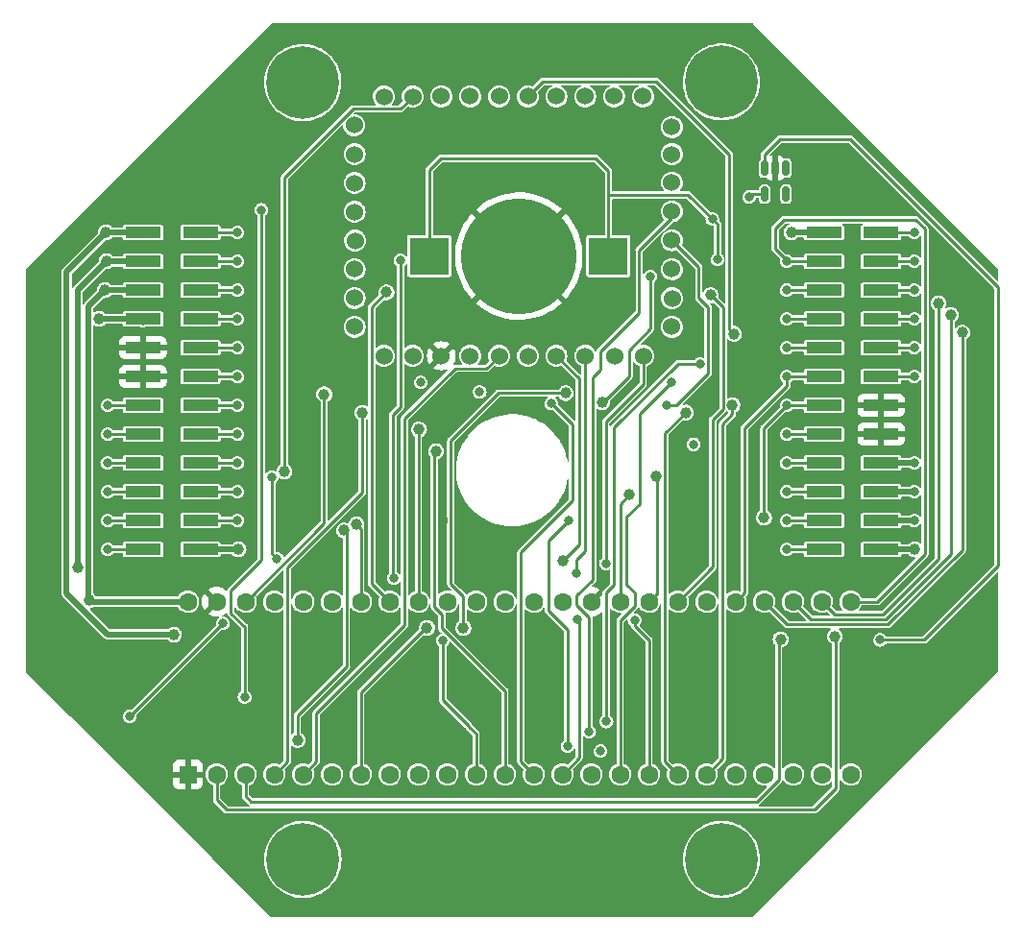
<source format=gbr>
%TF.GenerationSoftware,KiCad,Pcbnew,6.0.1*%
%TF.CreationDate,2022-02-10T21:42:05-06:00*%
%TF.ProjectId,FCB,4643422e-6b69-4636-9164-5f7063625858,rev?*%
%TF.SameCoordinates,Original*%
%TF.FileFunction,Copper,L2,Bot*%
%TF.FilePolarity,Positive*%
%FSLAX46Y46*%
G04 Gerber Fmt 4.6, Leading zero omitted, Abs format (unit mm)*
G04 Created by KiCad (PCBNEW 6.0.1) date 2022-02-10 21:42:05*
%MOMM*%
%LPD*%
G01*
G04 APERTURE LIST*
G04 Aperture macros list*
%AMRoundRect*
0 Rectangle with rounded corners*
0 $1 Rounding radius*
0 $2 $3 $4 $5 $6 $7 $8 $9 X,Y pos of 4 corners*
0 Add a 4 corners polygon primitive as box body*
4,1,4,$2,$3,$4,$5,$6,$7,$8,$9,$2,$3,0*
0 Add four circle primitives for the rounded corners*
1,1,$1+$1,$2,$3*
1,1,$1+$1,$4,$5*
1,1,$1+$1,$6,$7*
1,1,$1+$1,$8,$9*
0 Add four rect primitives between the rounded corners*
20,1,$1+$1,$2,$3,$4,$5,0*
20,1,$1+$1,$4,$5,$6,$7,0*
20,1,$1+$1,$6,$7,$8,$9,0*
20,1,$1+$1,$8,$9,$2,$3,0*%
G04 Aperture macros list end*
%TA.AperFunction,ComponentPad*%
%ADD10C,1.524000*%
%TD*%
%TA.AperFunction,ComponentPad*%
%ADD11C,0.800000*%
%TD*%
%TA.AperFunction,ComponentPad*%
%ADD12C,6.400000*%
%TD*%
%TA.AperFunction,ComponentPad*%
%ADD13R,1.600000X1.600000*%
%TD*%
%TA.AperFunction,ComponentPad*%
%ADD14C,1.600000*%
%TD*%
%TA.AperFunction,SMDPad,CuDef*%
%ADD15R,3.150000X1.000000*%
%TD*%
%TA.AperFunction,SMDPad,CuDef*%
%ADD16R,3.500000X3.300000*%
%TD*%
%TA.AperFunction,SMDPad,CuDef*%
%ADD17C,10.200000*%
%TD*%
%TA.AperFunction,SMDPad,CuDef*%
%ADD18RoundRect,0.150000X-0.150000X0.512500X-0.150000X-0.512500X0.150000X-0.512500X0.150000X0.512500X0*%
%TD*%
%TA.AperFunction,ViaPad*%
%ADD19C,0.800000*%
%TD*%
%TA.AperFunction,ViaPad*%
%ADD20C,1.000000*%
%TD*%
%TA.AperFunction,Conductor*%
%ADD21C,0.500000*%
%TD*%
%TA.AperFunction,Conductor*%
%ADD22C,0.250000*%
%TD*%
G04 APERTURE END LIST*
D10*
%TO.P,U1,1,5V*%
%TO.N,/5V*%
X-11300000Y10100000D03*
%TO.P,U1,2,3V3*%
%TO.N,/3V3_MCU*%
X-8760000Y10100000D03*
%TO.P,U1,3,GND*%
%TO.N,GND*%
X-6236998Y10100112D03*
%TO.P,U1,4,LSM9DS1_AG_CS*%
%TO.N,/LSM9_CS_AG*%
X-3691332Y10100112D03*
%TO.P,U1,5,LSM9DS1_M_CS*%
%TO.N,/LSM9_CS_M*%
X-1145666Y10100112D03*
%TO.P,U1,6,LSM9DS1_AG_INT1*%
%TO.N,/LSM9_INT1_AG*%
X1400000Y10100112D03*
%TO.P,U1,7,SCK0*%
%TO.N,/SNS_SPI_SCK*%
X3905890Y10100112D03*
%TO.P,U1,8,MISO0*%
%TO.N,/SNS_SPI_MISO*%
X6451556Y10100112D03*
%TO.P,U1,9,MOSI0*%
%TO.N,/SNS_SPI_MOSI*%
X9020000Y10100000D03*
%TO.P,U1,10,SDA0*%
%TO.N,/SNS_I2C_SDA*%
X11560000Y10100000D03*
%TO.P,U1,11,SCL0*%
%TO.N,/SNS_I2C_SCL*%
X14088555Y12645779D03*
%TO.P,U1,12,ZOE_M8Q_CS*%
%TO.N,/ZOE-M8Q_CS*%
X14100000Y15180000D03*
%TO.P,U1,13,VBACKUP*%
%TO.N,/VBACKUP*%
X14088555Y17737111D03*
%TO.P,U1,14,RX0*%
%TO.N,/SNS_UART_SDO*%
X14088555Y20282778D03*
%TO.P,U1,15,TX0*%
%TO.N,/SNS_UART_SDI*%
X14088555Y22828444D03*
%TO.P,U1,16*%
%TO.N,N/C*%
X14088555Y25374110D03*
%TO.P,U1,17*%
X14088555Y27880000D03*
%TO.P,U1,18*%
X14088555Y30266562D03*
%TO.P,U1,19*%
X11542889Y32971332D03*
%TO.P,U1,20*%
X8997222Y32971332D03*
%TO.P,U1,21,MS5611_CS*%
%TO.N,/MS5611_CS*%
X6451556Y32971332D03*
%TO.P,U1,22*%
%TO.N,N/C*%
X3905890Y32971332D03*
%TO.P,U1,23,H3LIS331_CS*%
%TO.N,/H3LIS331DL_CS*%
X1400000Y32971332D03*
%TO.P,U1,24,H3LIS331_INT1*%
%TO.N,/H3LIS331DL_INT1*%
X-1145666Y32971332D03*
%TO.P,U1,25*%
%TO.N,N/C*%
X-3691332Y32971332D03*
%TO.P,U1,26,KX134_TRIG*%
%TO.N,unconnected-(U1-Pad26)*%
X-6236998Y32971332D03*
%TO.P,U1,27,KX134_CS*%
%TO.N,/KX122_CS*%
X-8760000Y32960000D03*
%TO.P,U1,28,KX134_INT1*%
%TO.N,/KX122_INT1*%
X-11300000Y32960000D03*
%TO.P,U1,29*%
%TO.N,N/C*%
X-13913773Y30425666D03*
%TO.P,U1,30*%
X-13873997Y27880000D03*
%TO.P,U1,31,ZOE_M8Q_RESET*%
%TO.N,unconnected-(U1-Pad31)*%
X-13873997Y25340000D03*
%TO.P,U1,32,ZOE_M8Q_INT*%
%TO.N,/GPS_EXTINT*%
X-13873997Y22800000D03*
%TO.P,U1,33,LSM9DS1_AG_INT2*%
%TO.N,/LSM9_INT2_AG*%
X-13840000Y20260000D03*
%TO.P,U1,34,LSM9DS1_M_INT*%
%TO.N,/LSM9_INT_M*%
X-13873997Y17737111D03*
%TO.P,U1,35*%
%TO.N,N/C*%
X-13873997Y15191445D03*
%TO.P,U1,36*%
X-13873997Y12645779D03*
%TD*%
D11*
%TO.P,REF\u002A\u002A,1*%
%TO.N,N/C*%
X-18440000Y31790000D03*
D12*
X-18440000Y34190000D03*
D11*
X-16742944Y35887056D03*
X-18440000Y36590000D03*
X-20840000Y34190000D03*
X-20137056Y35887056D03*
X-16742944Y32492944D03*
X-20137056Y32492944D03*
X-16040000Y34190000D03*
%TD*%
D13*
%TO.P,U2,1,GND*%
%TO.N,GND*%
X-28575000Y-26820000D03*
D14*
%TO.P,U2,2,0_RX1_CRX2_CS1*%
%TO.N,/B2B_UART_SDI*%
X-26035000Y-26820000D03*
%TO.P,U2,3,1_TX1_CTX2_MISO1*%
%TO.N,/B2B_UART_SDO*%
X-23495000Y-26820000D03*
%TO.P,U2,4,2_OUT2*%
%TO.N,/LSM9_CS_AG*%
X-20955000Y-26820000D03*
%TO.P,U2,5,3_LRCLK2*%
%TO.N,/LSM9_CS_M*%
X-18415000Y-26820000D03*
%TO.P,U2,6,4_BCLK2*%
%TO.N,/KX122_CS*%
X-15875000Y-26820000D03*
%TO.P,U2,7,5_IN2*%
%TO.N,/H3LIS331DL_CS*%
X-13335000Y-26820000D03*
%TO.P,U2,8,6_OUT1D*%
%TO.N,/ZOE-M8Q_CS*%
X-10795000Y-26820000D03*
%TO.P,U2,9,7_RX2_OUT1A*%
%TO.N,/SNS_UART_SDI*%
X-8255000Y-26820000D03*
%TO.P,U2,10,8_TX2_IN1*%
%TO.N,/SNS_UART_SDO*%
X-5715000Y-26820000D03*
%TO.P,U2,11,9_OUT1C*%
%TO.N,/MS5611_CS*%
X-3175000Y-26820000D03*
%TO.P,U2,12,10_CS_MQSR*%
%TO.N,/TELEM_GPIO_5*%
X-635000Y-26820000D03*
%TO.P,U2,13,11_MOSI_CTX1*%
%TO.N,/SNS_SPI_MOSI*%
X1905000Y-26820000D03*
%TO.P,U2,14,12_MISO_MQSL*%
%TO.N,/SNS_SPI_MISO*%
X4445000Y-26820000D03*
%TO.P,U2,15,3V3*%
%TO.N,/3V3_MCU*%
X6985000Y-26820000D03*
%TO.P,U2,16,24_A10_TX6_SCL2*%
%TO.N,/SNS_I2C_SCL*%
X9525000Y-26820000D03*
%TO.P,U2,17,25_A11_RX6_SDA2*%
%TO.N,/SNS_I2C_SDA*%
X12065000Y-26820000D03*
%TO.P,U2,18,26_A12_MOSI1*%
%TO.N,/B2B_SPI_MOSI*%
X14605000Y-26820000D03*
%TO.P,U2,19,27_A13_SCK1*%
%TO.N,/B2B_SPI_SCK*%
X17145000Y-26820000D03*
%TO.P,U2,20,28_RX7*%
%TO.N,/LED_RED*%
X19685000Y-26820000D03*
%TO.P,U2,21,29_TX7*%
%TO.N,/LED_ORANGE*%
X22225000Y-26820000D03*
%TO.P,U2,22,30_CRX3*%
%TO.N,/LED_GREEN*%
X24765000Y-26820000D03*
%TO.P,U2,23,31_CTX3*%
%TO.N,/LED_BLUE*%
X27305000Y-26820000D03*
%TO.P,U2,24,32_OUT1B*%
%TO.N,/GPS_EXTINT*%
X29845000Y-26820000D03*
%TO.P,U2,25,33_MCLK2*%
%TO.N,/TELEM_GPIO_4*%
X29845000Y-11580000D03*
%TO.P,U2,26,34_RX8*%
%TO.N,/TELEM_GPIO_3*%
X27305000Y-11580000D03*
%TO.P,U2,27,35_TX8*%
%TO.N,/TELEM_GPIO_2*%
X24765000Y-11580000D03*
%TO.P,U2,28,36_CS*%
%TO.N,/TELEM_GPIO_1*%
X22225000Y-11580000D03*
%TO.P,U2,29,37_CS*%
%TO.N,/POWER_RESET*%
X19685000Y-11580000D03*
%TO.P,U2,30,38_CS1_IN1*%
%TO.N,/POWER_STATE*%
X17145000Y-11580000D03*
%TO.P,U2,31,39_MISO1_OUT1A*%
%TO.N,/B2B_SPI_MISO*%
X14605000Y-11580000D03*
%TO.P,U2,32,40_A16*%
%TO.N,/TELEM_INT*%
X12065000Y-11580000D03*
%TO.P,U2,33,41_A17*%
%TO.N,/TELEM_CS*%
X9525000Y-11580000D03*
%TO.P,U2,34,GND*%
%TO.N,GND*%
X6985000Y-11580000D03*
%TO.P,U2,35,13_SCK_LED*%
%TO.N,/SNS_SPI_SCK*%
X4445000Y-11580000D03*
%TO.P,U2,36,14_A0_TX3_SPDIF_OUT*%
%TO.N,unconnected-(U2-Pad36)*%
X1905000Y-11580000D03*
%TO.P,U2,37,15_A1_RX3_SPDIF_IN*%
%TO.N,unconnected-(U2-Pad37)*%
X-635000Y-11580000D03*
%TO.P,U2,38,16_A2_RX4_SCL1*%
%TO.N,/SERVO2*%
X-3175000Y-11580000D03*
%TO.P,U2,39,17_A3_TX4_SDA1*%
%TO.N,/SERVO1*%
X-5715000Y-11580000D03*
%TO.P,U2,40,18_A4_SDA*%
%TO.N,/B2B_I2C_SDA*%
X-8255000Y-11580000D03*
%TO.P,U2,41,19_A5_SCL*%
%TO.N,/B2B_I2C_SCL*%
X-10795000Y-11580000D03*
%TO.P,U2,42,20_A6_TX5_LRCLK1*%
%TO.N,/TELEM_RST*%
X-13335000Y-11580000D03*
%TO.P,U2,43,21_A7_RX5_BCLK1*%
%TO.N,unconnected-(U2-Pad43)*%
X-15875000Y-11580000D03*
%TO.P,U2,44,22_A8_CTX1*%
%TO.N,unconnected-(U2-Pad44)*%
X-18415000Y-11580000D03*
%TO.P,U2,45,23_A9_CRX1_MCLK1*%
%TO.N,unconnected-(U2-Pad45)*%
X-20955000Y-11580000D03*
%TO.P,U2,46,3V3*%
%TO.N,/3V3_MCU*%
X-23495000Y-11580000D03*
%TO.P,U2,47,GND*%
%TO.N,GND*%
X-26035000Y-11580000D03*
%TO.P,U2,48,VIN*%
%TO.N,/5V*%
X-28575000Y-11580000D03*
%TD*%
D12*
%TO.P,REF\u002A\u002A,1*%
%TO.N,N/C*%
X18460000Y-34300000D03*
D11*
X18460000Y-31900000D03*
X16762944Y-35997056D03*
X18460000Y-36700000D03*
X20860000Y-34300000D03*
X16762944Y-32602944D03*
X16060000Y-34300000D03*
X20157056Y-35997056D03*
X20157056Y-32602944D03*
%TD*%
%TO.P,REF\u002A\u002A,1*%
%TO.N,N/C*%
X-16732944Y-35997056D03*
X-18430000Y-36700000D03*
X-16030000Y-34300000D03*
X-20127056Y-32602944D03*
X-16732944Y-32602944D03*
X-20830000Y-34300000D03*
X-18430000Y-31900000D03*
D12*
X-18430000Y-34300000D03*
D11*
X-20127056Y-35997056D03*
%TD*%
%TO.P,REF\u002A\u002A,1*%
%TO.N,N/C*%
X16752944Y32552944D03*
X18450000Y31850000D03*
X20147056Y35947056D03*
X16752944Y35947056D03*
X16050000Y34250000D03*
X20147056Y32552944D03*
D12*
X18450000Y34250000D03*
D11*
X20850000Y34250000D03*
X18450000Y36650000D03*
%TD*%
D15*
%TO.P,J2,1,Pin_1*%
%TO.N,/B2B_UART_SDI*%
X27475000Y-6970000D03*
%TO.P,J2,2,Pin_2*%
%TO.N,/VBAT*%
X32525000Y-6970000D03*
%TO.P,J2,3,Pin_3*%
%TO.N,/B2B_UART_SDO*%
X27475000Y-4430000D03*
%TO.P,J2,4,Pin_4*%
%TO.N,/9V*%
X32525000Y-4430000D03*
%TO.P,J2,5,Pin_5*%
%TO.N,/TELEM_CS*%
X27475000Y-1890000D03*
%TO.P,J2,6,Pin_6*%
%TO.N,/5V*%
X32525000Y-1890000D03*
%TO.P,J2,7,Pin_7*%
%TO.N,/TELEM_INT*%
X27475000Y650000D03*
%TO.P,J2,8,Pin_8*%
%TO.N,/3V3*%
X32525000Y650000D03*
%TO.P,J2,9,Pin_9*%
%TO.N,/TELEM_RST*%
X27475000Y3190000D03*
%TO.P,J2,10,Pin_10*%
%TO.N,GND*%
X32525000Y3190000D03*
%TO.P,J2,11,Pin_11*%
%TO.N,/POWER_STATE*%
X27475000Y5730000D03*
%TO.P,J2,12,Pin_12*%
%TO.N,GND*%
X32525000Y5730000D03*
%TO.P,J2,13,Pin_13*%
%TO.N,/POWER_RESET*%
X27475000Y8270000D03*
%TO.P,J2,14,Pin_14*%
%TO.N,/CONT_3V3*%
X32525000Y8270000D03*
%TO.P,J2,15,Pin_15*%
%TO.N,/TELEM_GPIO_1*%
X27475000Y10810000D03*
%TO.P,J2,16,Pin_16*%
%TO.N,/B2B_SPI_SCK*%
X32525000Y10810000D03*
%TO.P,J2,17,Pin_17*%
%TO.N,/TELEM_GPIO_2*%
X27475000Y13350000D03*
%TO.P,J2,18,Pin_18*%
%TO.N,/B2B_SPI_MOSI*%
X32525000Y13350000D03*
%TO.P,J2,19,Pin_19*%
%TO.N,/TELEM_GPIO_3*%
X27475000Y15890000D03*
%TO.P,J2,20,Pin_20*%
%TO.N,/B2B_SPI_MISO*%
X32525000Y15890000D03*
%TO.P,J2,21,Pin_21*%
%TO.N,/TELEM_GPIO_4*%
X27475000Y18430000D03*
%TO.P,J2,22,Pin_22*%
%TO.N,/B2B_I2C_SCL*%
X32525000Y18430000D03*
%TO.P,J2,23,Pin_23*%
%TO.N,6V_AC_SERVO1*%
X27475000Y20970000D03*
%TO.P,J2,24,Pin_24*%
%TO.N,/B2B_I2C_SDA*%
X32525000Y20970000D03*
%TD*%
%TO.P,J4,1,Pin_1*%
%TO.N,/B2B_GPIO_10*%
X-27475000Y20970000D03*
%TO.P,J4,2,Pin_2*%
%TO.N,/VBAT*%
X-32525000Y20970000D03*
%TO.P,J4,3,Pin_3*%
%TO.N,/B2B_GPIO_11*%
X-27475000Y18430000D03*
%TO.P,J4,4,Pin_4*%
%TO.N,/9V*%
X-32525000Y18430000D03*
%TO.P,J4,5,Pin_5*%
%TO.N,/B2B_GPIO_12*%
X-27475000Y15890000D03*
%TO.P,J4,6,Pin_6*%
%TO.N,/5V*%
X-32525000Y15890000D03*
%TO.P,J4,7,Pin_7*%
%TO.N,/B2B_GPIO_13*%
X-27475000Y13350000D03*
%TO.P,J4,8,Pin_8*%
%TO.N,/3V3*%
X-32525000Y13350000D03*
%TO.P,J4,9,Pin_9*%
%TO.N,/B2B_GPIO_14*%
X-27475000Y10810000D03*
%TO.P,J4,10,Pin_10*%
%TO.N,GND*%
X-32525000Y10810000D03*
%TO.P,J4,11,Pin_11*%
%TO.N,/B2B_GPIO_15*%
X-27475000Y8270000D03*
%TO.P,J4,12,Pin_12*%
%TO.N,GND*%
X-32525000Y8270000D03*
%TO.P,J4,13,Pin_13*%
%TO.N,/B2B_GPIO_16*%
X-27475000Y5730000D03*
%TO.P,J4,14,Pin_14*%
%TO.N,/CONT_GND*%
X-32525000Y5730000D03*
%TO.P,J4,15,Pin_15*%
%TO.N,/B2B_GPIO_17*%
X-27475000Y3190000D03*
%TO.P,J4,16,Pin_16*%
%TO.N,/TELEM_GPIO_5*%
X-32525000Y3190000D03*
%TO.P,J4,17,Pin_17*%
%TO.N,/B2B_GPIO_18*%
X-27475000Y650000D03*
%TO.P,J4,18,Pin_18*%
%TO.N,/SERVO1*%
X-32525000Y650000D03*
%TO.P,J4,19,Pin_19*%
%TO.N,/B2B_GPIO_19*%
X-27475000Y-1890000D03*
%TO.P,J4,20,Pin_20*%
%TO.N,/SERVO2*%
X-32525000Y-1890000D03*
%TO.P,J4,21,Pin_21*%
%TO.N,/B2B_GPIO_20*%
X-27475000Y-4430000D03*
%TO.P,J4,22,Pin_22*%
%TO.N,/B2B_GPIO_8*%
X-32525000Y-4430000D03*
%TO.P,J4,23,Pin_23*%
%TO.N,6V_AC_SERVO2*%
X-27475000Y-6970000D03*
%TO.P,J4,24,Pin_24*%
%TO.N,/B2B_GPIO_9*%
X-32525000Y-6970000D03*
%TD*%
D16*
%TO.P,BT1,1,+*%
%TO.N,/VBACKUP*%
X8500000Y18895000D03*
X-7300000Y18895000D03*
D17*
%TO.P,BT1,2,-*%
%TO.N,GND*%
X600000Y18895000D03*
%TD*%
D18*
%TO.P,U3,1,VIN*%
%TO.N,/VBAT*%
X22250000Y26637500D03*
%TO.P,U3,2,GND*%
%TO.N,GND*%
X23200000Y26637500D03*
%TO.P,U3,3,ON/~{OFF}*%
%TO.N,unconnected-(U3-Pad3)*%
X24150000Y26637500D03*
%TO.P,U3,4,BP*%
%TO.N,unconnected-(U3-Pad4)*%
X24150000Y24362500D03*
%TO.P,U3,5,VOUT*%
%TO.N,/VBACKUP*%
X22250000Y24362500D03*
%TD*%
D19*
%TO.N,*%
X16000000Y2300000D03*
X-2850000Y6900000D03*
X7800000Y-24750000D03*
X-8050000Y7750000D03*
D20*
%TO.N,/VBAT*%
X35490000Y-6960000D03*
X-35780000Y20980000D03*
X-29800000Y-14500000D03*
D19*
X32450000Y-14950000D03*
D20*
%TO.N,/TELEM_GPIO_1*%
X39674800Y12141200D03*
D19*
X24210000Y10810000D03*
D20*
%TO.N,/9V*%
X-38301011Y-8534400D03*
D19*
X35453000Y-4430000D03*
D20*
X-35750000Y18425000D03*
D19*
%TO.N,/TELEM_GPIO_2*%
X24210000Y13350000D03*
D20*
X38658800Y13716000D03*
D19*
%TO.N,/5V*%
X35453000Y-1890000D03*
D20*
X-37273002Y-11473002D03*
X-35894000Y15890000D03*
D19*
%TO.N,/TELEM_GPIO_3*%
X24210000Y15890000D03*
D20*
X37592000Y14732000D03*
D19*
%TO.N,/3V3*%
X35453000Y650000D03*
D20*
X-36402000Y13350000D03*
D19*
%TO.N,/TELEM_GPIO_4*%
X24210000Y18430000D03*
%TO.N,/VBACKUP*%
X18100000Y18600000D03*
X20900000Y24100000D03*
X17650000Y22150000D03*
%TO.N,GND*%
X-17500000Y18950000D03*
X-5650000Y3850000D03*
X-3650000Y-8050000D03*
X-6115011Y-4400000D03*
X21450000Y-23925000D03*
X-15100000Y-21875000D03*
X18300000Y23800000D03*
X-36700000Y-17500000D03*
X-18750000Y-13800000D03*
X15900000Y-23850000D03*
X15750000Y-4650000D03*
X-13500000Y-13850000D03*
%TO.N,/TELEM_GPIO_5*%
X-35640000Y3190000D03*
D20*
X-6705600Y1676400D03*
D19*
%TO.N,/CONT_3V3*%
X35453000Y8270000D03*
D20*
%TO.N,/B2B_I2C_SDA*%
X-8200000Y3600000D03*
X7936500Y5982700D03*
D19*
X35453000Y20970000D03*
X12200000Y17100000D03*
D20*
%TO.N,/B2B_I2C_SCL*%
X-11074400Y15697200D03*
D19*
X35453000Y18430000D03*
%TO.N,/B2B_GPIO_8*%
X-35640000Y-4430000D03*
%TO.N,/B2B_SPI_SCK*%
X35453000Y10810000D03*
D20*
X19417300Y5743990D03*
D19*
%TO.N,/B2B_GPIO_9*%
X-35640000Y-6970000D03*
D20*
%TO.N,/B2B_SPI_MISO*%
X17526000Y15443200D03*
D19*
X35453000Y15890000D03*
%TO.N,/B2B_GPIO_10*%
X-24210000Y20970000D03*
%TO.N,/B2B_SPI_MOSI*%
X35453000Y13350000D03*
D20*
X15300000Y5100000D03*
D19*
%TO.N,/B2B_GPIO_11*%
X-24210000Y18430000D03*
%TO.N,/CONT_GND*%
X-35640000Y5730000D03*
D20*
%TO.N,/B2B_UART_SDI*%
X28448000Y-14630400D03*
D19*
X24210000Y-6970000D03*
%TO.N,/B2B_UART_SDO*%
X24210000Y-4430000D03*
D20*
X23672800Y-14900100D03*
%TO.N,/TELEM_CS*%
X10363200Y-2133600D03*
D19*
X24210000Y-1890000D03*
D20*
%TO.N,/TELEM_INT*%
X12655989Y-508000D03*
D19*
X24210000Y650000D03*
D20*
%TO.N,/TELEM_RST*%
X-13716000Y-4775200D03*
D19*
X24210000Y3190000D03*
D20*
%TO.N,/POWER_STATE*%
X22199600Y-4165600D03*
D19*
X24210000Y5730000D03*
%TO.N,/POWER_RESET*%
X24210000Y8270000D03*
%TO.N,/B2B_GPIO_12*%
X-24210000Y15890000D03*
%TO.N,/B2B_GPIO_13*%
X-24210000Y13350000D03*
%TO.N,/B2B_GPIO_14*%
X-24210000Y10810000D03*
%TO.N,/B2B_GPIO_15*%
X-24210000Y8270000D03*
%TO.N,/B2B_GPIO_16*%
X-24210000Y5730000D03*
%TO.N,/B2B_GPIO_17*%
X-24210000Y3190000D03*
%TO.N,/B2B_GPIO_18*%
X-24210000Y650000D03*
%TO.N,/B2B_GPIO_19*%
X-24210000Y-1890000D03*
%TO.N,/B2B_GPIO_20*%
X-24210000Y-4430000D03*
D20*
%TO.N,6V_AC_SERVO1*%
X24620000Y20970000D03*
%TO.N,6V_AC_SERVO2*%
X-24120000Y-6970000D03*
D19*
%TO.N,/3V3_MCU*%
X-33700000Y-21700000D03*
D20*
X-16560800Y6705600D03*
D19*
X-25500000Y-13500000D03*
D20*
%TO.N,/LSM9_CS_AG*%
X-13211011Y5080000D03*
%TO.N,/SNS_SPI_SCK*%
X4500000Y-8000000D03*
D19*
%TO.N,/SNS_SPI_MISO*%
X5700000Y-9100000D03*
X5732069Y-13133883D03*
%TO.N,/SNS_SPI_MOSI*%
X3454400Y5892800D03*
%TO.N,/SNS_I2C_SDA*%
X10800000Y-13200000D03*
X8267100Y-8200000D03*
%TO.N,/SNS_I2C_SCL*%
X14020800Y7772400D03*
%TO.N,/ZOE-M8Q_CS*%
X16560800Y9398000D03*
X8325000Y-22150000D03*
%TO.N,/SNS_UART_SDO*%
X13646975Y5774912D03*
X4876800Y-24333200D03*
X4978400Y-4400000D03*
%TO.N,/SNS_UART_SDI*%
X6800000Y-23063200D03*
%TO.N,/MS5611_CS*%
X-6115011Y-15000100D03*
X-10414000Y-9499600D03*
X-9850000Y18500000D03*
D20*
%TO.N,/H3LIS331DL_CS*%
X19558000Y12039600D03*
X4724400Y6807200D03*
X-4300000Y-13900000D03*
X-7500000Y-13900000D03*
%TO.N,/KX122_CS*%
X-18925000Y-23775000D03*
X-20066000Y-101600D03*
X-14800000Y-5300000D03*
D19*
%TO.N,/GPS_EXTINT*%
X-23575000Y-20001100D03*
X-22098000Y22961600D03*
%TO.N,/SERVO1*%
X-21200000Y-600000D03*
X-20719799Y-7780201D03*
X-35680000Y650000D03*
%TO.N,/SERVO2*%
X-35640000Y-1890000D03*
%TD*%
D21*
%TO.N,/VBAT*%
X-32525000Y20970000D02*
X-35770000Y20970000D01*
D22*
X32450000Y-14950000D02*
X36350000Y-14950000D01*
X23600000Y29200000D02*
X22250000Y27850000D01*
X29800000Y29200000D02*
X23600000Y29200000D01*
D21*
X-29800000Y-14500000D02*
X-29837689Y-14462311D01*
D22*
X36350000Y-14950000D02*
X42863095Y-8436905D01*
D21*
X-29837689Y-14462311D02*
X-35626489Y-14462311D01*
D22*
X22250000Y27850000D02*
X22250000Y26637500D01*
D21*
X-39268400Y17491600D02*
X-35780000Y20980000D01*
X-35626489Y-14462311D02*
X-39268400Y-10820400D01*
D22*
X42863095Y-8436905D02*
X42863095Y16136905D01*
D21*
X-39268400Y-10820400D02*
X-39268400Y17491600D01*
D22*
X42863095Y16136905D02*
X29800000Y29200000D01*
D21*
X32535000Y-6960000D02*
X32525000Y-6970000D01*
X-35770000Y20970000D02*
X-35780000Y20980000D01*
X35490000Y-6960000D02*
X32535000Y-6960000D01*
D22*
%TO.N,/TELEM_GPIO_1*%
X33107767Y-13603551D02*
X39674800Y-7036518D01*
X24248551Y-13603551D02*
X33107767Y-13603551D01*
X22225000Y-11580000D02*
X24248551Y-13603551D01*
X39674800Y-7036518D02*
X39674800Y12141200D01*
X27475000Y10810000D02*
X24210000Y10810000D01*
D21*
%TO.N,/9V*%
X-32530000Y18425000D02*
X-32525000Y18430000D01*
X-35750000Y18425000D02*
X-32530000Y18425000D01*
X32525000Y-4430000D02*
X35453000Y-4430000D01*
X-38301011Y15873989D02*
X-35750000Y18425000D01*
X-38301011Y-8534400D02*
X-38301011Y15873989D01*
D22*
%TO.N,/TELEM_GPIO_2*%
X26339031Y-13154031D02*
X32921569Y-13154031D01*
X38658800Y-7416800D02*
X38658800Y13716000D01*
X24210000Y13350000D02*
X27475000Y13350000D01*
X32921569Y-13154031D02*
X38658800Y-7416800D01*
X24765000Y-11580000D02*
X26339031Y-13154031D01*
D21*
%TO.N,/5V*%
X32525000Y-1890000D02*
X35453000Y-1890000D01*
X-32525000Y15890000D02*
X-35894000Y15890000D01*
X-37351511Y-11365689D02*
X-37351511Y14432489D01*
X-32525000Y15890000D02*
X-34600000Y15890000D01*
X-37351511Y14432489D02*
X-35894000Y15890000D01*
X-37273002Y-11473002D02*
X-37166004Y-11580000D01*
X-37273002Y-11444198D02*
X-37351511Y-11365689D01*
X-37273002Y-11473002D02*
X-37273002Y-11444198D01*
X-37166004Y-11580000D02*
X-28575000Y-11580000D01*
%TO.N,/TELEM_GPIO_3*%
X27909022Y15890000D02*
X27475000Y15890000D01*
D22*
X37592000Y-7823200D02*
X37592000Y14732000D01*
X32710689Y-12704511D02*
X37592000Y-7823200D01*
X27305000Y-11580000D02*
X28429511Y-12704511D01*
X27475000Y15890000D02*
X24210000Y15890000D01*
X28429511Y-12704511D02*
X32710689Y-12704511D01*
D21*
%TO.N,/3V3*%
X35453000Y650000D02*
X32525000Y650000D01*
X-32525000Y13350000D02*
X-32525000Y13050000D01*
X-32525000Y13350000D02*
X-36402000Y13350000D01*
D22*
%TO.N,/TELEM_GPIO_4*%
X36372800Y-7366000D02*
X32158800Y-11580000D01*
X24210000Y18510000D02*
X23200000Y19520000D01*
X36372800Y21285200D02*
X36372800Y-7366000D01*
X35558000Y22100000D02*
X36372800Y21285200D01*
X23950000Y22100000D02*
X35558000Y22100000D01*
X24210000Y18430000D02*
X27475000Y18430000D01*
X23200000Y19520000D02*
X23200000Y21350000D01*
X24210000Y18430000D02*
X24210000Y18510000D01*
X32158800Y-11580000D02*
X29845000Y-11580000D01*
X23200000Y21350000D02*
X23950000Y22100000D01*
%TO.N,/VBACKUP*%
X22250000Y24362500D02*
X21162500Y24362500D01*
X18100000Y21700000D02*
X17650000Y22150000D01*
X17650000Y22150000D02*
X15512401Y24287599D01*
X8512401Y24287599D02*
X8500000Y24300000D01*
X15512401Y24287599D02*
X8512401Y24287599D01*
X-6300000Y27500000D02*
X7400000Y27500000D01*
X21162500Y24362500D02*
X20900000Y24100000D01*
X8500000Y24300000D02*
X8500000Y18895000D01*
X-7300000Y18895000D02*
X-7300000Y26500000D01*
X8500000Y26400000D02*
X8500000Y24300000D01*
X-7300000Y26500000D02*
X-6300000Y27500000D01*
X7400000Y27500000D02*
X8500000Y26400000D01*
X18100000Y18600000D02*
X18100000Y21700000D01*
%TO.N,/TELEM_GPIO_5*%
X-635000Y-19455497D02*
X-635000Y-26820000D01*
X-6839511Y-12045789D02*
X-6197600Y-12687700D01*
X-6705600Y1676400D02*
X-6839511Y1542489D01*
X-6197600Y-12687700D02*
X-6197600Y-13892897D01*
X-35640000Y3190000D02*
X-32525000Y3190000D01*
X-6197600Y-13892897D02*
X-635000Y-19455497D01*
X-6839511Y1542489D02*
X-6839511Y-12045789D01*
%TO.N,/CONT_3V3*%
X32338000Y8270000D02*
X35453000Y8270000D01*
%TO.N,/B2B_I2C_SDA*%
X10300000Y8268000D02*
X10300000Y10600000D01*
X10300000Y10600000D02*
X12200000Y12500000D01*
X35453000Y20970000D02*
X32338000Y20970000D01*
X12200000Y12500000D02*
X12200000Y17100000D01*
X7936500Y5982700D02*
X8014700Y5982700D01*
X8014700Y5982700D02*
X10300000Y8268000D01*
X-8200000Y3600000D02*
X-8255000Y3545000D01*
X-8255000Y3545000D02*
X-8255000Y-11580000D01*
%TO.N,/B2B_I2C_SCL*%
X-12386511Y14385089D02*
X-12386511Y-9988489D01*
X-11074400Y15697200D02*
X-12386511Y14385089D01*
X32338000Y18430000D02*
X35453000Y18430000D01*
X-12386511Y-9988489D02*
X-10795000Y-11580000D01*
%TO.N,/B2B_GPIO_8*%
X-32525000Y-4430000D02*
X-35640000Y-4430000D01*
%TO.N,/B2B_SPI_SCK*%
X19417300Y4939300D02*
X18560489Y4082489D01*
X18560489Y-25404511D02*
X17145000Y-26820000D01*
X35453000Y10810000D02*
X32338000Y10810000D01*
X19417300Y5743990D02*
X19417300Y4939300D01*
X18560489Y4082489D02*
X18560489Y-25404511D01*
%TO.N,/B2B_GPIO_9*%
X-35640000Y-6970000D02*
X-32525000Y-6970000D01*
%TO.N,/B2B_SPI_MISO*%
X17700000Y4500000D02*
X17700000Y-8485000D01*
X35453000Y15890000D02*
X32338000Y15890000D01*
X17700000Y-8485000D02*
X14605000Y-11580000D01*
X18592800Y14376400D02*
X18592800Y5392800D01*
X18592800Y5392800D02*
X17700000Y4500000D01*
X17526000Y15443200D02*
X18592800Y14376400D01*
%TO.N,/B2B_GPIO_10*%
X-24210000Y20970000D02*
X-27475000Y20970000D01*
%TO.N,/B2B_SPI_MOSI*%
X15300000Y5100000D02*
X13480489Y3280489D01*
X13480489Y-25695489D02*
X14605000Y-26820000D01*
X32338000Y13350000D02*
X35453000Y13350000D01*
X13480489Y3280489D02*
X13480489Y-25695489D01*
%TO.N,/B2B_GPIO_11*%
X-27475000Y18430000D02*
X-24210000Y18430000D01*
%TO.N,/CONT_GND*%
X-32525000Y5730000D02*
X-35640000Y5730000D01*
%TO.N,/B2B_UART_SDI*%
X-25178000Y-29940000D02*
X26651200Y-29940000D01*
X28549600Y-28041600D02*
X28549600Y-14732000D01*
X28549600Y-14732000D02*
X28448000Y-14630400D01*
X-26035000Y-26820000D02*
X-26035000Y-29083000D01*
X24210000Y-6970000D02*
X27475000Y-6970000D01*
X26651200Y-29940000D02*
X28549600Y-28041600D01*
X-26035000Y-29083000D02*
X-25178000Y-29940000D01*
%TO.N,/B2B_UART_SDO*%
X23500000Y-15072900D02*
X23672800Y-14900100D01*
X-23495000Y-28735000D02*
X-23030000Y-29200000D01*
X21618489Y-29200000D02*
X23500000Y-27318489D01*
X27475000Y-4430000D02*
X24210000Y-4430000D01*
X-23030000Y-29200000D02*
X21618489Y-29200000D01*
X23500000Y-27318489D02*
X23500000Y-15072900D01*
X-23495000Y-26820000D02*
X-23495000Y-28735000D01*
%TO.N,/TELEM_CS*%
X9525000Y-2971800D02*
X10363200Y-2133600D01*
X9525000Y-11580000D02*
X9525000Y-2971800D01*
X24210000Y-1890000D02*
X27475000Y-1890000D01*
%TO.N,/TELEM_INT*%
X27475000Y650000D02*
X24210000Y650000D01*
X12655989Y-508000D02*
X12801600Y-653611D01*
X12801600Y-10843400D02*
X12065000Y-11580000D01*
X12801600Y-653611D02*
X12801600Y-10843400D01*
%TO.N,/TELEM_RST*%
X24210000Y3190000D02*
X27475000Y3190000D01*
X-13335000Y-11580000D02*
X-13335000Y-5156200D01*
X-13335000Y-5156200D02*
X-13716000Y-4775200D01*
%TO.N,/POWER_STATE*%
X22199600Y3719600D02*
X24210000Y5730000D01*
X22199600Y-4165600D02*
X22199600Y3719600D01*
X27475000Y5730000D02*
X24210000Y5730000D01*
%TO.N,/POWER_RESET*%
X24210000Y8270000D02*
X25790000Y8270000D01*
X24210000Y7460000D02*
X24210000Y8270000D01*
X20484999Y3734999D02*
X24210000Y7460000D01*
X20484999Y-10780001D02*
X20484999Y3734999D01*
X25790000Y8270000D02*
X27475000Y8270000D01*
X19685000Y-11580000D02*
X20484999Y-10780001D01*
%TO.N,/B2B_GPIO_12*%
X-24210000Y15890000D02*
X-27475000Y15890000D01*
%TO.N,/B2B_GPIO_13*%
X-27475000Y13350000D02*
X-24210000Y13350000D01*
%TO.N,/B2B_GPIO_14*%
X-24210000Y10810000D02*
X-27475000Y10810000D01*
%TO.N,/B2B_GPIO_15*%
X-27475000Y8270000D02*
X-24210000Y8270000D01*
%TO.N,/B2B_GPIO_16*%
X-24210000Y5730000D02*
X-27475000Y5730000D01*
%TO.N,/B2B_GPIO_17*%
X-27475000Y3190000D02*
X-24210000Y3190000D01*
%TO.N,/B2B_GPIO_18*%
X-24210000Y650000D02*
X-27475000Y650000D01*
%TO.N,/B2B_GPIO_19*%
X-27475000Y-1890000D02*
X-24210000Y-1890000D01*
%TO.N,/B2B_GPIO_20*%
X-24210000Y-4430000D02*
X-27475000Y-4430000D01*
D21*
%TO.N,6V_AC_SERVO1*%
X27475000Y20970000D02*
X24620000Y20970000D01*
%TO.N,6V_AC_SERVO2*%
X-27475000Y-6970000D02*
X-24120000Y-6970000D01*
D22*
%TO.N,/3V3_MCU*%
X-23495000Y-11580000D02*
X-16560800Y-4645800D01*
X-16560800Y-4645800D02*
X-16560800Y6705600D01*
X-33700000Y-21700000D02*
X-25500000Y-13500000D01*
%TO.N,/LSM9_CS_AG*%
X-13211011Y-1931729D02*
X-13211011Y5080000D01*
X-19830489Y-8551207D02*
X-13211011Y-1931729D01*
X-19830489Y-25695489D02*
X-19830489Y-8551207D01*
X-20955000Y-26820000D02*
X-19830489Y-25695489D01*
%TO.N,/SNS_SPI_SCK*%
X4500000Y-7964282D02*
X5892800Y-6571482D01*
X4500000Y-8000000D02*
X4500000Y-7964282D01*
X5892800Y8113202D02*
X3905890Y10100112D01*
X5892800Y-6571482D02*
X5892800Y8113202D01*
%TO.N,/SNS_SPI_MISO*%
X5700000Y-7900000D02*
X6451556Y-7148444D01*
X5892800Y-13294614D02*
X5892800Y-25372200D01*
X5892800Y-25372200D02*
X4445000Y-26820000D01*
X5732069Y-13133883D02*
X5892800Y-13294614D01*
X6451556Y-7148444D02*
X6451556Y10100112D01*
X5700000Y-9100000D02*
X5700000Y-7900000D01*
%TO.N,/SNS_SPI_MOSI*%
X780489Y-25695489D02*
X1905000Y-26820000D01*
X3454400Y5892800D02*
X3507200Y5892800D01*
X3507200Y5892800D02*
X5334000Y4066000D01*
X5334000Y4066000D02*
X5334000Y-2666000D01*
X780489Y-7219511D02*
X780489Y-25695489D01*
X5334000Y-2666000D02*
X780489Y-7219511D01*
%TO.N,/SNS_I2C_SDA*%
X8261804Y-8194704D02*
X8261804Y4299404D01*
X8267100Y-8200000D02*
X8261804Y-8194704D01*
X12065000Y-14965000D02*
X12065000Y-26820000D01*
X11560000Y7597600D02*
X11560000Y10100000D01*
X10800000Y-13200000D02*
X10800000Y-13700000D01*
X8261804Y4299404D02*
X11560000Y7597600D01*
X10800000Y-13700000D02*
X12065000Y-14965000D01*
%TO.N,/SNS_I2C_SCL*%
X11240489Y-2983511D02*
X10109200Y-4114800D01*
X10109200Y-4114800D02*
X10109200Y-10109200D01*
X9525000Y-13250693D02*
X9525000Y-26820000D01*
X10800000Y-11975693D02*
X9525000Y-13250693D01*
X11240489Y4992089D02*
X11240489Y-2983511D01*
X14020800Y7772400D02*
X11240489Y4992089D01*
X10800000Y-10800000D02*
X10800000Y-11975693D01*
X10109200Y-10109200D02*
X10800000Y-10800000D01*
%TO.N,/ZOE-M8Q_CS*%
X8991600Y-10108400D02*
X8991600Y3767814D01*
X8300000Y-22125000D02*
X8300000Y-10800000D01*
X8325000Y-22150000D02*
X8300000Y-22125000D01*
X14621786Y9398000D02*
X16560800Y9398000D01*
X8300000Y-10800000D02*
X8991600Y-10108400D01*
X8991600Y3767814D02*
X14621786Y9398000D01*
%TO.N,/SNS_UART_SDO*%
X17285311Y8547711D02*
X17285311Y14361785D01*
X4978400Y-4400000D02*
X3200000Y-6178400D01*
X3200000Y-12400000D02*
X4876800Y-14076800D01*
X16455725Y15191371D02*
X16455725Y17915608D01*
X16455725Y17915608D02*
X14088555Y20282778D01*
X13646975Y5774912D02*
X14512512Y5774912D01*
X17285311Y14361785D02*
X16455725Y15191371D01*
X3200000Y-6178400D02*
X3200000Y-12400000D01*
X4876800Y-14076800D02*
X4876800Y-24333200D01*
X14512512Y5774912D02*
X17285311Y8547711D01*
%TO.N,/SNS_UART_SDI*%
X6807200Y-23056000D02*
X6807200Y-12992500D01*
X6807200Y-12992500D02*
X5700000Y-11885300D01*
X7112000Y8212000D02*
X7750000Y8850000D01*
X14088555Y22288555D02*
X14088555Y22828444D01*
X11200000Y13900000D02*
X11200000Y19400000D01*
X7112000Y-9652000D02*
X7112000Y8212000D01*
X5700000Y-11885300D02*
X5700000Y-11064000D01*
X5700000Y-11064000D02*
X7112000Y-9652000D01*
X6800000Y-23063200D02*
X6807200Y-23056000D01*
X11200000Y19400000D02*
X14088555Y22288555D01*
X7750000Y10450000D02*
X11200000Y13900000D01*
X7750000Y8850000D02*
X7750000Y10450000D01*
%TO.N,/MS5611_CS*%
X-6115011Y-20250189D02*
X-6115011Y-15000100D01*
X-9846511Y18496511D02*
X-9846511Y5553489D01*
X-3810000Y-22555200D02*
X-6115011Y-20250189D01*
X-3810000Y-22606000D02*
X-3810000Y-22555200D01*
X-10515600Y-9194800D02*
X-10566400Y-9245600D01*
X-9846511Y5553489D02*
X-10515600Y4884400D01*
X-3175000Y-23241000D02*
X-3175000Y-26820000D01*
X-3810000Y-22606000D02*
X-3175000Y-23241000D01*
X-10515600Y4884400D02*
X-10515600Y-9194800D01*
X-10566400Y-9347200D02*
X-10414000Y-9499600D01*
X-10566400Y-9245600D02*
X-10566400Y-9347200D01*
X-9850000Y18500000D02*
X-9846511Y18496511D01*
%TO.N,/H3LIS331DL_CS*%
X-13335000Y-19583400D02*
X-13335000Y-26820000D01*
X-5400000Y-4709603D02*
X-5390500Y-4700103D01*
X19558000Y12039600D02*
X19150000Y12447600D01*
X-7651600Y-13900000D02*
X-13335000Y-19583400D01*
X-5400000Y-10013722D02*
X-5400000Y-4709603D01*
X-4300000Y-13900000D02*
X-4299511Y-13899511D01*
X-4299511Y-11114211D02*
X-5400000Y-10013722D01*
X-5400000Y-4090397D02*
X-5400000Y2600000D01*
X-4299511Y-13899511D02*
X-4299511Y-11114211D01*
X-5390500Y-4099897D02*
X-5400000Y-4090397D01*
X12700000Y34300000D02*
X2728668Y34300000D01*
X19150000Y27850000D02*
X12700000Y34300000D01*
X19150000Y12447600D02*
X19150000Y27850000D01*
X-5390500Y-4700103D02*
X-5390500Y-4099897D01*
X-7500000Y-13900000D02*
X-7651600Y-13900000D01*
X-5400000Y2600000D02*
X-1192800Y6807200D01*
X2728668Y34300000D02*
X1400000Y32971332D01*
X-1192800Y6807200D02*
X4724400Y6807200D01*
%TO.N,/KX122_CS*%
X-20066000Y25809999D02*
X-14002510Y31873489D01*
X-18925000Y-23775000D02*
X-18925000Y-21617400D01*
X-18925000Y-21617400D02*
X-14600000Y-17292400D01*
X-14600000Y-5500000D02*
X-14800000Y-5300000D01*
X-14600000Y-17292400D02*
X-14600000Y-5500000D01*
X-14002510Y31873489D02*
X-9846511Y31873489D01*
X-20066000Y-101600D02*
X-20066000Y25809999D01*
X-9846511Y31873489D02*
X-8760000Y32960000D01*
%TO.N,/GPS_EXTINT*%
X-23575000Y-20001100D02*
X-23575000Y-13813800D01*
X-23575000Y-13813800D02*
X-24790400Y-12598400D01*
X-22098000Y-7924800D02*
X-22098000Y22961600D01*
X-24790400Y-10617200D02*
X-22098000Y-7924800D01*
X-24790400Y-12598400D02*
X-24790400Y-10617200D01*
%TO.N,/LSM9_CS_M*%
X-9500000Y4518436D02*
X-5026836Y8991600D01*
X-18415000Y-26820000D02*
X-17290489Y-25695489D01*
X-17290489Y-21456089D02*
X-9500000Y-13665600D01*
X-5026836Y8991600D02*
X-2254178Y8991600D01*
X-2254178Y8991600D02*
X-1145666Y10100112D01*
X-17290489Y-25695489D02*
X-17290489Y-21456089D01*
X-9500000Y-13665600D02*
X-9500000Y4518436D01*
%TO.N,/SERVO1*%
X-20719799Y-7780201D02*
X-21200000Y-7300000D01*
X-35680000Y650000D02*
X-32525000Y650000D01*
X-21200000Y-7300000D02*
X-21200000Y-600000D01*
%TO.N,/SERVO2*%
X-35640000Y-1890000D02*
X-32525000Y-1890000D01*
%TD*%
%TA.AperFunction,Conductor*%
%TO.N,GND*%
G36*
X21252198Y39381231D02*
G01*
X29973894Y30650306D01*
X42819919Y17790689D01*
X42839394Y17771193D01*
X42858115Y17725962D01*
X42858115Y16756721D01*
X42839370Y16711466D01*
X42794115Y16692721D01*
X42748860Y16711466D01*
X30042187Y29418139D01*
X30038415Y29422256D01*
X30016055Y29448904D01*
X30016054Y29448905D01*
X30012455Y29453194D01*
X29977475Y29473389D01*
X29972766Y29476389D01*
X29944269Y29496344D01*
X29944267Y29496345D01*
X29939684Y29499554D01*
X29933773Y29501138D01*
X29918344Y29507529D01*
X29917897Y29507787D01*
X29917896Y29507788D01*
X29913045Y29510588D01*
X29907529Y29511560D01*
X29907528Y29511561D01*
X29884616Y29515601D01*
X29873272Y29517601D01*
X29867834Y29518806D01*
X29828807Y29529264D01*
X29823227Y29528776D01*
X29823224Y29528776D01*
X29788575Y29525744D01*
X29782997Y29525500D01*
X23616992Y29525500D01*
X23611414Y29525744D01*
X23576774Y29528775D01*
X23576772Y29528775D01*
X23571193Y29529263D01*
X23565785Y29527814D01*
X23565784Y29527814D01*
X23532179Y29518810D01*
X23526730Y29517602D01*
X23492465Y29511560D01*
X23492463Y29511559D01*
X23486955Y29510588D01*
X23482108Y29507790D01*
X23482106Y29507789D01*
X23481653Y29507528D01*
X23466230Y29501140D01*
X23465729Y29501006D01*
X23465722Y29501003D01*
X23460316Y29499554D01*
X23455728Y29496342D01*
X23455729Y29496342D01*
X23427229Y29476387D01*
X23422526Y29473390D01*
X23387545Y29453194D01*
X23383946Y29448905D01*
X23361583Y29422254D01*
X23357811Y29418138D01*
X22031861Y28092187D01*
X22027744Y28088415D01*
X21996806Y28062455D01*
X21994006Y28057605D01*
X21976612Y28027477D01*
X21973611Y28022766D01*
X21953656Y27994269D01*
X21953655Y27994267D01*
X21950446Y27989684D01*
X21948998Y27984279D01*
X21948863Y27983775D01*
X21942471Y27968344D01*
X21939412Y27963045D01*
X21938440Y27957532D01*
X21938439Y27957528D01*
X21932400Y27923275D01*
X21931194Y27917834D01*
X21920736Y27878807D01*
X21921224Y27873227D01*
X21921224Y27873224D01*
X21924256Y27838575D01*
X21924500Y27832997D01*
X21924500Y27493203D01*
X21905755Y27447948D01*
X21897842Y27441238D01*
X21893145Y27438932D01*
X21889409Y27435189D01*
X21889407Y27435188D01*
X21814447Y27360097D01*
X21810707Y27356350D01*
X21759464Y27251518D01*
X21758748Y27246607D01*
X21753497Y27210613D01*
X21749500Y27183218D01*
X21749500Y26091782D01*
X21749839Y26089481D01*
X21749839Y26089477D01*
X21758832Y26028393D01*
X21759642Y26022888D01*
X21811068Y25918145D01*
X21814811Y25914409D01*
X21814812Y25914407D01*
X21889903Y25839447D01*
X21893650Y25835707D01*
X21998482Y25784464D01*
X22032327Y25779527D01*
X22064496Y25774833D01*
X22064503Y25774833D01*
X22066782Y25774500D01*
X22433218Y25774500D01*
X22435520Y25774839D01*
X22435522Y25774839D01*
X22445506Y25776309D01*
X22445526Y25776312D01*
X22493029Y25764358D01*
X22509936Y25745572D01*
X22523898Y25721963D01*
X22528788Y25715659D01*
X22640659Y25603788D01*
X22646963Y25598898D01*
X22783136Y25518366D01*
X22790464Y25515195D01*
X22933775Y25473559D01*
X22943461Y25474628D01*
X22946000Y25477798D01*
X22946000Y25482736D01*
X23454000Y25482736D01*
X23457728Y25473735D01*
X23461481Y25472181D01*
X23609536Y25515195D01*
X23616864Y25518366D01*
X23753037Y25598898D01*
X23759341Y25603788D01*
X23871212Y25715659D01*
X23876102Y25721963D01*
X23890055Y25745557D01*
X23929226Y25774968D01*
X23954382Y25776309D01*
X23964496Y25774833D01*
X23964503Y25774833D01*
X23966782Y25774500D01*
X24333218Y25774500D01*
X24335519Y25774839D01*
X24335523Y25774839D01*
X24397190Y25783917D01*
X24397193Y25783918D01*
X24402112Y25784642D01*
X24506855Y25836068D01*
X24510591Y25839811D01*
X24510593Y25839812D01*
X24585553Y25914903D01*
X24585554Y25914905D01*
X24589293Y25918650D01*
X24640536Y26023482D01*
X24650500Y26091782D01*
X24650500Y27183218D01*
X24650161Y27185523D01*
X24641083Y27247190D01*
X24641082Y27247193D01*
X24640358Y27252112D01*
X24588932Y27356855D01*
X24585189Y27360591D01*
X24585188Y27360593D01*
X24510097Y27435553D01*
X24510095Y27435554D01*
X24506350Y27439293D01*
X24401518Y27490536D01*
X24367673Y27495473D01*
X24335504Y27500167D01*
X24335497Y27500167D01*
X24333218Y27500500D01*
X23966782Y27500500D01*
X23964480Y27500161D01*
X23964478Y27500161D01*
X23958512Y27499283D01*
X23954474Y27498688D01*
X23906971Y27510642D01*
X23890064Y27529428D01*
X23876102Y27553037D01*
X23871212Y27559341D01*
X23759341Y27671212D01*
X23753037Y27676102D01*
X23616864Y27756634D01*
X23609536Y27759805D01*
X23466225Y27801441D01*
X23456539Y27800372D01*
X23454000Y27797202D01*
X23454000Y25482736D01*
X22946000Y25482736D01*
X22946000Y27792264D01*
X22942272Y27801265D01*
X22938519Y27802819D01*
X22789748Y27759596D01*
X22741060Y27764971D01*
X22710433Y27803199D01*
X22715808Y27851887D01*
X22726637Y27866310D01*
X23716082Y28855755D01*
X23761337Y28874500D01*
X29638664Y28874500D01*
X29683919Y28855755D01*
X42518850Y16020824D01*
X42537595Y15975569D01*
X42537595Y-8275568D01*
X42518850Y-8320823D01*
X36233919Y-14605755D01*
X36188664Y-14624500D01*
X32988711Y-14624500D01*
X32943456Y-14605755D01*
X32937936Y-14599461D01*
X32880835Y-14525045D01*
X32878282Y-14521718D01*
X32871932Y-14516845D01*
X32786528Y-14451313D01*
X32752841Y-14425464D01*
X32637370Y-14377634D01*
X32610637Y-14366561D01*
X32610636Y-14366561D01*
X32606762Y-14364956D01*
X32602606Y-14364409D01*
X32602603Y-14364408D01*
X32454162Y-14344866D01*
X32450000Y-14344318D01*
X32445838Y-14344866D01*
X32297397Y-14364408D01*
X32297394Y-14364409D01*
X32293238Y-14364956D01*
X32289364Y-14366561D01*
X32289363Y-14366561D01*
X32262631Y-14377634D01*
X32147159Y-14425464D01*
X32113472Y-14451313D01*
X32028069Y-14516845D01*
X32021718Y-14521718D01*
X32019165Y-14525045D01*
X31989329Y-14563928D01*
X31925464Y-14647159D01*
X31923858Y-14651035D01*
X31923858Y-14651036D01*
X31892565Y-14726583D01*
X31864956Y-14793238D01*
X31864409Y-14797394D01*
X31864408Y-14797397D01*
X31849137Y-14913398D01*
X31844318Y-14950000D01*
X31844866Y-14954162D01*
X31863286Y-15094076D01*
X31864956Y-15106762D01*
X31866561Y-15110636D01*
X31866561Y-15110637D01*
X31920165Y-15240047D01*
X31925464Y-15252841D01*
X31932155Y-15261561D01*
X32008598Y-15361183D01*
X32021718Y-15378282D01*
X32147159Y-15474536D01*
X32151035Y-15476142D01*
X32151036Y-15476142D01*
X32193077Y-15493556D01*
X32293238Y-15535044D01*
X32297394Y-15535591D01*
X32297397Y-15535592D01*
X32445838Y-15555134D01*
X32450000Y-15555682D01*
X32454162Y-15555134D01*
X32602603Y-15535592D01*
X32602606Y-15535591D01*
X32606762Y-15535044D01*
X32706923Y-15493556D01*
X32748964Y-15476142D01*
X32748965Y-15476142D01*
X32752841Y-15474536D01*
X32878282Y-15378282D01*
X32891403Y-15361183D01*
X32937936Y-15300539D01*
X32980357Y-15276048D01*
X32988711Y-15275500D01*
X36332997Y-15275500D01*
X36338575Y-15275744D01*
X36373224Y-15278776D01*
X36373227Y-15278776D01*
X36378807Y-15279264D01*
X36417834Y-15268806D01*
X36423272Y-15267601D01*
X36434616Y-15265601D01*
X36457528Y-15261561D01*
X36457529Y-15261560D01*
X36463045Y-15260588D01*
X36467896Y-15257788D01*
X36467897Y-15257787D01*
X36468344Y-15257529D01*
X36483773Y-15251138D01*
X36489684Y-15249554D01*
X36494267Y-15246345D01*
X36494269Y-15246344D01*
X36522766Y-15226389D01*
X36527477Y-15223388D01*
X36532556Y-15220456D01*
X36562455Y-15203194D01*
X36588422Y-15172248D01*
X36592194Y-15168132D01*
X42748860Y-9011467D01*
X42794115Y-8992722D01*
X42839370Y-9011467D01*
X42858115Y-9056722D01*
X42858115Y-17725963D01*
X42839394Y-17771194D01*
X32372458Y-28249205D01*
X21252199Y-39381231D01*
X21206920Y-39400000D01*
X-21206919Y-39400000D01*
X-21252198Y-39381231D01*
X-26339932Y-34288113D01*
X-21835473Y-34288113D01*
X-21816838Y-34655971D01*
X-21816563Y-34657686D01*
X-21816563Y-34657689D01*
X-21810888Y-34693117D01*
X-21758584Y-35019665D01*
X-21661392Y-35374941D01*
X-21660756Y-35376555D01*
X-21527034Y-35716029D01*
X-21527030Y-35716039D01*
X-21526398Y-35717642D01*
X-21355183Y-36043759D01*
X-21354219Y-36045193D01*
X-21354217Y-36045197D01*
X-21150709Y-36348047D01*
X-21149748Y-36349477D01*
X-20912498Y-36631221D01*
X-20646208Y-36885694D01*
X-20353992Y-37109919D01*
X-20352513Y-37110818D01*
X-20352509Y-37110821D01*
X-20321108Y-37129913D01*
X-20039269Y-37301274D01*
X-19705721Y-37457519D01*
X-19704079Y-37458081D01*
X-19704072Y-37458084D01*
X-19412440Y-37557932D01*
X-19357249Y-37576828D01*
X-18997930Y-37657804D01*
X-18945786Y-37663745D01*
X-18633690Y-37699304D01*
X-18633684Y-37699304D01*
X-18631967Y-37699500D01*
X-18452334Y-37700440D01*
X-18265382Y-37701419D01*
X-18265380Y-37701419D01*
X-18263642Y-37701428D01*
X-17897263Y-37663567D01*
X-17653688Y-37611349D01*
X-17538813Y-37586722D01*
X-17538810Y-37586721D01*
X-17537116Y-37586358D01*
X-17535473Y-37585815D01*
X-17535467Y-37585813D01*
X-17189061Y-37471250D01*
X-17189056Y-37471248D01*
X-17187414Y-37470705D01*
X-16852248Y-37317961D01*
X-16850772Y-37317085D01*
X-16850767Y-37317082D01*
X-16537013Y-37130788D01*
X-16535539Y-37129913D01*
X-16240991Y-36908760D01*
X-16239727Y-36907577D01*
X-16239722Y-36907573D01*
X-15973315Y-36658273D01*
X-15973313Y-36658271D01*
X-15972050Y-36657089D01*
X-15731862Y-36377846D01*
X-15712364Y-36349477D01*
X-15524218Y-36075721D01*
X-15524218Y-36075720D01*
X-15523238Y-36074295D01*
X-15348617Y-35749989D01*
X-15210042Y-35408720D01*
X-15109135Y-35054482D01*
X-15047075Y-34691418D01*
X-15024589Y-34323775D01*
X-15024506Y-34300000D01*
X-15025150Y-34288113D01*
X15054527Y-34288113D01*
X15073162Y-34655971D01*
X15073437Y-34657686D01*
X15073437Y-34657689D01*
X15079112Y-34693117D01*
X15131416Y-35019665D01*
X15228608Y-35374941D01*
X15229244Y-35376555D01*
X15362966Y-35716029D01*
X15362970Y-35716039D01*
X15363602Y-35717642D01*
X15534817Y-36043759D01*
X15535781Y-36045193D01*
X15535783Y-36045197D01*
X15739291Y-36348047D01*
X15740252Y-36349477D01*
X15977502Y-36631221D01*
X16243792Y-36885694D01*
X16536008Y-37109919D01*
X16537487Y-37110818D01*
X16537491Y-37110821D01*
X16568892Y-37129913D01*
X16850731Y-37301274D01*
X17184279Y-37457519D01*
X17185921Y-37458081D01*
X17185928Y-37458084D01*
X17477560Y-37557932D01*
X17532751Y-37576828D01*
X17892070Y-37657804D01*
X17944214Y-37663745D01*
X18256310Y-37699304D01*
X18256316Y-37699304D01*
X18258033Y-37699500D01*
X18437666Y-37700440D01*
X18624618Y-37701419D01*
X18624620Y-37701419D01*
X18626358Y-37701428D01*
X18992737Y-37663567D01*
X19236312Y-37611349D01*
X19351187Y-37586722D01*
X19351190Y-37586721D01*
X19352884Y-37586358D01*
X19354527Y-37585815D01*
X19354533Y-37585813D01*
X19700939Y-37471250D01*
X19700944Y-37471248D01*
X19702586Y-37470705D01*
X20037752Y-37317961D01*
X20039228Y-37317085D01*
X20039233Y-37317082D01*
X20352987Y-37130788D01*
X20354461Y-37129913D01*
X20649009Y-36908760D01*
X20650273Y-36907577D01*
X20650278Y-36907573D01*
X20916685Y-36658273D01*
X20916687Y-36658271D01*
X20917950Y-36657089D01*
X21158138Y-36377846D01*
X21177636Y-36349477D01*
X21365782Y-36075721D01*
X21365782Y-36075720D01*
X21366762Y-36074295D01*
X21541383Y-35749989D01*
X21679958Y-35408720D01*
X21780865Y-35054482D01*
X21842925Y-34691418D01*
X21865411Y-34323775D01*
X21865494Y-34300000D01*
X21845575Y-33932209D01*
X21786052Y-33568720D01*
X21782371Y-33555444D01*
X21688083Y-33215457D01*
X21687620Y-33213786D01*
X21682501Y-33200922D01*
X21552073Y-32873170D01*
X21552069Y-32873162D01*
X21551431Y-32871558D01*
X21550626Y-32870037D01*
X21550622Y-32870029D01*
X21379884Y-32547563D01*
X21379883Y-32547561D01*
X21379078Y-32546041D01*
X21172578Y-32241041D01*
X21163445Y-32230271D01*
X20935457Y-31961438D01*
X20934346Y-31960128D01*
X20667168Y-31706586D01*
X20665801Y-31705544D01*
X20665792Y-31705537D01*
X20375554Y-31484435D01*
X20374172Y-31483382D01*
X20058783Y-31293127D01*
X19901797Y-31220257D01*
X19726265Y-31138777D01*
X19726255Y-31138773D01*
X19724691Y-31138047D01*
X19723046Y-31137490D01*
X19723043Y-31137489D01*
X19632884Y-31106972D01*
X19375805Y-31019956D01*
X19221886Y-30985833D01*
X19017895Y-30940608D01*
X19017887Y-30940607D01*
X19016206Y-30940234D01*
X18809210Y-30917382D01*
X18651806Y-30900004D01*
X18651800Y-30900004D01*
X18650100Y-30899816D01*
X18511352Y-30899574D01*
X18283491Y-30899176D01*
X18281770Y-30899173D01*
X18022506Y-30926880D01*
X17917237Y-30938130D01*
X17917234Y-30938130D01*
X17915526Y-30938313D01*
X17913845Y-30938679D01*
X17913842Y-30938680D01*
X17557342Y-31016410D01*
X17555650Y-31016779D01*
X17382238Y-31074802D01*
X17207991Y-31133104D01*
X17207987Y-31133106D01*
X17206354Y-31133652D01*
X17204786Y-31134373D01*
X17204784Y-31134374D01*
X17195211Y-31138777D01*
X16871723Y-31287565D01*
X16870253Y-31288445D01*
X16870245Y-31288449D01*
X16557169Y-31475822D01*
X16555672Y-31476718D01*
X16261898Y-31698897D01*
X16260635Y-31700087D01*
X16260634Y-31700088D01*
X16252479Y-31707773D01*
X15993837Y-31951505D01*
X15754626Y-32231585D01*
X15753653Y-32233012D01*
X15753651Y-32233014D01*
X15709924Y-32297115D01*
X15547062Y-32535862D01*
X15373574Y-32860776D01*
X15372935Y-32862367D01*
X15372933Y-32862370D01*
X15301637Y-33039727D01*
X15236192Y-33202526D01*
X15136521Y-33557115D01*
X15075729Y-33920393D01*
X15054527Y-34288113D01*
X-15025150Y-34288113D01*
X-15044425Y-33932209D01*
X-15103948Y-33568720D01*
X-15107629Y-33555444D01*
X-15201917Y-33215457D01*
X-15202380Y-33213786D01*
X-15207499Y-33200922D01*
X-15337927Y-32873170D01*
X-15337931Y-32873162D01*
X-15338569Y-32871558D01*
X-15339374Y-32870037D01*
X-15339378Y-32870029D01*
X-15510116Y-32547563D01*
X-15510117Y-32547561D01*
X-15510922Y-32546041D01*
X-15717422Y-32241041D01*
X-15726555Y-32230271D01*
X-15954543Y-31961438D01*
X-15955654Y-31960128D01*
X-16222832Y-31706586D01*
X-16224199Y-31705544D01*
X-16224208Y-31705537D01*
X-16514446Y-31484435D01*
X-16515828Y-31483382D01*
X-16831217Y-31293127D01*
X-16988203Y-31220257D01*
X-17163735Y-31138777D01*
X-17163745Y-31138773D01*
X-17165309Y-31138047D01*
X-17166954Y-31137490D01*
X-17166957Y-31137489D01*
X-17257116Y-31106972D01*
X-17514195Y-31019956D01*
X-17668114Y-30985833D01*
X-17872105Y-30940608D01*
X-17872113Y-30940607D01*
X-17873794Y-30940234D01*
X-18080790Y-30917382D01*
X-18238194Y-30900004D01*
X-18238200Y-30900004D01*
X-18239900Y-30899816D01*
X-18378648Y-30899574D01*
X-18606509Y-30899176D01*
X-18608230Y-30899173D01*
X-18867494Y-30926880D01*
X-18972763Y-30938130D01*
X-18972766Y-30938130D01*
X-18974474Y-30938313D01*
X-18976155Y-30938679D01*
X-18976158Y-30938680D01*
X-19332658Y-31016410D01*
X-19334350Y-31016779D01*
X-19507762Y-31074802D01*
X-19682009Y-31133104D01*
X-19682013Y-31133106D01*
X-19683646Y-31133652D01*
X-19685214Y-31134373D01*
X-19685216Y-31134374D01*
X-19694789Y-31138777D01*
X-20018277Y-31287565D01*
X-20019747Y-31288445D01*
X-20019755Y-31288449D01*
X-20332831Y-31475822D01*
X-20334328Y-31476718D01*
X-20628102Y-31698897D01*
X-20629365Y-31700087D01*
X-20629366Y-31700088D01*
X-20637521Y-31707773D01*
X-20896163Y-31951505D01*
X-21135374Y-32231585D01*
X-21136347Y-32233012D01*
X-21136349Y-32233014D01*
X-21180076Y-32297115D01*
X-21342938Y-32535862D01*
X-21516426Y-32860776D01*
X-21517065Y-32862367D01*
X-21517067Y-32862370D01*
X-21588363Y-33039727D01*
X-21653808Y-33202526D01*
X-21753479Y-33557115D01*
X-21814271Y-33920393D01*
X-21835473Y-34288113D01*
X-26339932Y-34288113D01*
X-32372457Y-28249205D01*
X-32954679Y-27666367D01*
X-29882999Y-27666367D01*
X-29882813Y-27669797D01*
X-29876685Y-27726217D01*
X-29874842Y-27733967D01*
X-29826773Y-27862191D01*
X-29822436Y-27870113D01*
X-29740641Y-27979252D01*
X-29734252Y-27985641D01*
X-29625113Y-28067436D01*
X-29617191Y-28071773D01*
X-29488968Y-28119842D01*
X-29481216Y-28121686D01*
X-29424815Y-28127812D01*
X-29421350Y-28128000D01*
X-28841729Y-28128000D01*
X-28832728Y-28124272D01*
X-28829000Y-28115271D01*
X-28829000Y-28115270D01*
X-28321000Y-28115270D01*
X-28317272Y-28124271D01*
X-28308271Y-28127999D01*
X-27728633Y-28127999D01*
X-27725203Y-28127813D01*
X-27668783Y-28121685D01*
X-27661033Y-28119842D01*
X-27532809Y-28071773D01*
X-27524887Y-28067436D01*
X-27415748Y-27985641D01*
X-27409359Y-27979252D01*
X-27327564Y-27870113D01*
X-27323227Y-27862191D01*
X-27275158Y-27733968D01*
X-27273314Y-27726216D01*
X-27267188Y-27669815D01*
X-27267000Y-27666350D01*
X-27267000Y-27086729D01*
X-27270728Y-27077728D01*
X-27279729Y-27074000D01*
X-28308271Y-27074000D01*
X-28317272Y-27077728D01*
X-28321000Y-27086729D01*
X-28321000Y-28115270D01*
X-28829000Y-28115270D01*
X-28829000Y-27086729D01*
X-28832728Y-27077728D01*
X-28841729Y-27074000D01*
X-29870270Y-27074000D01*
X-29879271Y-27077728D01*
X-29882999Y-27086729D01*
X-29882999Y-27666367D01*
X-32954679Y-27666367D01*
X-33814174Y-26805963D01*
X-27040243Y-26805963D01*
X-27023825Y-27001483D01*
X-26969742Y-27190091D01*
X-26968311Y-27192875D01*
X-26881488Y-27361814D01*
X-26880056Y-27364601D01*
X-26878110Y-27367056D01*
X-26775937Y-27495967D01*
X-26758182Y-27518369D01*
X-26755811Y-27520387D01*
X-26755807Y-27520391D01*
X-26615148Y-27640100D01*
X-26608762Y-27645535D01*
X-26606037Y-27647058D01*
X-26606034Y-27647060D01*
X-26565318Y-27669815D01*
X-26437487Y-27741257D01*
X-26434508Y-27742225D01*
X-26434501Y-27742228D01*
X-26404722Y-27751904D01*
X-26367475Y-27783716D01*
X-26360500Y-27812771D01*
X-26360500Y-29065997D01*
X-26360744Y-29071575D01*
X-26364264Y-29111807D01*
X-26353806Y-29150834D01*
X-26352601Y-29156272D01*
X-26345588Y-29196045D01*
X-26342788Y-29200896D01*
X-26342787Y-29200897D01*
X-26342529Y-29201344D01*
X-26336138Y-29216773D01*
X-26334554Y-29222684D01*
X-26331345Y-29227267D01*
X-26331344Y-29227269D01*
X-26311389Y-29255766D01*
X-26308389Y-29260475D01*
X-26288194Y-29295455D01*
X-26283906Y-29299053D01*
X-26257248Y-29321422D01*
X-26253132Y-29325194D01*
X-25420187Y-30158139D01*
X-25416422Y-30162248D01*
X-25390455Y-30193194D01*
X-25385605Y-30195994D01*
X-25355477Y-30213388D01*
X-25350766Y-30216389D01*
X-25322269Y-30236344D01*
X-25322267Y-30236345D01*
X-25317684Y-30239554D01*
X-25311773Y-30241138D01*
X-25296344Y-30247529D01*
X-25295897Y-30247787D01*
X-25295896Y-30247788D01*
X-25291045Y-30250588D01*
X-25285529Y-30251560D01*
X-25285528Y-30251561D01*
X-25262616Y-30255601D01*
X-25251272Y-30257601D01*
X-25245834Y-30258806D01*
X-25206807Y-30269264D01*
X-25201227Y-30268776D01*
X-25201224Y-30268776D01*
X-25166575Y-30265744D01*
X-25160997Y-30265500D01*
X26634197Y-30265500D01*
X26639775Y-30265744D01*
X26674424Y-30268776D01*
X26674427Y-30268776D01*
X26680007Y-30269264D01*
X26719034Y-30258806D01*
X26724472Y-30257601D01*
X26735816Y-30255601D01*
X26758728Y-30251561D01*
X26758729Y-30251560D01*
X26764245Y-30250588D01*
X26769096Y-30247788D01*
X26769097Y-30247787D01*
X26769544Y-30247529D01*
X26784973Y-30241138D01*
X26790884Y-30239554D01*
X26795467Y-30236345D01*
X26795469Y-30236344D01*
X26823966Y-30216389D01*
X26828677Y-30213388D01*
X26858805Y-30195994D01*
X26863655Y-30193194D01*
X26889622Y-30162248D01*
X26893394Y-30158132D01*
X28767739Y-28283787D01*
X28771856Y-28280015D01*
X28798504Y-28257655D01*
X28798505Y-28257654D01*
X28802794Y-28254055D01*
X28822989Y-28219075D01*
X28825989Y-28214366D01*
X28845944Y-28185869D01*
X28845945Y-28185867D01*
X28849154Y-28181284D01*
X28850738Y-28175373D01*
X28857129Y-28159944D01*
X28857387Y-28159497D01*
X28857388Y-28159496D01*
X28860188Y-28154645D01*
X28867201Y-28114872D01*
X28868406Y-28109434D01*
X28878864Y-28070407D01*
X28875344Y-28030175D01*
X28875100Y-28024597D01*
X28875100Y-27386226D01*
X28893845Y-27340971D01*
X28939100Y-27322226D01*
X28984355Y-27340971D01*
X28996022Y-27356970D01*
X28999944Y-27364601D01*
X29001890Y-27367056D01*
X29104063Y-27495967D01*
X29121818Y-27518369D01*
X29124189Y-27520387D01*
X29124193Y-27520391D01*
X29264852Y-27640100D01*
X29271238Y-27645535D01*
X29273963Y-27647058D01*
X29273966Y-27647060D01*
X29314682Y-27669815D01*
X29442513Y-27741257D01*
X29445491Y-27742225D01*
X29445492Y-27742225D01*
X29626147Y-27800924D01*
X29626150Y-27800925D01*
X29629118Y-27801889D01*
X29823946Y-27825121D01*
X29827066Y-27824881D01*
X29827069Y-27824881D01*
X30016449Y-27810309D01*
X30016453Y-27810308D01*
X30019576Y-27810068D01*
X30022592Y-27809226D01*
X30022597Y-27809225D01*
X30205540Y-27758145D01*
X30205539Y-27758145D01*
X30208556Y-27757303D01*
X30243349Y-27739728D01*
X30380891Y-27670251D01*
X30380896Y-27670248D01*
X30383689Y-27668837D01*
X30386851Y-27666367D01*
X30535835Y-27549968D01*
X30538303Y-27548040D01*
X30549953Y-27534544D01*
X30664464Y-27401880D01*
X30666509Y-27399511D01*
X30763425Y-27228909D01*
X30770490Y-27207673D01*
X30824370Y-27045702D01*
X30825358Y-27042732D01*
X30849949Y-26848071D01*
X30850341Y-26820000D01*
X30831194Y-26624728D01*
X30830291Y-26621737D01*
X30830290Y-26621732D01*
X30775388Y-26439889D01*
X30774484Y-26436894D01*
X30773018Y-26434137D01*
X30773017Y-26434134D01*
X30683840Y-26266417D01*
X30683838Y-26266414D01*
X30682370Y-26263653D01*
X30558361Y-26111602D01*
X30407180Y-25986535D01*
X30234585Y-25893213D01*
X30231601Y-25892289D01*
X30231598Y-25892288D01*
X30050140Y-25836118D01*
X30050141Y-25836118D01*
X30047152Y-25835193D01*
X29852019Y-25814683D01*
X29848909Y-25814966D01*
X29848908Y-25814966D01*
X29810393Y-25818471D01*
X29656618Y-25832466D01*
X29647353Y-25835193D01*
X29471399Y-25886979D01*
X29471396Y-25886980D01*
X29468393Y-25887864D01*
X29418815Y-25913783D01*
X29297283Y-25977318D01*
X29297280Y-25977320D01*
X29294512Y-25978767D01*
X29141600Y-26101711D01*
X29015480Y-26252016D01*
X29007563Y-26266417D01*
X28995184Y-26288934D01*
X28956955Y-26319561D01*
X28908268Y-26314186D01*
X28877641Y-26275957D01*
X28875100Y-26258102D01*
X28875100Y-15216391D01*
X28897535Y-15167725D01*
X28964491Y-15110538D01*
X28967423Y-15108034D01*
X28973321Y-15099827D01*
X29064110Y-14973480D01*
X29064111Y-14973478D01*
X29066361Y-14970347D01*
X29070086Y-14961083D01*
X29128161Y-14816616D01*
X29129601Y-14813034D01*
X29153490Y-14645178D01*
X29153645Y-14630400D01*
X29143682Y-14548070D01*
X29133740Y-14465911D01*
X29133739Y-14465908D01*
X29133276Y-14462080D01*
X29130568Y-14454913D01*
X29074710Y-14307089D01*
X29074709Y-14307088D01*
X29073345Y-14303477D01*
X28977312Y-14163749D01*
X28850721Y-14050960D01*
X28847308Y-14049153D01*
X28844144Y-14046954D01*
X28844980Y-14045751D01*
X28816951Y-14011870D01*
X28821561Y-13963104D01*
X28859303Y-13931880D01*
X28878122Y-13929051D01*
X33090764Y-13929051D01*
X33096342Y-13929295D01*
X33130991Y-13932327D01*
X33130994Y-13932327D01*
X33136574Y-13932815D01*
X33175601Y-13922357D01*
X33181039Y-13921152D01*
X33205465Y-13916845D01*
X33215295Y-13915112D01*
X33215296Y-13915111D01*
X33220812Y-13914139D01*
X33225663Y-13911339D01*
X33225664Y-13911338D01*
X33226111Y-13911080D01*
X33241540Y-13904689D01*
X33247451Y-13903105D01*
X33252034Y-13899896D01*
X33252036Y-13899895D01*
X33280533Y-13879940D01*
X33285244Y-13876939D01*
X33315372Y-13859545D01*
X33320222Y-13856745D01*
X33346189Y-13825799D01*
X33349961Y-13821683D01*
X39892939Y-7278705D01*
X39897056Y-7274933D01*
X39923704Y-7252573D01*
X39923705Y-7252572D01*
X39927994Y-7248973D01*
X39948189Y-7213993D01*
X39951189Y-7209284D01*
X39971143Y-7180788D01*
X39971143Y-7180787D01*
X39974354Y-7176202D01*
X39975803Y-7170796D01*
X39975806Y-7170789D01*
X39975940Y-7170288D01*
X39982328Y-7154865D01*
X39982589Y-7154412D01*
X39982590Y-7154410D01*
X39985388Y-7149563D01*
X39988726Y-7130637D01*
X39992402Y-7109788D01*
X39993610Y-7104339D01*
X40002614Y-7070734D01*
X40002614Y-7070733D01*
X40004063Y-7065325D01*
X40002238Y-7044457D01*
X40000544Y-7025101D01*
X40000300Y-7019523D01*
X40000300Y11481312D01*
X40019045Y11526567D01*
X40035544Y11538488D01*
X40061853Y11551720D01*
X40061855Y11551721D01*
X40065298Y11553453D01*
X40194223Y11663566D01*
X40205195Y11678834D01*
X40290910Y11798120D01*
X40290911Y11798122D01*
X40293161Y11801253D01*
X40294777Y11805271D01*
X40354961Y11954984D01*
X40356401Y11958566D01*
X40380290Y12126422D01*
X40380445Y12141200D01*
X40371934Y12211530D01*
X40360540Y12305689D01*
X40360539Y12305692D01*
X40360076Y12309520D01*
X40354247Y12324946D01*
X40301510Y12464511D01*
X40301509Y12464512D01*
X40300145Y12468123D01*
X40204112Y12607851D01*
X40077521Y12720640D01*
X39927681Y12799976D01*
X39763241Y12841281D01*
X39672601Y12841756D01*
X39597552Y12842149D01*
X39597550Y12842149D01*
X39593695Y12842169D01*
X39589947Y12841269D01*
X39589946Y12841269D01*
X39432583Y12803489D01*
X39432580Y12803488D01*
X39428832Y12802588D01*
X39420274Y12798171D01*
X39306991Y12739701D01*
X39278169Y12724825D01*
X39275263Y12722290D01*
X39153513Y12616081D01*
X39150404Y12613369D01*
X39118792Y12568389D01*
X39100662Y12542593D01*
X39059304Y12516346D01*
X39011500Y12527031D01*
X38985253Y12568389D01*
X38984300Y12579393D01*
X38984300Y13056112D01*
X39003045Y13101367D01*
X39019544Y13113288D01*
X39045853Y13126520D01*
X39045855Y13126521D01*
X39049298Y13128253D01*
X39178223Y13238366D01*
X39190117Y13254917D01*
X39274910Y13372920D01*
X39274911Y13372922D01*
X39277161Y13376053D01*
X39279420Y13381671D01*
X39338961Y13529784D01*
X39340401Y13533366D01*
X39356853Y13648964D01*
X39363996Y13699155D01*
X39363996Y13699158D01*
X39364290Y13701222D01*
X39364445Y13716000D01*
X39356446Y13782103D01*
X39344540Y13880489D01*
X39344539Y13880492D01*
X39344076Y13884320D01*
X39327997Y13926873D01*
X39285510Y14039311D01*
X39285509Y14039312D01*
X39284145Y14042923D01*
X39279360Y14049886D01*
X39214502Y14144253D01*
X39188112Y14182651D01*
X39061521Y14295440D01*
X38911681Y14374776D01*
X38747241Y14416081D01*
X38656601Y14416556D01*
X38581552Y14416949D01*
X38581550Y14416949D01*
X38577695Y14416969D01*
X38573947Y14416069D01*
X38573946Y14416069D01*
X38416583Y14378289D01*
X38416580Y14378288D01*
X38412832Y14377388D01*
X38302834Y14320614D01*
X38254024Y14316516D01*
X38216610Y14348132D01*
X38214101Y14401357D01*
X38216898Y14408313D01*
X38273601Y14549366D01*
X38290990Y14671551D01*
X38297196Y14715155D01*
X38297196Y14715158D01*
X38297490Y14717222D01*
X38297645Y14732000D01*
X38277276Y14900320D01*
X38274568Y14907487D01*
X38218710Y15055311D01*
X38218709Y15055312D01*
X38217345Y15058923D01*
X38121312Y15198651D01*
X37994721Y15311440D01*
X37844881Y15390776D01*
X37680441Y15432081D01*
X37589801Y15432556D01*
X37514752Y15432949D01*
X37514750Y15432949D01*
X37510895Y15432969D01*
X37507147Y15432069D01*
X37507146Y15432069D01*
X37349783Y15394289D01*
X37349780Y15394288D01*
X37346032Y15393388D01*
X37195369Y15315625D01*
X37192463Y15313090D01*
X37072067Y15208062D01*
X37067604Y15204169D01*
X36970113Y15065453D01*
X36968712Y15061860D01*
X36968711Y15061858D01*
X36945310Y15001837D01*
X36908524Y14907487D01*
X36908020Y14903657D01*
X36908019Y14903654D01*
X36887049Y14744361D01*
X36886394Y14739389D01*
X36893883Y14671551D01*
X36902054Y14597544D01*
X36904999Y14570865D01*
X36906325Y14567240D01*
X36906326Y14567238D01*
X36961635Y14416101D01*
X36963266Y14411644D01*
X36965415Y14408446D01*
X36965416Y14408444D01*
X36994389Y14365328D01*
X37057830Y14270917D01*
X37183233Y14156809D01*
X37186623Y14154968D01*
X37186625Y14154967D01*
X37233038Y14129767D01*
X37263864Y14091700D01*
X37266500Y14073523D01*
X37266500Y-7661863D01*
X37247755Y-7707118D01*
X32594608Y-12360266D01*
X32549353Y-12379011D01*
X30616831Y-12379011D01*
X30571576Y-12360266D01*
X30552831Y-12315011D01*
X30568383Y-12273192D01*
X30646496Y-12182696D01*
X30666509Y-12159511D01*
X30742145Y-12026369D01*
X30761880Y-11991629D01*
X30761881Y-11991628D01*
X30763425Y-11988909D01*
X30776602Y-11949298D01*
X30808674Y-11912274D01*
X30837330Y-11905500D01*
X32141797Y-11905500D01*
X32147375Y-11905744D01*
X32182024Y-11908776D01*
X32182027Y-11908776D01*
X32187607Y-11909264D01*
X32226634Y-11898806D01*
X32232072Y-11897601D01*
X32252749Y-11893955D01*
X32266328Y-11891561D01*
X32266329Y-11891560D01*
X32271845Y-11890588D01*
X32276696Y-11887788D01*
X32276697Y-11887787D01*
X32277144Y-11887529D01*
X32292573Y-11881138D01*
X32298484Y-11879554D01*
X32303067Y-11876345D01*
X32303069Y-11876344D01*
X32331566Y-11856389D01*
X32336277Y-11853388D01*
X32366405Y-11835994D01*
X32371255Y-11833194D01*
X32397222Y-11802248D01*
X32400994Y-11798132D01*
X36590939Y-7608187D01*
X36595056Y-7604415D01*
X36621704Y-7582055D01*
X36621705Y-7582054D01*
X36625994Y-7578455D01*
X36646189Y-7543475D01*
X36649189Y-7538766D01*
X36669144Y-7510269D01*
X36669145Y-7510267D01*
X36672354Y-7505684D01*
X36673938Y-7499773D01*
X36680329Y-7484344D01*
X36680587Y-7483897D01*
X36680588Y-7483896D01*
X36683388Y-7479045D01*
X36690401Y-7439272D01*
X36691606Y-7433834D01*
X36702064Y-7394807D01*
X36700815Y-7380524D01*
X36698544Y-7354575D01*
X36698300Y-7348997D01*
X36698300Y21268204D01*
X36698544Y21273782D01*
X36701575Y21308429D01*
X36702063Y21314007D01*
X36695481Y21338575D01*
X36691610Y21353021D01*
X36690402Y21358470D01*
X36684360Y21392735D01*
X36684359Y21392737D01*
X36683388Y21398245D01*
X36680589Y21403094D01*
X36680328Y21403547D01*
X36673940Y21418970D01*
X36673806Y21419471D01*
X36673803Y21419478D01*
X36672354Y21424884D01*
X36657113Y21446651D01*
X36649187Y21457971D01*
X36646188Y21462678D01*
X36638706Y21475637D01*
X36625994Y21497655D01*
X36595054Y21523617D01*
X36590938Y21527389D01*
X35800186Y22318140D01*
X35796414Y22322257D01*
X35796006Y22322743D01*
X35770455Y22353194D01*
X35735475Y22373389D01*
X35730766Y22376389D01*
X35702269Y22396344D01*
X35702267Y22396345D01*
X35697684Y22399554D01*
X35691773Y22401138D01*
X35676344Y22407529D01*
X35675897Y22407787D01*
X35675896Y22407788D01*
X35671045Y22410588D01*
X35665529Y22411560D01*
X35665528Y22411561D01*
X35642616Y22415601D01*
X35631272Y22417601D01*
X35625834Y22418806D01*
X35586807Y22429264D01*
X35581227Y22428776D01*
X35581224Y22428776D01*
X35546575Y22425744D01*
X35540997Y22425500D01*
X23966996Y22425500D01*
X23961418Y22425744D01*
X23926774Y22428775D01*
X23926773Y22428775D01*
X23921193Y22429263D01*
X23915785Y22427814D01*
X23915784Y22427814D01*
X23882179Y22418810D01*
X23876730Y22417602D01*
X23842465Y22411560D01*
X23842463Y22411559D01*
X23836955Y22410588D01*
X23832108Y22407790D01*
X23832106Y22407789D01*
X23831653Y22407528D01*
X23816230Y22401140D01*
X23815729Y22401006D01*
X23815722Y22401003D01*
X23810316Y22399554D01*
X23805728Y22396342D01*
X23805729Y22396342D01*
X23777229Y22376387D01*
X23772526Y22373390D01*
X23737545Y22353194D01*
X23733946Y22348905D01*
X23711583Y22322254D01*
X23707811Y22318138D01*
X22981860Y21592186D01*
X22977743Y21588414D01*
X22946806Y21562455D01*
X22929110Y21531803D01*
X22926612Y21527477D01*
X22923611Y21522766D01*
X22903656Y21494269D01*
X22903655Y21494267D01*
X22900446Y21489684D01*
X22898882Y21483845D01*
X22898863Y21483775D01*
X22892471Y21468344D01*
X22889412Y21463045D01*
X22888440Y21457529D01*
X22888439Y21457528D01*
X22882400Y21423275D01*
X22881194Y21417834D01*
X22870736Y21378807D01*
X22871224Y21373227D01*
X22871224Y21373224D01*
X22874256Y21338575D01*
X22874500Y21332997D01*
X22874500Y19537003D01*
X22874256Y19531425D01*
X22870736Y19491193D01*
X22881194Y19452166D01*
X22882399Y19446728D01*
X22889412Y19406955D01*
X22892212Y19402104D01*
X22892213Y19402103D01*
X22892471Y19401656D01*
X22898862Y19386227D01*
X22900446Y19380316D01*
X22903655Y19375733D01*
X22903656Y19375731D01*
X22923611Y19347234D01*
X22926611Y19342525D01*
X22946806Y19307545D01*
X22951094Y19303947D01*
X22977752Y19281578D01*
X22981868Y19277806D01*
X23609410Y18650264D01*
X23628155Y18605009D01*
X23626124Y18589581D01*
X23624956Y18586762D01*
X23624408Y18582600D01*
X23618395Y18536927D01*
X23604318Y18430000D01*
X23604866Y18425838D01*
X23623287Y18285918D01*
X23624956Y18273238D01*
X23626561Y18269364D01*
X23626561Y18269363D01*
X23673591Y18155824D01*
X23685464Y18127159D01*
X23781718Y18001718D01*
X23907159Y17905464D01*
X23911035Y17903858D01*
X23911036Y17903858D01*
X24021858Y17857954D01*
X24053238Y17844956D01*
X24057394Y17844409D01*
X24057397Y17844408D01*
X24173722Y17829094D01*
X24205071Y17824967D01*
X24205838Y17824866D01*
X24210000Y17824318D01*
X24214162Y17824866D01*
X24214930Y17824967D01*
X24246278Y17829094D01*
X24362603Y17844408D01*
X24362606Y17844409D01*
X24366762Y17844956D01*
X24398142Y17857954D01*
X24508964Y17903858D01*
X24508965Y17903858D01*
X24512841Y17905464D01*
X24638282Y18001718D01*
X24674857Y18049383D01*
X24697936Y18079461D01*
X24740357Y18103952D01*
X24748711Y18104500D01*
X25635500Y18104500D01*
X25680755Y18085755D01*
X25699500Y18040500D01*
X25699500Y17910252D01*
X25711133Y17851769D01*
X25755448Y17785448D01*
X25821769Y17741133D01*
X25850958Y17735327D01*
X25877164Y17730114D01*
X25877166Y17730114D01*
X25880252Y17729500D01*
X29069748Y17729500D01*
X29072834Y17730114D01*
X29072836Y17730114D01*
X29099042Y17735327D01*
X29128231Y17741133D01*
X29194552Y17785448D01*
X29238867Y17851769D01*
X29250500Y17910252D01*
X29250500Y18949748D01*
X29238867Y19008231D01*
X29194552Y19074552D01*
X29128231Y19118867D01*
X29095913Y19125295D01*
X29072836Y19129886D01*
X29072834Y19129886D01*
X29069748Y19130500D01*
X25880252Y19130500D01*
X25877166Y19129886D01*
X25877164Y19129886D01*
X25854087Y19125295D01*
X25821769Y19118867D01*
X25755448Y19074552D01*
X25711133Y19008231D01*
X25699500Y18949748D01*
X25699500Y18819500D01*
X25680755Y18774245D01*
X25635500Y18755500D01*
X24748711Y18755500D01*
X24703456Y18774245D01*
X24697936Y18780539D01*
X24640835Y18854955D01*
X24638282Y18858282D01*
X24512841Y18954536D01*
X24366762Y19015044D01*
X24362606Y19015591D01*
X24362603Y19015592D01*
X24258637Y19029279D01*
X24210000Y19035682D01*
X24205845Y19035135D01*
X24205837Y19035135D01*
X24183539Y19032199D01*
X24136225Y19044876D01*
X24129930Y19050396D01*
X23544245Y19636081D01*
X23525500Y19681336D01*
X23525500Y21188664D01*
X23544245Y21233919D01*
X24066082Y21755755D01*
X24111337Y21774500D01*
X24429400Y21774500D01*
X24474655Y21755755D01*
X24493400Y21710500D01*
X24474655Y21665245D01*
X24444341Y21648268D01*
X24377783Y21632289D01*
X24377780Y21632288D01*
X24374032Y21631388D01*
X24359443Y21623858D01*
X24240477Y21562455D01*
X24223369Y21553625D01*
X24220463Y21551090D01*
X24100742Y21446651D01*
X24095604Y21442169D01*
X23998113Y21303453D01*
X23996712Y21299860D01*
X23996711Y21299858D01*
X23986178Y21272841D01*
X23936524Y21145487D01*
X23936020Y21141657D01*
X23936019Y21141654D01*
X23915395Y20984989D01*
X23914394Y20977389D01*
X23918137Y20943487D01*
X23930491Y20831585D01*
X23932999Y20808865D01*
X23934325Y20805240D01*
X23934326Y20805238D01*
X23984856Y20667159D01*
X23991266Y20649644D01*
X23993415Y20646446D01*
X23993416Y20646444D01*
X24010975Y20620313D01*
X24085830Y20508917D01*
X24211233Y20394809D01*
X24214623Y20392968D01*
X24214625Y20392967D01*
X24258851Y20368955D01*
X24360235Y20313908D01*
X24524233Y20270884D01*
X24528091Y20270823D01*
X24528094Y20270823D01*
X24608996Y20269553D01*
X24693760Y20268221D01*
X24787016Y20289579D01*
X24855271Y20305211D01*
X24855273Y20305212D01*
X24859029Y20306072D01*
X25010498Y20382253D01*
X25139423Y20492366D01*
X25141674Y20495498D01*
X25144285Y20498338D01*
X25146026Y20496737D01*
X25181431Y20518664D01*
X25191742Y20519500D01*
X25635500Y20519500D01*
X25680755Y20500755D01*
X25699080Y20456515D01*
X25699192Y20456526D01*
X25699229Y20456155D01*
X25699500Y20455500D01*
X25699500Y20450252D01*
X25711133Y20391769D01*
X25755448Y20325448D01*
X25821769Y20281133D01*
X25854087Y20274705D01*
X25877164Y20270114D01*
X25877166Y20270114D01*
X25880252Y20269500D01*
X29069748Y20269500D01*
X29072834Y20270114D01*
X29072836Y20270114D01*
X29095913Y20274705D01*
X29128231Y20281133D01*
X29194552Y20325448D01*
X29238867Y20391769D01*
X29250500Y20450252D01*
X29250500Y21489748D01*
X29238867Y21548231D01*
X29194552Y21614552D01*
X29130597Y21657286D01*
X29103384Y21698015D01*
X29112940Y21746057D01*
X29153669Y21773270D01*
X29166154Y21774500D01*
X30833846Y21774500D01*
X30879101Y21755755D01*
X30897846Y21710500D01*
X30879101Y21665245D01*
X30869403Y21657286D01*
X30805448Y21614552D01*
X30761133Y21548231D01*
X30749500Y21489748D01*
X30749500Y20450252D01*
X30761133Y20391769D01*
X30805448Y20325448D01*
X30871769Y20281133D01*
X30904087Y20274705D01*
X30927164Y20270114D01*
X30927166Y20270114D01*
X30930252Y20269500D01*
X34119748Y20269500D01*
X34122834Y20270114D01*
X34122836Y20270114D01*
X34145913Y20274705D01*
X34178231Y20281133D01*
X34244552Y20325448D01*
X34288867Y20391769D01*
X34300500Y20450252D01*
X34300500Y20580500D01*
X34319245Y20625755D01*
X34364500Y20644500D01*
X34914289Y20644500D01*
X34959544Y20625755D01*
X34965064Y20619461D01*
X35007047Y20564748D01*
X35024718Y20541718D01*
X35150159Y20445464D01*
X35154035Y20443858D01*
X35154036Y20443858D01*
X35292363Y20386561D01*
X35296238Y20384956D01*
X35300394Y20384409D01*
X35300397Y20384408D01*
X35448838Y20364866D01*
X35453000Y20364318D01*
X35457162Y20364866D01*
X35605603Y20384408D01*
X35605606Y20384409D01*
X35609762Y20384956D01*
X35613637Y20386561D01*
X35751964Y20443858D01*
X35751965Y20443858D01*
X35755841Y20445464D01*
X35881282Y20541718D01*
X35896539Y20561601D01*
X35932525Y20608499D01*
X35974946Y20632990D01*
X36022261Y20620313D01*
X36046752Y20577892D01*
X36047300Y20569538D01*
X36047300Y18830462D01*
X36028555Y18785207D01*
X35983300Y18766462D01*
X35938045Y18785207D01*
X35932525Y18791501D01*
X35883835Y18854955D01*
X35881282Y18858282D01*
X35755841Y18954536D01*
X35609762Y19015044D01*
X35605606Y19015591D01*
X35605603Y19015592D01*
X35457162Y19035134D01*
X35453000Y19035682D01*
X35448838Y19035134D01*
X35300397Y19015592D01*
X35300394Y19015591D01*
X35296238Y19015044D01*
X35150159Y18954536D01*
X35024718Y18858282D01*
X35022165Y18854955D01*
X34965064Y18780539D01*
X34922643Y18756048D01*
X34914289Y18755500D01*
X34364500Y18755500D01*
X34319245Y18774245D01*
X34300500Y18819500D01*
X34300500Y18949748D01*
X34288867Y19008231D01*
X34244552Y19074552D01*
X34178231Y19118867D01*
X34145913Y19125295D01*
X34122836Y19129886D01*
X34122834Y19129886D01*
X34119748Y19130500D01*
X30930252Y19130500D01*
X30927166Y19129886D01*
X30927164Y19129886D01*
X30904087Y19125295D01*
X30871769Y19118867D01*
X30805448Y19074552D01*
X30761133Y19008231D01*
X30749500Y18949748D01*
X30749500Y17910252D01*
X30761133Y17851769D01*
X30805448Y17785448D01*
X30871769Y17741133D01*
X30900958Y17735327D01*
X30927164Y17730114D01*
X30927166Y17730114D01*
X30930252Y17729500D01*
X34119748Y17729500D01*
X34122834Y17730114D01*
X34122836Y17730114D01*
X34149042Y17735327D01*
X34178231Y17741133D01*
X34244552Y17785448D01*
X34288867Y17851769D01*
X34300500Y17910252D01*
X34300500Y18040500D01*
X34319245Y18085755D01*
X34364500Y18104500D01*
X34914289Y18104500D01*
X34959544Y18085755D01*
X34965064Y18079461D01*
X34988144Y18049383D01*
X35024718Y18001718D01*
X35150159Y17905464D01*
X35154035Y17903858D01*
X35154036Y17903858D01*
X35264858Y17857954D01*
X35296238Y17844956D01*
X35300394Y17844409D01*
X35300397Y17844408D01*
X35416722Y17829094D01*
X35448071Y17824967D01*
X35448838Y17824866D01*
X35453000Y17824318D01*
X35457162Y17824866D01*
X35457930Y17824967D01*
X35489278Y17829094D01*
X35605603Y17844408D01*
X35605606Y17844409D01*
X35609762Y17844956D01*
X35641142Y17857954D01*
X35751964Y17903858D01*
X35751965Y17903858D01*
X35755841Y17905464D01*
X35881282Y18001718D01*
X35891440Y18014956D01*
X35932525Y18068499D01*
X35974946Y18092990D01*
X36022261Y18080313D01*
X36046752Y18037892D01*
X36047300Y18029538D01*
X36047300Y16290462D01*
X36028555Y16245207D01*
X35983300Y16226462D01*
X35938045Y16245207D01*
X35932525Y16251501D01*
X35883835Y16314955D01*
X35881282Y16318282D01*
X35755841Y16414536D01*
X35609762Y16475044D01*
X35605606Y16475591D01*
X35605603Y16475592D01*
X35457162Y16495134D01*
X35453000Y16495682D01*
X35448838Y16495134D01*
X35300397Y16475592D01*
X35300394Y16475591D01*
X35296238Y16475044D01*
X35150159Y16414536D01*
X35024718Y16318282D01*
X35022165Y16314955D01*
X34965064Y16240539D01*
X34922643Y16216048D01*
X34914289Y16215500D01*
X34364500Y16215500D01*
X34319245Y16234245D01*
X34300500Y16279500D01*
X34300500Y16409748D01*
X34288867Y16468231D01*
X34244552Y16534552D01*
X34178231Y16578867D01*
X34145913Y16585295D01*
X34122836Y16589886D01*
X34122834Y16589886D01*
X34119748Y16590500D01*
X30930252Y16590500D01*
X30927166Y16589886D01*
X30927164Y16589886D01*
X30904087Y16585295D01*
X30871769Y16578867D01*
X30805448Y16534552D01*
X30761133Y16468231D01*
X30749500Y16409748D01*
X30749500Y15370252D01*
X30761133Y15311769D01*
X30805448Y15245448D01*
X30871769Y15201133D01*
X30900234Y15195471D01*
X30927164Y15190114D01*
X30927166Y15190114D01*
X30930252Y15189500D01*
X34119748Y15189500D01*
X34122834Y15190114D01*
X34122836Y15190114D01*
X34149766Y15195471D01*
X34178231Y15201133D01*
X34244552Y15245448D01*
X34288867Y15311769D01*
X34300500Y15370252D01*
X34300500Y15500500D01*
X34319245Y15545755D01*
X34364500Y15564500D01*
X34914289Y15564500D01*
X34959544Y15545755D01*
X34965064Y15539461D01*
X34984167Y15514566D01*
X35024718Y15461718D01*
X35028045Y15459165D01*
X35062211Y15432949D01*
X35150159Y15365464D01*
X35154035Y15363858D01*
X35154036Y15363858D01*
X35292363Y15306561D01*
X35296238Y15304956D01*
X35300394Y15304409D01*
X35300397Y15304408D01*
X35448838Y15284866D01*
X35453000Y15284318D01*
X35457162Y15284866D01*
X35605603Y15304408D01*
X35605606Y15304409D01*
X35609762Y15304956D01*
X35613637Y15306561D01*
X35751964Y15363858D01*
X35751965Y15363858D01*
X35755841Y15365464D01*
X35843789Y15432949D01*
X35877955Y15459165D01*
X35881282Y15461718D01*
X35909039Y15497892D01*
X35932525Y15528499D01*
X35974946Y15552990D01*
X36022261Y15540313D01*
X36046752Y15497892D01*
X36047300Y15489538D01*
X36047300Y13750462D01*
X36028555Y13705207D01*
X35983300Y13686462D01*
X35938045Y13705207D01*
X35932525Y13711501D01*
X35883835Y13774955D01*
X35881282Y13778282D01*
X35876303Y13782103D01*
X35759168Y13871983D01*
X35759169Y13871983D01*
X35755841Y13874536D01*
X35732221Y13884320D01*
X35613637Y13933439D01*
X35613636Y13933439D01*
X35609762Y13935044D01*
X35605606Y13935591D01*
X35605603Y13935592D01*
X35457162Y13955134D01*
X35453000Y13955682D01*
X35448838Y13955134D01*
X35300397Y13935592D01*
X35300394Y13935591D01*
X35296238Y13935044D01*
X35292364Y13933439D01*
X35292363Y13933439D01*
X35173780Y13884320D01*
X35150159Y13874536D01*
X35146831Y13871983D01*
X35146832Y13871983D01*
X35029698Y13782103D01*
X35024718Y13778282D01*
X35022165Y13774955D01*
X34965064Y13700539D01*
X34922643Y13676048D01*
X34914289Y13675500D01*
X34364500Y13675500D01*
X34319245Y13694245D01*
X34300500Y13739500D01*
X34300500Y13869748D01*
X34298364Y13880489D01*
X34291654Y13914218D01*
X34288867Y13928231D01*
X34244552Y13994552D01*
X34178231Y14038867D01*
X34141848Y14046104D01*
X34122836Y14049886D01*
X34122834Y14049886D01*
X34119748Y14050500D01*
X30930252Y14050500D01*
X30927166Y14049886D01*
X30927164Y14049886D01*
X30908152Y14046104D01*
X30871769Y14038867D01*
X30805448Y13994552D01*
X30761133Y13928231D01*
X30758346Y13914218D01*
X30751637Y13880489D01*
X30749500Y13869748D01*
X30749500Y12830252D01*
X30761133Y12771769D01*
X30805448Y12705448D01*
X30871769Y12661133D01*
X30896750Y12656164D01*
X30927164Y12650114D01*
X30927166Y12650114D01*
X30930252Y12649500D01*
X34119748Y12649500D01*
X34122834Y12650114D01*
X34122836Y12650114D01*
X34153250Y12656164D01*
X34178231Y12661133D01*
X34244552Y12705448D01*
X34288867Y12771769D01*
X34300500Y12830252D01*
X34300500Y12960500D01*
X34319245Y13005755D01*
X34364500Y13024500D01*
X34914289Y13024500D01*
X34959544Y13005755D01*
X34965064Y12999461D01*
X35024718Y12921718D01*
X35150159Y12825464D01*
X35296238Y12764956D01*
X35300394Y12764409D01*
X35300397Y12764408D01*
X35448838Y12744866D01*
X35453000Y12744318D01*
X35457162Y12744866D01*
X35605603Y12764408D01*
X35605606Y12764409D01*
X35609762Y12764956D01*
X35755841Y12825464D01*
X35881282Y12921718D01*
X35909039Y12957892D01*
X35932525Y12988499D01*
X35974946Y13012990D01*
X36022261Y13000313D01*
X36046752Y12957892D01*
X36047300Y12949538D01*
X36047300Y11210462D01*
X36028555Y11165207D01*
X35983300Y11146462D01*
X35938045Y11165207D01*
X35932525Y11171501D01*
X35883835Y11234955D01*
X35881282Y11238282D01*
X35755841Y11334536D01*
X35747911Y11337821D01*
X35613637Y11393439D01*
X35613636Y11393439D01*
X35609762Y11395044D01*
X35605606Y11395591D01*
X35605603Y11395592D01*
X35457162Y11415134D01*
X35453000Y11415682D01*
X35448838Y11415134D01*
X35300397Y11395592D01*
X35300394Y11395591D01*
X35296238Y11395044D01*
X35292364Y11393439D01*
X35292363Y11393439D01*
X35158090Y11337821D01*
X35150159Y11334536D01*
X35024718Y11238282D01*
X35022165Y11234955D01*
X34965064Y11160539D01*
X34922643Y11136048D01*
X34914289Y11135500D01*
X34364500Y11135500D01*
X34319245Y11154245D01*
X34300500Y11199500D01*
X34300500Y11329748D01*
X34298365Y11340484D01*
X34290097Y11382046D01*
X34288867Y11388231D01*
X34244552Y11454552D01*
X34178231Y11498867D01*
X34145913Y11505295D01*
X34122836Y11509886D01*
X34122834Y11509886D01*
X34119748Y11510500D01*
X30930252Y11510500D01*
X30927166Y11509886D01*
X30927164Y11509886D01*
X30904087Y11505295D01*
X30871769Y11498867D01*
X30805448Y11454552D01*
X30761133Y11388231D01*
X30759903Y11382046D01*
X30751636Y11340484D01*
X30749500Y11329748D01*
X30749500Y10290252D01*
X30761133Y10231769D01*
X30805448Y10165448D01*
X30871769Y10121133D01*
X30904087Y10114705D01*
X30927164Y10110114D01*
X30927166Y10110114D01*
X30930252Y10109500D01*
X34119748Y10109500D01*
X34122834Y10110114D01*
X34122836Y10110114D01*
X34145913Y10114705D01*
X34178231Y10121133D01*
X34244552Y10165448D01*
X34288867Y10231769D01*
X34300500Y10290252D01*
X34300500Y10420500D01*
X34319245Y10465755D01*
X34364500Y10484500D01*
X34914289Y10484500D01*
X34959544Y10465755D01*
X34965064Y10459461D01*
X35024718Y10381718D01*
X35150159Y10285464D01*
X35154035Y10283858D01*
X35154036Y10283858D01*
X35211144Y10260203D01*
X35296238Y10224956D01*
X35300394Y10224409D01*
X35300397Y10224408D01*
X35448838Y10204866D01*
X35453000Y10204318D01*
X35457162Y10204866D01*
X35605603Y10224408D01*
X35605606Y10224409D01*
X35609762Y10224956D01*
X35694856Y10260203D01*
X35751964Y10283858D01*
X35751965Y10283858D01*
X35755841Y10285464D01*
X35881282Y10381718D01*
X35909039Y10417892D01*
X35932525Y10448499D01*
X35974946Y10472990D01*
X36022261Y10460313D01*
X36046752Y10417892D01*
X36047300Y10409538D01*
X36047300Y8670462D01*
X36028555Y8625207D01*
X35983300Y8606462D01*
X35938045Y8625207D01*
X35932525Y8631501D01*
X35883835Y8694955D01*
X35881282Y8698282D01*
X35755841Y8794536D01*
X35707497Y8814561D01*
X35613637Y8853439D01*
X35613636Y8853439D01*
X35609762Y8855044D01*
X35605606Y8855591D01*
X35605603Y8855592D01*
X35469847Y8873464D01*
X35453000Y8875682D01*
X35436153Y8873464D01*
X35300397Y8855592D01*
X35300394Y8855591D01*
X35296238Y8855044D01*
X35292364Y8853439D01*
X35292363Y8853439D01*
X35198504Y8814561D01*
X35150159Y8794536D01*
X35024718Y8698282D01*
X35022165Y8694955D01*
X34965064Y8620539D01*
X34922643Y8596048D01*
X34914289Y8595500D01*
X34364500Y8595500D01*
X34319245Y8614245D01*
X34300500Y8659500D01*
X34300500Y8789748D01*
X34288867Y8848231D01*
X34244552Y8914552D01*
X34178231Y8958867D01*
X34141959Y8966082D01*
X34122836Y8969886D01*
X34122834Y8969886D01*
X34119748Y8970500D01*
X30930252Y8970500D01*
X30927166Y8969886D01*
X30927164Y8969886D01*
X30908041Y8966082D01*
X30871769Y8958867D01*
X30805448Y8914552D01*
X30761133Y8848231D01*
X30749500Y8789748D01*
X30749500Y7750252D01*
X30750114Y7747166D01*
X30750114Y7747164D01*
X30753046Y7732426D01*
X30761133Y7691769D01*
X30805448Y7625448D01*
X30871769Y7581133D01*
X30897167Y7576081D01*
X30927164Y7570114D01*
X30927166Y7570114D01*
X30930252Y7569500D01*
X34119748Y7569500D01*
X34122834Y7570114D01*
X34122836Y7570114D01*
X34152833Y7576081D01*
X34178231Y7581133D01*
X34244552Y7625448D01*
X34288867Y7691769D01*
X34296954Y7732426D01*
X34299886Y7747164D01*
X34299886Y7747166D01*
X34300500Y7750252D01*
X34300500Y7880500D01*
X34319245Y7925755D01*
X34364500Y7944500D01*
X34914289Y7944500D01*
X34959544Y7925755D01*
X34965064Y7919461D01*
X35024718Y7841718D01*
X35150159Y7745464D01*
X35154035Y7743858D01*
X35154036Y7743858D01*
X35211144Y7720203D01*
X35296238Y7684956D01*
X35300394Y7684409D01*
X35300397Y7684408D01*
X35448838Y7664866D01*
X35453000Y7664318D01*
X35457162Y7664866D01*
X35605603Y7684408D01*
X35605606Y7684409D01*
X35609762Y7684956D01*
X35694856Y7720203D01*
X35751964Y7743858D01*
X35751965Y7743858D01*
X35755841Y7745464D01*
X35881282Y7841718D01*
X35909039Y7877892D01*
X35932525Y7908499D01*
X35974946Y7932990D01*
X36022261Y7920313D01*
X36046752Y7877892D01*
X36047300Y7869538D01*
X36047300Y1050462D01*
X36028555Y1005207D01*
X35983300Y986462D01*
X35938045Y1005207D01*
X35932525Y1011501D01*
X35883835Y1074955D01*
X35881282Y1078282D01*
X35755841Y1174536D01*
X35689784Y1201898D01*
X35613637Y1233439D01*
X35613636Y1233439D01*
X35609762Y1235044D01*
X35605606Y1235591D01*
X35605603Y1235592D01*
X35457162Y1255134D01*
X35453000Y1255682D01*
X35448838Y1255134D01*
X35300397Y1235592D01*
X35300394Y1235591D01*
X35296238Y1235044D01*
X35292364Y1233439D01*
X35292363Y1233439D01*
X35216217Y1201898D01*
X35150159Y1174536D01*
X35146831Y1171983D01*
X35146832Y1171983D01*
X35070908Y1113725D01*
X35031947Y1100500D01*
X34364500Y1100500D01*
X34319245Y1119245D01*
X34300920Y1163485D01*
X34300808Y1163474D01*
X34300771Y1163845D01*
X34300500Y1164500D01*
X34300500Y1169748D01*
X34288867Y1228231D01*
X34244552Y1294552D01*
X34178231Y1338867D01*
X34145913Y1345295D01*
X34122836Y1349886D01*
X34122834Y1349886D01*
X34119748Y1350500D01*
X30930252Y1350500D01*
X30927166Y1349886D01*
X30927164Y1349886D01*
X30904087Y1345295D01*
X30871769Y1338867D01*
X30805448Y1294552D01*
X30761133Y1228231D01*
X30749500Y1169748D01*
X30749500Y130252D01*
X30761133Y71769D01*
X30805448Y5448D01*
X30871769Y-38867D01*
X30904087Y-45295D01*
X30927164Y-49886D01*
X30927166Y-49886D01*
X30930252Y-50500D01*
X34119748Y-50500D01*
X34122834Y-49886D01*
X34122836Y-49886D01*
X34145913Y-45295D01*
X34178231Y-38867D01*
X34244552Y5448D01*
X34288867Y71769D01*
X34300500Y130252D01*
X34300500Y135500D01*
X34300771Y136155D01*
X34300808Y136526D01*
X34300920Y136515D01*
X34319245Y180755D01*
X34364500Y199500D01*
X35031947Y199500D01*
X35070908Y186275D01*
X35150159Y125464D01*
X35154035Y123858D01*
X35154036Y123858D01*
X35279790Y71769D01*
X35296238Y64956D01*
X35300394Y64409D01*
X35300397Y64408D01*
X35448838Y44866D01*
X35453000Y44318D01*
X35457162Y44866D01*
X35605603Y64408D01*
X35605606Y64409D01*
X35609762Y64956D01*
X35626210Y71769D01*
X35751964Y123858D01*
X35751965Y123858D01*
X35755841Y125464D01*
X35843789Y192949D01*
X35877955Y219165D01*
X35881282Y221718D01*
X35909039Y257892D01*
X35932525Y288499D01*
X35974946Y312990D01*
X36022261Y300313D01*
X36046752Y257892D01*
X36047300Y249538D01*
X36047300Y-1489538D01*
X36028555Y-1534793D01*
X35983300Y-1553538D01*
X35938045Y-1534793D01*
X35932525Y-1528499D01*
X35883835Y-1465045D01*
X35881282Y-1461718D01*
X35755841Y-1365464D01*
X35609762Y-1304956D01*
X35605606Y-1304409D01*
X35605603Y-1304408D01*
X35457162Y-1284866D01*
X35453000Y-1284318D01*
X35448838Y-1284866D01*
X35300397Y-1304408D01*
X35300394Y-1304409D01*
X35296238Y-1304956D01*
X35150159Y-1365464D01*
X35146831Y-1368017D01*
X35146832Y-1368017D01*
X35070908Y-1426275D01*
X35031947Y-1439500D01*
X34364500Y-1439500D01*
X34319245Y-1420755D01*
X34300920Y-1376515D01*
X34300808Y-1376526D01*
X34300771Y-1376155D01*
X34300500Y-1375500D01*
X34300500Y-1370252D01*
X34288867Y-1311769D01*
X34244552Y-1245448D01*
X34178231Y-1201133D01*
X34145913Y-1194705D01*
X34122836Y-1190114D01*
X34122834Y-1190114D01*
X34119748Y-1189500D01*
X30930252Y-1189500D01*
X30927166Y-1190114D01*
X30927164Y-1190114D01*
X30904087Y-1194705D01*
X30871769Y-1201133D01*
X30805448Y-1245448D01*
X30761133Y-1311769D01*
X30749500Y-1370252D01*
X30749500Y-2409748D01*
X30761133Y-2468231D01*
X30805448Y-2534552D01*
X30871769Y-2578867D01*
X30904087Y-2585295D01*
X30927164Y-2589886D01*
X30927166Y-2589886D01*
X30930252Y-2590500D01*
X34119748Y-2590500D01*
X34122834Y-2589886D01*
X34122836Y-2589886D01*
X34145913Y-2585295D01*
X34178231Y-2578867D01*
X34244552Y-2534552D01*
X34288867Y-2468231D01*
X34300500Y-2409748D01*
X34300500Y-2404500D01*
X34300771Y-2403845D01*
X34300808Y-2403474D01*
X34300920Y-2403485D01*
X34319245Y-2359245D01*
X34364500Y-2340500D01*
X35031947Y-2340500D01*
X35070908Y-2353725D01*
X35081647Y-2361965D01*
X35150159Y-2414536D01*
X35296238Y-2475044D01*
X35300394Y-2475591D01*
X35300397Y-2475592D01*
X35448838Y-2495134D01*
X35453000Y-2495682D01*
X35457162Y-2495134D01*
X35605603Y-2475592D01*
X35605606Y-2475591D01*
X35609762Y-2475044D01*
X35755841Y-2414536D01*
X35881282Y-2318282D01*
X35909039Y-2282108D01*
X35932525Y-2251501D01*
X35974946Y-2227010D01*
X36022261Y-2239687D01*
X36046752Y-2282108D01*
X36047300Y-2290462D01*
X36047300Y-4029538D01*
X36028555Y-4074793D01*
X35983300Y-4093538D01*
X35938045Y-4074793D01*
X35932525Y-4068499D01*
X35883835Y-4005045D01*
X35881282Y-4001718D01*
X35861467Y-3986513D01*
X35759168Y-3908017D01*
X35759169Y-3908017D01*
X35755841Y-3905464D01*
X35679538Y-3873858D01*
X35613637Y-3846561D01*
X35613636Y-3846561D01*
X35609762Y-3844956D01*
X35605606Y-3844409D01*
X35605603Y-3844408D01*
X35457162Y-3824866D01*
X35453000Y-3824318D01*
X35448838Y-3824866D01*
X35300397Y-3844408D01*
X35300394Y-3844409D01*
X35296238Y-3844956D01*
X35292364Y-3846561D01*
X35292363Y-3846561D01*
X35226463Y-3873858D01*
X35150159Y-3905464D01*
X35146831Y-3908017D01*
X35146832Y-3908017D01*
X35070908Y-3966275D01*
X35031947Y-3979500D01*
X34364500Y-3979500D01*
X34319245Y-3960755D01*
X34300920Y-3916515D01*
X34300808Y-3916526D01*
X34300771Y-3916155D01*
X34300500Y-3915500D01*
X34300500Y-3910252D01*
X34288867Y-3851769D01*
X34244552Y-3785448D01*
X34178231Y-3741133D01*
X34136590Y-3732850D01*
X34122836Y-3730114D01*
X34122834Y-3730114D01*
X34119748Y-3729500D01*
X30930252Y-3729500D01*
X30927166Y-3730114D01*
X30927164Y-3730114D01*
X30913410Y-3732850D01*
X30871769Y-3741133D01*
X30805448Y-3785448D01*
X30761133Y-3851769D01*
X30749500Y-3910252D01*
X30749500Y-4949748D01*
X30750114Y-4952834D01*
X30750114Y-4952836D01*
X30753557Y-4970142D01*
X30761133Y-5008231D01*
X30805448Y-5074552D01*
X30871769Y-5118867D01*
X30904087Y-5125295D01*
X30927164Y-5129886D01*
X30927166Y-5129886D01*
X30930252Y-5130500D01*
X34119748Y-5130500D01*
X34122834Y-5129886D01*
X34122836Y-5129886D01*
X34145913Y-5125295D01*
X34178231Y-5118867D01*
X34244552Y-5074552D01*
X34288867Y-5008231D01*
X34296443Y-4970142D01*
X34299886Y-4952836D01*
X34299886Y-4952834D01*
X34300500Y-4949748D01*
X34300500Y-4944500D01*
X34300771Y-4943845D01*
X34300808Y-4943474D01*
X34300920Y-4943485D01*
X34319245Y-4899245D01*
X34364500Y-4880500D01*
X35031947Y-4880500D01*
X35070908Y-4893725D01*
X35150159Y-4954536D01*
X35154035Y-4956142D01*
X35154036Y-4956142D01*
X35232812Y-4988772D01*
X35296238Y-5015044D01*
X35300394Y-5015591D01*
X35300397Y-5015592D01*
X35448838Y-5035134D01*
X35453000Y-5035682D01*
X35457162Y-5035134D01*
X35605603Y-5015592D01*
X35605606Y-5015591D01*
X35609762Y-5015044D01*
X35673188Y-4988772D01*
X35751964Y-4956142D01*
X35751965Y-4956142D01*
X35755841Y-4954536D01*
X35881282Y-4858282D01*
X35904648Y-4827831D01*
X35932525Y-4791501D01*
X35974946Y-4767010D01*
X36022261Y-4779687D01*
X36046752Y-4822108D01*
X36047300Y-4830462D01*
X36047300Y-6375545D01*
X36028555Y-6420800D01*
X35983300Y-6439545D01*
X35940725Y-6423330D01*
X35899418Y-6386527D01*
X35892721Y-6380560D01*
X35742881Y-6301224D01*
X35578441Y-6259919D01*
X35487801Y-6259444D01*
X35412752Y-6259051D01*
X35412750Y-6259051D01*
X35408895Y-6259031D01*
X35405147Y-6259931D01*
X35405146Y-6259931D01*
X35247783Y-6297711D01*
X35247780Y-6297712D01*
X35244032Y-6298612D01*
X35093369Y-6376375D01*
X35090463Y-6378910D01*
X35020956Y-6439545D01*
X34965604Y-6487831D01*
X34965017Y-6488667D01*
X34918222Y-6509500D01*
X34364032Y-6509500D01*
X34318777Y-6490755D01*
X34300500Y-6452113D01*
X34300500Y-6450252D01*
X34299229Y-6443858D01*
X34290097Y-6397954D01*
X34288867Y-6391769D01*
X34244552Y-6325448D01*
X34178231Y-6281133D01*
X34145913Y-6274705D01*
X34122836Y-6270114D01*
X34122834Y-6270114D01*
X34119748Y-6269500D01*
X30930252Y-6269500D01*
X30927166Y-6270114D01*
X30927164Y-6270114D01*
X30904087Y-6274705D01*
X30871769Y-6281133D01*
X30805448Y-6325448D01*
X30761133Y-6391769D01*
X30749500Y-6450252D01*
X30749500Y-7489748D01*
X30761133Y-7548231D01*
X30805448Y-7614552D01*
X30871769Y-7658867D01*
X30894513Y-7663391D01*
X30927164Y-7669886D01*
X30927166Y-7669886D01*
X30930252Y-7670500D01*
X34119748Y-7670500D01*
X34122834Y-7669886D01*
X34122836Y-7669886D01*
X34155487Y-7663391D01*
X34178231Y-7658867D01*
X34244552Y-7614552D01*
X34288867Y-7548231D01*
X34300500Y-7489748D01*
X34300500Y-7474500D01*
X34319245Y-7429245D01*
X34364500Y-7410500D01*
X34919440Y-7410500D01*
X34962513Y-7427164D01*
X35081233Y-7535191D01*
X35084623Y-7537032D01*
X35084625Y-7537033D01*
X35103043Y-7547033D01*
X35230235Y-7616092D01*
X35394233Y-7659116D01*
X35398091Y-7659177D01*
X35398094Y-7659177D01*
X35464753Y-7660224D01*
X35509708Y-7679678D01*
X35527740Y-7725221D01*
X35509003Y-7769471D01*
X32042719Y-11235755D01*
X31997464Y-11254500D01*
X30839407Y-11254500D01*
X30794152Y-11235755D01*
X30778138Y-11208996D01*
X30775388Y-11199888D01*
X30775388Y-11199887D01*
X30774484Y-11196894D01*
X30773017Y-11194134D01*
X30683840Y-11026417D01*
X30683838Y-11026414D01*
X30682370Y-11023653D01*
X30558361Y-10871602D01*
X30553686Y-10867734D01*
X30482587Y-10808917D01*
X30407180Y-10746535D01*
X30234585Y-10653213D01*
X30231601Y-10652289D01*
X30231598Y-10652288D01*
X30050140Y-10596118D01*
X30050141Y-10596118D01*
X30047152Y-10595193D01*
X29852019Y-10574683D01*
X29848909Y-10574966D01*
X29848908Y-10574966D01*
X29810393Y-10578471D01*
X29656618Y-10592466D01*
X29648464Y-10594866D01*
X29471399Y-10646979D01*
X29471396Y-10646980D01*
X29468393Y-10647864D01*
X29447538Y-10658767D01*
X29297283Y-10737318D01*
X29297280Y-10737320D01*
X29294512Y-10738767D01*
X29141600Y-10861711D01*
X29015480Y-11012016D01*
X29008916Y-11023956D01*
X28924046Y-11178334D01*
X28920956Y-11183954D01*
X28920010Y-11186936D01*
X28865394Y-11359107D01*
X28861628Y-11370978D01*
X28839757Y-11565963D01*
X28856175Y-11761483D01*
X28857036Y-11764485D01*
X28897542Y-11905744D01*
X28910258Y-11950091D01*
X28940283Y-12008514D01*
X28998512Y-12121814D01*
X28999944Y-12124601D01*
X29041028Y-12176437D01*
X29119352Y-12275258D01*
X29132771Y-12322367D01*
X29108948Y-12365168D01*
X29069195Y-12379011D01*
X28590847Y-12379011D01*
X28545592Y-12360266D01*
X28239096Y-12053770D01*
X28220351Y-12008515D01*
X28223623Y-11988313D01*
X28223624Y-11988312D01*
X28285358Y-11802732D01*
X28309949Y-11608071D01*
X28310341Y-11580000D01*
X28291194Y-11384728D01*
X28290291Y-11381737D01*
X28290290Y-11381732D01*
X28235388Y-11199889D01*
X28235388Y-11199888D01*
X28234484Y-11196894D01*
X28233018Y-11194136D01*
X28233017Y-11194134D01*
X28143840Y-11026417D01*
X28143838Y-11026414D01*
X28142370Y-11023653D01*
X28018361Y-10871602D01*
X28013686Y-10867734D01*
X27942587Y-10808917D01*
X27867180Y-10746535D01*
X27694585Y-10653213D01*
X27691601Y-10652289D01*
X27691598Y-10652288D01*
X27510140Y-10596118D01*
X27510141Y-10596118D01*
X27507152Y-10595193D01*
X27312019Y-10574683D01*
X27308909Y-10574966D01*
X27308908Y-10574966D01*
X27270393Y-10578471D01*
X27116618Y-10592466D01*
X27108464Y-10594866D01*
X26931399Y-10646979D01*
X26931396Y-10646980D01*
X26928393Y-10647864D01*
X26907538Y-10658767D01*
X26757283Y-10737318D01*
X26757280Y-10737320D01*
X26754512Y-10738767D01*
X26601600Y-10861711D01*
X26475480Y-11012016D01*
X26468916Y-11023956D01*
X26384046Y-11178334D01*
X26380956Y-11183954D01*
X26380010Y-11186936D01*
X26325394Y-11359107D01*
X26321628Y-11370978D01*
X26299757Y-11565963D01*
X26316175Y-11761483D01*
X26317036Y-11764485D01*
X26357542Y-11905744D01*
X26370258Y-11950091D01*
X26400283Y-12008514D01*
X26458512Y-12121814D01*
X26459944Y-12124601D01*
X26501028Y-12176437D01*
X26579875Y-12275917D01*
X26581818Y-12278369D01*
X26584189Y-12280387D01*
X26584193Y-12280391D01*
X26668737Y-12352343D01*
X26731238Y-12405535D01*
X26733963Y-12407058D01*
X26733966Y-12407060D01*
X26893919Y-12496454D01*
X26902513Y-12501257D01*
X26905491Y-12502225D01*
X26905492Y-12502225D01*
X27086147Y-12560924D01*
X27086150Y-12560925D01*
X27089118Y-12561889D01*
X27283946Y-12585121D01*
X27287066Y-12584881D01*
X27287069Y-12584881D01*
X27476449Y-12570309D01*
X27476453Y-12570308D01*
X27479576Y-12570068D01*
X27482592Y-12569226D01*
X27482597Y-12569225D01*
X27665542Y-12518145D01*
X27665546Y-12518143D01*
X27668556Y-12517303D01*
X27671347Y-12515893D01*
X27671350Y-12515892D01*
X27702559Y-12500127D01*
X27751405Y-12496454D01*
X27776671Y-12511997D01*
X27983950Y-12719276D01*
X28002695Y-12764531D01*
X27983950Y-12809786D01*
X27938695Y-12828531D01*
X26500367Y-12828531D01*
X26455112Y-12809786D01*
X25699096Y-12053770D01*
X25680351Y-12008515D01*
X25683623Y-11988313D01*
X25683624Y-11988312D01*
X25745358Y-11802732D01*
X25769949Y-11608071D01*
X25770341Y-11580000D01*
X25751194Y-11384728D01*
X25750291Y-11381737D01*
X25750290Y-11381732D01*
X25695388Y-11199889D01*
X25695388Y-11199888D01*
X25694484Y-11196894D01*
X25693018Y-11194136D01*
X25693017Y-11194134D01*
X25603840Y-11026417D01*
X25603838Y-11026414D01*
X25602370Y-11023653D01*
X25478361Y-10871602D01*
X25473686Y-10867734D01*
X25402587Y-10808917D01*
X25327180Y-10746535D01*
X25154585Y-10653213D01*
X25151601Y-10652289D01*
X25151598Y-10652288D01*
X24970140Y-10596118D01*
X24970141Y-10596118D01*
X24967152Y-10595193D01*
X24772019Y-10574683D01*
X24768909Y-10574966D01*
X24768908Y-10574966D01*
X24730393Y-10578471D01*
X24576618Y-10592466D01*
X24568464Y-10594866D01*
X24391399Y-10646979D01*
X24391396Y-10646980D01*
X24388393Y-10647864D01*
X24367538Y-10658767D01*
X24217283Y-10737318D01*
X24217280Y-10737320D01*
X24214512Y-10738767D01*
X24061600Y-10861711D01*
X23935480Y-11012016D01*
X23928916Y-11023956D01*
X23844046Y-11178334D01*
X23840956Y-11183954D01*
X23840010Y-11186936D01*
X23785394Y-11359107D01*
X23781628Y-11370978D01*
X23759757Y-11565963D01*
X23776175Y-11761483D01*
X23777036Y-11764485D01*
X23817542Y-11905744D01*
X23830258Y-11950091D01*
X23860283Y-12008514D01*
X23918512Y-12121814D01*
X23919944Y-12124601D01*
X23961028Y-12176437D01*
X24039875Y-12275917D01*
X24041818Y-12278369D01*
X24044189Y-12280387D01*
X24044193Y-12280391D01*
X24128737Y-12352343D01*
X24191238Y-12405535D01*
X24193963Y-12407058D01*
X24193966Y-12407060D01*
X24353919Y-12496454D01*
X24362513Y-12501257D01*
X24365491Y-12502225D01*
X24365492Y-12502225D01*
X24546147Y-12560924D01*
X24546150Y-12560925D01*
X24549118Y-12561889D01*
X24743946Y-12585121D01*
X24747066Y-12584881D01*
X24747069Y-12584881D01*
X24936449Y-12570309D01*
X24936453Y-12570308D01*
X24939576Y-12570068D01*
X24942592Y-12569226D01*
X24942597Y-12569225D01*
X25125542Y-12518145D01*
X25125546Y-12518143D01*
X25128556Y-12517303D01*
X25131347Y-12515893D01*
X25131350Y-12515892D01*
X25162559Y-12500127D01*
X25211405Y-12496454D01*
X25236671Y-12511997D01*
X25893470Y-13168796D01*
X25912215Y-13214051D01*
X25893470Y-13259306D01*
X25848215Y-13278051D01*
X24409888Y-13278051D01*
X24364633Y-13259306D01*
X23159096Y-12053769D01*
X23140351Y-12008514D01*
X23143623Y-11988313D01*
X23205358Y-11802732D01*
X23229949Y-11608071D01*
X23230341Y-11580000D01*
X23211194Y-11384728D01*
X23210291Y-11381737D01*
X23210290Y-11381732D01*
X23155388Y-11199889D01*
X23155388Y-11199888D01*
X23154484Y-11196894D01*
X23153018Y-11194136D01*
X23153017Y-11194134D01*
X23063840Y-11026417D01*
X23063838Y-11026414D01*
X23062370Y-11023653D01*
X22938361Y-10871602D01*
X22933686Y-10867734D01*
X22862587Y-10808917D01*
X22787180Y-10746535D01*
X22614585Y-10653213D01*
X22611601Y-10652289D01*
X22611598Y-10652288D01*
X22430140Y-10596118D01*
X22430141Y-10596118D01*
X22427152Y-10595193D01*
X22232019Y-10574683D01*
X22228909Y-10574966D01*
X22228908Y-10574966D01*
X22190393Y-10578471D01*
X22036618Y-10592466D01*
X22028464Y-10594866D01*
X21851399Y-10646979D01*
X21851396Y-10646980D01*
X21848393Y-10647864D01*
X21827538Y-10658767D01*
X21677283Y-10737318D01*
X21677280Y-10737320D01*
X21674512Y-10738767D01*
X21521600Y-10861711D01*
X21395480Y-11012016D01*
X21388916Y-11023956D01*
X21304046Y-11178334D01*
X21300956Y-11183954D01*
X21300010Y-11186936D01*
X21245394Y-11359107D01*
X21241628Y-11370978D01*
X21219757Y-11565963D01*
X21236175Y-11761483D01*
X21237036Y-11764485D01*
X21277542Y-11905744D01*
X21290258Y-11950091D01*
X21320283Y-12008514D01*
X21378512Y-12121814D01*
X21379944Y-12124601D01*
X21421028Y-12176437D01*
X21499875Y-12275917D01*
X21501818Y-12278369D01*
X21504189Y-12280387D01*
X21504193Y-12280391D01*
X21588737Y-12352343D01*
X21651238Y-12405535D01*
X21653963Y-12407058D01*
X21653966Y-12407060D01*
X21813919Y-12496454D01*
X21822513Y-12501257D01*
X21825491Y-12502225D01*
X21825492Y-12502225D01*
X22006147Y-12560924D01*
X22006150Y-12560925D01*
X22009118Y-12561889D01*
X22203946Y-12585121D01*
X22207066Y-12584881D01*
X22207069Y-12584881D01*
X22396449Y-12570309D01*
X22396453Y-12570308D01*
X22399576Y-12570068D01*
X22402592Y-12569226D01*
X22402597Y-12569225D01*
X22585542Y-12518145D01*
X22585546Y-12518143D01*
X22588556Y-12517303D01*
X22591347Y-12515893D01*
X22591350Y-12515892D01*
X22622559Y-12500127D01*
X22671405Y-12496454D01*
X22696671Y-12511997D01*
X23353469Y-13168796D01*
X24006369Y-13821696D01*
X24010141Y-13825813D01*
X24022597Y-13840657D01*
X24036096Y-13856745D01*
X24063845Y-13872766D01*
X24071073Y-13876939D01*
X24075780Y-13879938D01*
X24088417Y-13888786D01*
X24108867Y-13903105D01*
X24114273Y-13904554D01*
X24114280Y-13904557D01*
X24114781Y-13904691D01*
X24130204Y-13911079D01*
X24130657Y-13911340D01*
X24130659Y-13911341D01*
X24135506Y-13914139D01*
X24141014Y-13915110D01*
X24141016Y-13915111D01*
X24175281Y-13921153D01*
X24180730Y-13922361D01*
X24214335Y-13931365D01*
X24214336Y-13931365D01*
X24219744Y-13932814D01*
X24225324Y-13932326D01*
X24225325Y-13932326D01*
X24259968Y-13929295D01*
X24265546Y-13929051D01*
X28017384Y-13929051D01*
X28062639Y-13947796D01*
X28081384Y-13993051D01*
X28062639Y-14038306D01*
X28054115Y-14045358D01*
X28051369Y-14046775D01*
X28010263Y-14082634D01*
X27984471Y-14105134D01*
X27923604Y-14158231D01*
X27826113Y-14296947D01*
X27824712Y-14300540D01*
X27824711Y-14300542D01*
X27807430Y-14344866D01*
X27764524Y-14454913D01*
X27764020Y-14458743D01*
X27764019Y-14458746D01*
X27744666Y-14605755D01*
X27742394Y-14623011D01*
X27745488Y-14651036D01*
X27757730Y-14761920D01*
X27760999Y-14791535D01*
X27762325Y-14795160D01*
X27762326Y-14795162D01*
X27815738Y-14941116D01*
X27819266Y-14950756D01*
X27821415Y-14953954D01*
X27821416Y-14953956D01*
X27855220Y-15004262D01*
X27913830Y-15091483D01*
X28039233Y-15205591D01*
X28042623Y-15207432D01*
X28042625Y-15207433D01*
X28188235Y-15286492D01*
X28187478Y-15287886D01*
X28218833Y-15318261D01*
X28224100Y-15343687D01*
X28224100Y-26184130D01*
X28205355Y-26229385D01*
X28160100Y-26248130D01*
X28114845Y-26229385D01*
X28110503Y-26224580D01*
X28020336Y-26114024D01*
X28018361Y-26111602D01*
X27867180Y-25986535D01*
X27694585Y-25893213D01*
X27691601Y-25892289D01*
X27691598Y-25892288D01*
X27510140Y-25836118D01*
X27510141Y-25836118D01*
X27507152Y-25835193D01*
X27312019Y-25814683D01*
X27308909Y-25814966D01*
X27308908Y-25814966D01*
X27270393Y-25818471D01*
X27116618Y-25832466D01*
X27107353Y-25835193D01*
X26931399Y-25886979D01*
X26931396Y-25886980D01*
X26928393Y-25887864D01*
X26878815Y-25913783D01*
X26757283Y-25977318D01*
X26757280Y-25977320D01*
X26754512Y-25978767D01*
X26601600Y-26101711D01*
X26475480Y-26252016D01*
X26467563Y-26266417D01*
X26384046Y-26418334D01*
X26380956Y-26423954D01*
X26380010Y-26426936D01*
X26337079Y-26562272D01*
X26321628Y-26610978D01*
X26299757Y-26805963D01*
X26316175Y-27001483D01*
X26370258Y-27190091D01*
X26371689Y-27192875D01*
X26458512Y-27361814D01*
X26459944Y-27364601D01*
X26461890Y-27367056D01*
X26564063Y-27495967D01*
X26581818Y-27518369D01*
X26584189Y-27520387D01*
X26584193Y-27520391D01*
X26724852Y-27640100D01*
X26731238Y-27645535D01*
X26733963Y-27647058D01*
X26733966Y-27647060D01*
X26774682Y-27669815D01*
X26902513Y-27741257D01*
X26905491Y-27742225D01*
X26905492Y-27742225D01*
X27086147Y-27800924D01*
X27086150Y-27800925D01*
X27089118Y-27801889D01*
X27283946Y-27825121D01*
X27287066Y-27824881D01*
X27287069Y-27824881D01*
X27476449Y-27810309D01*
X27476453Y-27810308D01*
X27479576Y-27810068D01*
X27482592Y-27809226D01*
X27482597Y-27809225D01*
X27665540Y-27758145D01*
X27665539Y-27758145D01*
X27668556Y-27757303D01*
X27703349Y-27739728D01*
X27840891Y-27670251D01*
X27840896Y-27670248D01*
X27843689Y-27668837D01*
X27846851Y-27666367D01*
X27995835Y-27549968D01*
X27998303Y-27548040D01*
X28009953Y-27534544D01*
X28111652Y-27416723D01*
X28155413Y-27394714D01*
X28201919Y-27410094D01*
X28224100Y-27458542D01*
X28224100Y-27880264D01*
X28205355Y-27925519D01*
X26535119Y-29595755D01*
X26489864Y-29614500D01*
X21796995Y-29614500D01*
X21751740Y-29595755D01*
X21732995Y-29550500D01*
X21751740Y-29505245D01*
X21760285Y-29498075D01*
X21760287Y-29498074D01*
X21791258Y-29476387D01*
X21795966Y-29473388D01*
X21826094Y-29455994D01*
X21830944Y-29453194D01*
X21856911Y-29422248D01*
X21860683Y-29418132D01*
X23718145Y-27560671D01*
X23722262Y-27556899D01*
X23748904Y-27534544D01*
X23748905Y-27534543D01*
X23753194Y-27530944D01*
X23773390Y-27495963D01*
X23776387Y-27491260D01*
X23796342Y-27462760D01*
X23799554Y-27458173D01*
X23801003Y-27452767D01*
X23801006Y-27452760D01*
X23801140Y-27452259D01*
X23807528Y-27436836D01*
X23807789Y-27436383D01*
X23807790Y-27436381D01*
X23810588Y-27431534D01*
X23815415Y-27404161D01*
X23841735Y-27362849D01*
X23889557Y-27352247D01*
X23928600Y-27375522D01*
X24024063Y-27495967D01*
X24041818Y-27518369D01*
X24044189Y-27520387D01*
X24044193Y-27520391D01*
X24184852Y-27640100D01*
X24191238Y-27645535D01*
X24193963Y-27647058D01*
X24193966Y-27647060D01*
X24234682Y-27669815D01*
X24362513Y-27741257D01*
X24365491Y-27742225D01*
X24365492Y-27742225D01*
X24546147Y-27800924D01*
X24546150Y-27800925D01*
X24549118Y-27801889D01*
X24743946Y-27825121D01*
X24747066Y-27824881D01*
X24747069Y-27824881D01*
X24936449Y-27810309D01*
X24936453Y-27810308D01*
X24939576Y-27810068D01*
X24942592Y-27809226D01*
X24942597Y-27809225D01*
X25125540Y-27758145D01*
X25125539Y-27758145D01*
X25128556Y-27757303D01*
X25163349Y-27739728D01*
X25300891Y-27670251D01*
X25300896Y-27670248D01*
X25303689Y-27668837D01*
X25306851Y-27666367D01*
X25455835Y-27549968D01*
X25458303Y-27548040D01*
X25469953Y-27534544D01*
X25584464Y-27401880D01*
X25586509Y-27399511D01*
X25683425Y-27228909D01*
X25690490Y-27207673D01*
X25744370Y-27045702D01*
X25745358Y-27042732D01*
X25769949Y-26848071D01*
X25770341Y-26820000D01*
X25751194Y-26624728D01*
X25750291Y-26621737D01*
X25750290Y-26621732D01*
X25695388Y-26439889D01*
X25694484Y-26436894D01*
X25693018Y-26434137D01*
X25693017Y-26434134D01*
X25603840Y-26266417D01*
X25603838Y-26266414D01*
X25602370Y-26263653D01*
X25478361Y-26111602D01*
X25327180Y-25986535D01*
X25154585Y-25893213D01*
X25151601Y-25892289D01*
X25151598Y-25892288D01*
X24970140Y-25836118D01*
X24970141Y-25836118D01*
X24967152Y-25835193D01*
X24772019Y-25814683D01*
X24768909Y-25814966D01*
X24768908Y-25814966D01*
X24730393Y-25818471D01*
X24576618Y-25832466D01*
X24567353Y-25835193D01*
X24391399Y-25886979D01*
X24391396Y-25886980D01*
X24388393Y-25887864D01*
X24338815Y-25913783D01*
X24217283Y-25977318D01*
X24217280Y-25977320D01*
X24214512Y-25978767D01*
X24061600Y-26101711D01*
X23958502Y-26224580D01*
X23938527Y-26248385D01*
X23895078Y-26271003D01*
X23848362Y-26256274D01*
X23825744Y-26212825D01*
X23825500Y-26207247D01*
X23825500Y-15634799D01*
X23844245Y-15589544D01*
X23875212Y-15572414D01*
X23911829Y-15564028D01*
X24063298Y-15487847D01*
X24192223Y-15377734D01*
X24204117Y-15361183D01*
X24288910Y-15243180D01*
X24288911Y-15243178D01*
X24291161Y-15240047D01*
X24297751Y-15223656D01*
X24348812Y-15096637D01*
X24354401Y-15082734D01*
X24372699Y-14954162D01*
X24377996Y-14916945D01*
X24377996Y-14916942D01*
X24378290Y-14914878D01*
X24378445Y-14900100D01*
X24369829Y-14828904D01*
X24358540Y-14735611D01*
X24358539Y-14735608D01*
X24358076Y-14731780D01*
X24354687Y-14722811D01*
X24299510Y-14576789D01*
X24299509Y-14576788D01*
X24298145Y-14573177D01*
X24295457Y-14569265D01*
X24249293Y-14502097D01*
X24202112Y-14433449D01*
X24075521Y-14320660D01*
X23925681Y-14241324D01*
X23761241Y-14200019D01*
X23670601Y-14199544D01*
X23595552Y-14199151D01*
X23595550Y-14199151D01*
X23591695Y-14199131D01*
X23587947Y-14200031D01*
X23587946Y-14200031D01*
X23430583Y-14237811D01*
X23430580Y-14237812D01*
X23426832Y-14238712D01*
X23418369Y-14243080D01*
X23291857Y-14308378D01*
X23276169Y-14316475D01*
X23273263Y-14319010D01*
X23181697Y-14398888D01*
X23148404Y-14427931D01*
X23050913Y-14566647D01*
X23049512Y-14570240D01*
X23049511Y-14570242D01*
X23037239Y-14601718D01*
X22989324Y-14724613D01*
X22988820Y-14728443D01*
X22988819Y-14728446D01*
X22970469Y-14867838D01*
X22967194Y-14892711D01*
X22985799Y-15061235D01*
X22987125Y-15064860D01*
X22987126Y-15064862D01*
X23039300Y-15207433D01*
X23044066Y-15220456D01*
X23046215Y-15223654D01*
X23046216Y-15223656D01*
X23065828Y-15252841D01*
X23138630Y-15361183D01*
X23141476Y-15363773D01*
X23141478Y-15363775D01*
X23153573Y-15374780D01*
X23174500Y-15422117D01*
X23174500Y-26221404D01*
X23155755Y-26266659D01*
X23110500Y-26285404D01*
X23065245Y-26266659D01*
X23060903Y-26261854D01*
X22940336Y-26114024D01*
X22938361Y-26111602D01*
X22787180Y-25986535D01*
X22614585Y-25893213D01*
X22611601Y-25892289D01*
X22611598Y-25892288D01*
X22430140Y-25836118D01*
X22430141Y-25836118D01*
X22427152Y-25835193D01*
X22232019Y-25814683D01*
X22228909Y-25814966D01*
X22228908Y-25814966D01*
X22190393Y-25818471D01*
X22036618Y-25832466D01*
X22027353Y-25835193D01*
X21851399Y-25886979D01*
X21851396Y-25886980D01*
X21848393Y-25887864D01*
X21798815Y-25913783D01*
X21677283Y-25977318D01*
X21677280Y-25977320D01*
X21674512Y-25978767D01*
X21521600Y-26101711D01*
X21395480Y-26252016D01*
X21387563Y-26266417D01*
X21304046Y-26418334D01*
X21300956Y-26423954D01*
X21300010Y-26426936D01*
X21257079Y-26562272D01*
X21241628Y-26610978D01*
X21219757Y-26805963D01*
X21236175Y-27001483D01*
X21290258Y-27190091D01*
X21291689Y-27192875D01*
X21378512Y-27361814D01*
X21379944Y-27364601D01*
X21381890Y-27367056D01*
X21484063Y-27495967D01*
X21501818Y-27518369D01*
X21504189Y-27520387D01*
X21504193Y-27520391D01*
X21644852Y-27640100D01*
X21651238Y-27645535D01*
X21653963Y-27647058D01*
X21653966Y-27647060D01*
X21694682Y-27669815D01*
X21822513Y-27741257D01*
X21825491Y-27742225D01*
X21825492Y-27742225D01*
X22006147Y-27800924D01*
X22006150Y-27800925D01*
X22009118Y-27801889D01*
X22203946Y-27825121D01*
X22207066Y-27824881D01*
X22207069Y-27824881D01*
X22367598Y-27812529D01*
X22387970Y-27810961D01*
X22434530Y-27826179D01*
X22456691Y-27869862D01*
X22438135Y-27920027D01*
X21502408Y-28855755D01*
X21457153Y-28874500D01*
X-22868663Y-28874500D01*
X-22913918Y-28855755D01*
X-23150755Y-28618919D01*
X-23169500Y-28573664D01*
X-23169500Y-27815558D01*
X-23150755Y-27770303D01*
X-23131288Y-27757611D01*
X-23131444Y-27757303D01*
X-22959109Y-27670251D01*
X-22959104Y-27670248D01*
X-22956311Y-27668837D01*
X-22953149Y-27666367D01*
X-22804165Y-27549968D01*
X-22801697Y-27548040D01*
X-22790047Y-27534544D01*
X-22675536Y-27401880D01*
X-22673491Y-27399511D01*
X-22576575Y-27228909D01*
X-22569510Y-27207673D01*
X-22515630Y-27045702D01*
X-22514642Y-27042732D01*
X-22490051Y-26848071D01*
X-22489659Y-26820000D01*
X-22508806Y-26624728D01*
X-22509709Y-26621737D01*
X-22509710Y-26621732D01*
X-22564612Y-26439889D01*
X-22565516Y-26436894D01*
X-22566982Y-26434137D01*
X-22566983Y-26434134D01*
X-22656160Y-26266417D01*
X-22656162Y-26266414D01*
X-22657630Y-26263653D01*
X-22781639Y-26111602D01*
X-22932820Y-25986535D01*
X-23105415Y-25893213D01*
X-23108399Y-25892289D01*
X-23108402Y-25892288D01*
X-23289860Y-25836118D01*
X-23289859Y-25836118D01*
X-23292848Y-25835193D01*
X-23487981Y-25814683D01*
X-23491091Y-25814966D01*
X-23491092Y-25814966D01*
X-23529607Y-25818471D01*
X-23683382Y-25832466D01*
X-23692647Y-25835193D01*
X-23868601Y-25886979D01*
X-23868604Y-25886980D01*
X-23871607Y-25887864D01*
X-23921185Y-25913783D01*
X-24042717Y-25977318D01*
X-24042720Y-25977320D01*
X-24045488Y-25978767D01*
X-24198400Y-26101711D01*
X-24324520Y-26252016D01*
X-24332437Y-26266417D01*
X-24415954Y-26418334D01*
X-24419044Y-26423954D01*
X-24419990Y-26426936D01*
X-24462921Y-26562272D01*
X-24478372Y-26610978D01*
X-24500243Y-26805963D01*
X-24483825Y-27001483D01*
X-24429742Y-27190091D01*
X-24428311Y-27192875D01*
X-24341488Y-27361814D01*
X-24340056Y-27364601D01*
X-24338110Y-27367056D01*
X-24235937Y-27495967D01*
X-24218182Y-27518369D01*
X-24215811Y-27520387D01*
X-24215807Y-27520391D01*
X-24075148Y-27640100D01*
X-24068762Y-27645535D01*
X-24066037Y-27647058D01*
X-24066034Y-27647060D01*
X-24025318Y-27669815D01*
X-23897487Y-27741257D01*
X-23894508Y-27742225D01*
X-23894501Y-27742228D01*
X-23864722Y-27751904D01*
X-23827475Y-27783716D01*
X-23820500Y-27812771D01*
X-23820500Y-28717997D01*
X-23820744Y-28723575D01*
X-23824264Y-28763807D01*
X-23813806Y-28802834D01*
X-23812601Y-28808272D01*
X-23805588Y-28848045D01*
X-23802788Y-28852896D01*
X-23802787Y-28852897D01*
X-23802529Y-28853344D01*
X-23796138Y-28868773D01*
X-23794554Y-28874684D01*
X-23791345Y-28879267D01*
X-23791344Y-28879269D01*
X-23771389Y-28907766D01*
X-23768389Y-28912475D01*
X-23748194Y-28947455D01*
X-23743905Y-28951054D01*
X-23743904Y-28951055D01*
X-23717255Y-28973416D01*
X-23713138Y-28977188D01*
X-23272182Y-29418145D01*
X-23268410Y-29422262D01*
X-23242455Y-29453194D01*
X-23207478Y-29473388D01*
X-23202771Y-29476387D01*
X-23171798Y-29498074D01*
X-23145478Y-29539386D01*
X-23156080Y-29587208D01*
X-23197392Y-29613528D01*
X-23208506Y-29614500D01*
X-25016664Y-29614500D01*
X-25061919Y-29595755D01*
X-25690755Y-28966919D01*
X-25709500Y-28921664D01*
X-25709500Y-27815558D01*
X-25690755Y-27770303D01*
X-25671288Y-27757611D01*
X-25671444Y-27757303D01*
X-25499109Y-27670251D01*
X-25499104Y-27670248D01*
X-25496311Y-27668837D01*
X-25493149Y-27666367D01*
X-25344165Y-27549968D01*
X-25341697Y-27548040D01*
X-25330047Y-27534544D01*
X-25215536Y-27401880D01*
X-25213491Y-27399511D01*
X-25116575Y-27228909D01*
X-25109510Y-27207673D01*
X-25055630Y-27045702D01*
X-25054642Y-27042732D01*
X-25030051Y-26848071D01*
X-25029659Y-26820000D01*
X-25048806Y-26624728D01*
X-25049709Y-26621737D01*
X-25049710Y-26621732D01*
X-25104612Y-26439889D01*
X-25105516Y-26436894D01*
X-25106982Y-26434137D01*
X-25106983Y-26434134D01*
X-25196160Y-26266417D01*
X-25196162Y-26266414D01*
X-25197630Y-26263653D01*
X-25321639Y-26111602D01*
X-25472820Y-25986535D01*
X-25645415Y-25893213D01*
X-25648399Y-25892289D01*
X-25648402Y-25892288D01*
X-25829860Y-25836118D01*
X-25829859Y-25836118D01*
X-25832848Y-25835193D01*
X-26027981Y-25814683D01*
X-26031091Y-25814966D01*
X-26031092Y-25814966D01*
X-26069607Y-25818471D01*
X-26223382Y-25832466D01*
X-26232647Y-25835193D01*
X-26408601Y-25886979D01*
X-26408604Y-25886980D01*
X-26411607Y-25887864D01*
X-26461185Y-25913783D01*
X-26582717Y-25977318D01*
X-26582720Y-25977320D01*
X-26585488Y-25978767D01*
X-26738400Y-26101711D01*
X-26864520Y-26252016D01*
X-26872437Y-26266417D01*
X-26955954Y-26418334D01*
X-26959044Y-26423954D01*
X-26959990Y-26426936D01*
X-27002921Y-26562272D01*
X-27018372Y-26610978D01*
X-27040243Y-26805963D01*
X-33814174Y-26805963D01*
X-34066599Y-26553271D01*
X-29883000Y-26553271D01*
X-29879272Y-26562272D01*
X-29870271Y-26566000D01*
X-28841729Y-26566000D01*
X-28832728Y-26562272D01*
X-28829000Y-26553271D01*
X-28321000Y-26553271D01*
X-28317272Y-26562272D01*
X-28308271Y-26566000D01*
X-27279730Y-26566000D01*
X-27270729Y-26562272D01*
X-27267001Y-26553271D01*
X-27267001Y-25973633D01*
X-27267187Y-25970203D01*
X-27273315Y-25913783D01*
X-27275158Y-25906033D01*
X-27323227Y-25777809D01*
X-27327564Y-25769887D01*
X-27409359Y-25660748D01*
X-27415748Y-25654359D01*
X-27524887Y-25572564D01*
X-27532809Y-25568227D01*
X-27661032Y-25520158D01*
X-27668784Y-25518314D01*
X-27725185Y-25512188D01*
X-27728650Y-25512000D01*
X-28308271Y-25512000D01*
X-28317272Y-25515728D01*
X-28321000Y-25524729D01*
X-28321000Y-26553271D01*
X-28829000Y-26553271D01*
X-28829000Y-25524730D01*
X-28832728Y-25515729D01*
X-28841729Y-25512001D01*
X-29421367Y-25512001D01*
X-29424797Y-25512187D01*
X-29481217Y-25518315D01*
X-29488967Y-25520158D01*
X-29617191Y-25568227D01*
X-29625113Y-25572564D01*
X-29734252Y-25654359D01*
X-29740641Y-25660748D01*
X-29822436Y-25769887D01*
X-29826773Y-25777809D01*
X-29874842Y-25906032D01*
X-29876686Y-25913784D01*
X-29882812Y-25970185D01*
X-29883000Y-25973650D01*
X-29883000Y-26553271D01*
X-34066599Y-26553271D01*
X-38914740Y-21700000D01*
X-34305682Y-21700000D01*
X-34305134Y-21704162D01*
X-34286308Y-21847159D01*
X-34285044Y-21856762D01*
X-34224536Y-22002841D01*
X-34128282Y-22128282D01*
X-34124955Y-22130835D01*
X-34065561Y-22176409D01*
X-34002841Y-22224536D01*
X-33856762Y-22285044D01*
X-33852606Y-22285591D01*
X-33852603Y-22285592D01*
X-33704162Y-22305134D01*
X-33700000Y-22305682D01*
X-33695838Y-22305134D01*
X-33547397Y-22285592D01*
X-33547394Y-22285591D01*
X-33543238Y-22285044D01*
X-33397159Y-22224536D01*
X-33334439Y-22176409D01*
X-33275045Y-22130835D01*
X-33271718Y-22128282D01*
X-33175464Y-22002841D01*
X-33114956Y-21856762D01*
X-33113691Y-21847159D01*
X-33094866Y-21704162D01*
X-33094318Y-21700000D01*
X-33107109Y-21602844D01*
X-33094430Y-21555531D01*
X-33088911Y-21549237D01*
X-25650762Y-14111089D01*
X-25605507Y-14092344D01*
X-25597162Y-14092890D01*
X-25500000Y-14105682D01*
X-25495838Y-14105134D01*
X-25347397Y-14085592D01*
X-25347394Y-14085591D01*
X-25343238Y-14085044D01*
X-25328205Y-14078817D01*
X-25201036Y-14026142D01*
X-25201035Y-14026142D01*
X-25197159Y-14024536D01*
X-25125128Y-13969265D01*
X-25075045Y-13930835D01*
X-25071718Y-13928282D01*
X-25066670Y-13921704D01*
X-24996915Y-13830796D01*
X-24975464Y-13802841D01*
X-24933178Y-13700755D01*
X-24916561Y-13660637D01*
X-24916561Y-13660636D01*
X-24914956Y-13656762D01*
X-24912884Y-13641029D01*
X-24894866Y-13504162D01*
X-24894318Y-13500000D01*
X-24903403Y-13430989D01*
X-24914408Y-13347397D01*
X-24914409Y-13347394D01*
X-24914956Y-13343238D01*
X-24923286Y-13323127D01*
X-24973858Y-13201036D01*
X-24973858Y-13201035D01*
X-24975464Y-13197159D01*
X-25071718Y-13071718D01*
X-25197159Y-12975464D01*
X-25202513Y-12973246D01*
X-25339363Y-12916561D01*
X-25339364Y-12916561D01*
X-25343238Y-12914956D01*
X-25347394Y-12914409D01*
X-25347397Y-12914408D01*
X-25483948Y-12896431D01*
X-25526369Y-12871940D01*
X-25539046Y-12824625D01*
X-25514555Y-12782204D01*
X-25502641Y-12774975D01*
X-25381034Y-12718269D01*
X-25376217Y-12715488D01*
X-25215148Y-12602706D01*
X-25167326Y-12592104D01*
X-25126013Y-12618423D01*
X-25116620Y-12638565D01*
X-25109206Y-12666234D01*
X-25108000Y-12671675D01*
X-25102018Y-12705601D01*
X-25100988Y-12711445D01*
X-25098188Y-12716296D01*
X-25098187Y-12716297D01*
X-25097929Y-12716744D01*
X-25091538Y-12732173D01*
X-25089954Y-12738084D01*
X-25086745Y-12742667D01*
X-25086744Y-12742669D01*
X-25066789Y-12771166D01*
X-25063789Y-12775875D01*
X-25043594Y-12810855D01*
X-25039304Y-12814455D01*
X-25012656Y-12836816D01*
X-25008540Y-12840587D01*
X-23919245Y-13929882D01*
X-23900500Y-13975137D01*
X-23900500Y-19462389D01*
X-23919245Y-19507644D01*
X-23925539Y-19513164D01*
X-24003282Y-19572818D01*
X-24099536Y-19698259D01*
X-24101142Y-19702135D01*
X-24101142Y-19702136D01*
X-24158439Y-19840463D01*
X-24160044Y-19844338D01*
X-24180682Y-20001100D01*
X-24180134Y-20005262D01*
X-24163171Y-20134108D01*
X-24160044Y-20157862D01*
X-24158439Y-20161736D01*
X-24158439Y-20161737D01*
X-24127688Y-20235975D01*
X-24099536Y-20303941D01*
X-24003282Y-20429382D01*
X-23877841Y-20525636D01*
X-23731762Y-20586144D01*
X-23727606Y-20586691D01*
X-23727603Y-20586692D01*
X-23579162Y-20606234D01*
X-23575000Y-20606782D01*
X-23570838Y-20606234D01*
X-23422397Y-20586692D01*
X-23422394Y-20586691D01*
X-23418238Y-20586144D01*
X-23272159Y-20525636D01*
X-23146718Y-20429382D01*
X-23050464Y-20303941D01*
X-23022311Y-20235975D01*
X-22991561Y-20161737D01*
X-22991561Y-20161736D01*
X-22989956Y-20157862D01*
X-22986828Y-20134108D01*
X-22969866Y-20005262D01*
X-22969318Y-20001100D01*
X-22989956Y-19844338D01*
X-22991561Y-19840463D01*
X-23048858Y-19702136D01*
X-23048858Y-19702135D01*
X-23050464Y-19698259D01*
X-23146718Y-19572818D01*
X-23224461Y-19513164D01*
X-23248952Y-19470743D01*
X-23249500Y-19462389D01*
X-23249500Y-13830796D01*
X-23249256Y-13825218D01*
X-23246225Y-13790571D01*
X-23245737Y-13784993D01*
X-23248876Y-13773275D01*
X-23256190Y-13745979D01*
X-23257398Y-13740530D01*
X-23263440Y-13706265D01*
X-23263441Y-13706263D01*
X-23264412Y-13700755D01*
X-23267211Y-13695906D01*
X-23267472Y-13695453D01*
X-23273860Y-13680030D01*
X-23273994Y-13679529D01*
X-23273997Y-13679522D01*
X-23275446Y-13674116D01*
X-23287597Y-13656762D01*
X-23298613Y-13641029D01*
X-23301612Y-13636322D01*
X-23321806Y-13601345D01*
X-23352746Y-13575383D01*
X-23356862Y-13571611D01*
X-24446155Y-12482319D01*
X-24464900Y-12437064D01*
X-24464900Y-12146226D01*
X-24446155Y-12100971D01*
X-24400900Y-12082226D01*
X-24355645Y-12100971D01*
X-24343978Y-12116970D01*
X-24340056Y-12124601D01*
X-24298972Y-12176437D01*
X-24220125Y-12275917D01*
X-24218182Y-12278369D01*
X-24215811Y-12280387D01*
X-24215807Y-12280391D01*
X-24131263Y-12352343D01*
X-24068762Y-12405535D01*
X-24066037Y-12407058D01*
X-24066034Y-12407060D01*
X-23906081Y-12496454D01*
X-23897487Y-12501257D01*
X-23894509Y-12502225D01*
X-23894508Y-12502225D01*
X-23713853Y-12560924D01*
X-23713850Y-12560925D01*
X-23710882Y-12561889D01*
X-23516054Y-12585121D01*
X-23512934Y-12584881D01*
X-23512931Y-12584881D01*
X-23323551Y-12570309D01*
X-23323547Y-12570308D01*
X-23320424Y-12570068D01*
X-23317408Y-12569226D01*
X-23317403Y-12569225D01*
X-23161293Y-12525637D01*
X-23131444Y-12517303D01*
X-23033486Y-12467821D01*
X-22959109Y-12430251D01*
X-22959104Y-12430248D01*
X-22956311Y-12428837D01*
X-22949126Y-12423224D01*
X-22804165Y-12309968D01*
X-22801697Y-12308040D01*
X-22792565Y-12297461D01*
X-22693504Y-12182696D01*
X-22673491Y-12159511D01*
X-22597855Y-12026369D01*
X-22578120Y-11991629D01*
X-22578119Y-11991628D01*
X-22576575Y-11988909D01*
X-22551223Y-11912700D01*
X-22515630Y-11805702D01*
X-22514642Y-11802732D01*
X-22490051Y-11608071D01*
X-22489659Y-11580000D01*
X-22508806Y-11384728D01*
X-22509709Y-11381737D01*
X-22509710Y-11381732D01*
X-22553454Y-11236846D01*
X-22565516Y-11196894D01*
X-22573155Y-11182527D01*
X-22577849Y-11133770D01*
X-22561901Y-11107227D01*
X-20265244Y-8810570D01*
X-20219989Y-8791825D01*
X-20174734Y-8810570D01*
X-20155989Y-8855825D01*
X-20155989Y-10806451D01*
X-20174734Y-10851706D01*
X-20219989Y-10870451D01*
X-20260784Y-10855764D01*
X-20291975Y-10829961D01*
X-20392820Y-10746535D01*
X-20565415Y-10653213D01*
X-20568399Y-10652289D01*
X-20568402Y-10652288D01*
X-20749860Y-10596118D01*
X-20749859Y-10596118D01*
X-20752848Y-10595193D01*
X-20947981Y-10574683D01*
X-20951091Y-10574966D01*
X-20951092Y-10574966D01*
X-20989607Y-10578471D01*
X-21143382Y-10592466D01*
X-21151536Y-10594866D01*
X-21328601Y-10646979D01*
X-21328604Y-10646980D01*
X-21331607Y-10647864D01*
X-21352462Y-10658767D01*
X-21502717Y-10737318D01*
X-21502720Y-10737320D01*
X-21505488Y-10738767D01*
X-21658400Y-10861711D01*
X-21784520Y-11012016D01*
X-21791084Y-11023956D01*
X-21875954Y-11178334D01*
X-21879044Y-11183954D01*
X-21879990Y-11186936D01*
X-21934606Y-11359107D01*
X-21938372Y-11370978D01*
X-21960243Y-11565963D01*
X-21943825Y-11761483D01*
X-21942964Y-11764485D01*
X-21902458Y-11905744D01*
X-21889742Y-11950091D01*
X-21859717Y-12008514D01*
X-21801488Y-12121814D01*
X-21800056Y-12124601D01*
X-21758972Y-12176437D01*
X-21680125Y-12275917D01*
X-21678182Y-12278369D01*
X-21675811Y-12280387D01*
X-21675807Y-12280391D01*
X-21591263Y-12352343D01*
X-21528762Y-12405535D01*
X-21526037Y-12407058D01*
X-21526034Y-12407060D01*
X-21366081Y-12496454D01*
X-21357487Y-12501257D01*
X-21354509Y-12502225D01*
X-21354508Y-12502225D01*
X-21173853Y-12560924D01*
X-21173850Y-12560925D01*
X-21170882Y-12561889D01*
X-20976054Y-12585121D01*
X-20972934Y-12584881D01*
X-20972931Y-12584881D01*
X-20783551Y-12570309D01*
X-20783547Y-12570308D01*
X-20780424Y-12570068D01*
X-20777408Y-12569226D01*
X-20777403Y-12569225D01*
X-20621293Y-12525637D01*
X-20591444Y-12517303D01*
X-20493486Y-12467821D01*
X-20419109Y-12430251D01*
X-20419104Y-12430248D01*
X-20416311Y-12428837D01*
X-20409126Y-12423224D01*
X-20264166Y-12309969D01*
X-20264165Y-12309968D01*
X-20261697Y-12308040D01*
X-20261125Y-12308772D01*
X-20218426Y-12292296D01*
X-20173642Y-12312141D01*
X-20155989Y-12356277D01*
X-20155989Y-25534153D01*
X-20174734Y-25579408D01*
X-20481786Y-25886460D01*
X-20527041Y-25905205D01*
X-20557482Y-25897502D01*
X-20562662Y-25894701D01*
X-20562666Y-25894699D01*
X-20565415Y-25893213D01*
X-20752848Y-25835193D01*
X-20947981Y-25814683D01*
X-20951091Y-25814966D01*
X-20951092Y-25814966D01*
X-20989607Y-25818471D01*
X-21143382Y-25832466D01*
X-21152647Y-25835193D01*
X-21328601Y-25886979D01*
X-21328604Y-25886980D01*
X-21331607Y-25887864D01*
X-21381185Y-25913783D01*
X-21502717Y-25977318D01*
X-21502720Y-25977320D01*
X-21505488Y-25978767D01*
X-21658400Y-26101711D01*
X-21784520Y-26252016D01*
X-21792437Y-26266417D01*
X-21875954Y-26418334D01*
X-21879044Y-26423954D01*
X-21879990Y-26426936D01*
X-21922921Y-26562272D01*
X-21938372Y-26610978D01*
X-21960243Y-26805963D01*
X-21943825Y-27001483D01*
X-21889742Y-27190091D01*
X-21888311Y-27192875D01*
X-21801488Y-27361814D01*
X-21800056Y-27364601D01*
X-21798110Y-27367056D01*
X-21695937Y-27495967D01*
X-21678182Y-27518369D01*
X-21675811Y-27520387D01*
X-21675807Y-27520391D01*
X-21535148Y-27640100D01*
X-21528762Y-27645535D01*
X-21526037Y-27647058D01*
X-21526034Y-27647060D01*
X-21485318Y-27669815D01*
X-21357487Y-27741257D01*
X-21354509Y-27742225D01*
X-21354508Y-27742225D01*
X-21173853Y-27800924D01*
X-21173850Y-27800925D01*
X-21170882Y-27801889D01*
X-20976054Y-27825121D01*
X-20972934Y-27824881D01*
X-20972931Y-27824881D01*
X-20783551Y-27810309D01*
X-20783547Y-27810308D01*
X-20780424Y-27810068D01*
X-20777408Y-27809226D01*
X-20777403Y-27809225D01*
X-20594460Y-27758145D01*
X-20594461Y-27758145D01*
X-20591444Y-27757303D01*
X-20556651Y-27739728D01*
X-20419109Y-27670251D01*
X-20419104Y-27670248D01*
X-20416311Y-27668837D01*
X-20413149Y-27666367D01*
X-20264165Y-27549968D01*
X-20261697Y-27548040D01*
X-20250047Y-27534544D01*
X-20135536Y-27401880D01*
X-20133491Y-27399511D01*
X-20036575Y-27228909D01*
X-20029510Y-27207673D01*
X-19975630Y-27045702D01*
X-19974642Y-27042732D01*
X-19950051Y-26848071D01*
X-19949659Y-26820000D01*
X-19968806Y-26624728D01*
X-19969709Y-26621737D01*
X-19969710Y-26621732D01*
X-20024611Y-26439893D01*
X-20025516Y-26436894D01*
X-20033155Y-26422527D01*
X-20037849Y-26373770D01*
X-20021901Y-26347227D01*
X-19612350Y-25937676D01*
X-19608233Y-25933904D01*
X-19581585Y-25911544D01*
X-19581583Y-25911542D01*
X-19577295Y-25907944D01*
X-19557100Y-25872964D01*
X-19554100Y-25868255D01*
X-19534145Y-25839758D01*
X-19534144Y-25839756D01*
X-19530935Y-25835173D01*
X-19529351Y-25829262D01*
X-19522960Y-25813833D01*
X-19522702Y-25813386D01*
X-19522701Y-25813385D01*
X-19519901Y-25808534D01*
X-19512888Y-25768761D01*
X-19511683Y-25763323D01*
X-19501225Y-25724296D01*
X-19504745Y-25684060D01*
X-19504989Y-25678482D01*
X-19504989Y-24339156D01*
X-19486244Y-24293901D01*
X-19440989Y-24275156D01*
X-19397916Y-24291820D01*
X-19333767Y-24350191D01*
X-19330377Y-24352032D01*
X-19330375Y-24352033D01*
X-19286149Y-24376045D01*
X-19184765Y-24431092D01*
X-19020767Y-24474116D01*
X-19016909Y-24474177D01*
X-19016906Y-24474177D01*
X-18936003Y-24475448D01*
X-18851240Y-24476779D01*
X-18791926Y-24463195D01*
X-18689729Y-24439789D01*
X-18689727Y-24439788D01*
X-18685971Y-24438928D01*
X-18534502Y-24362747D01*
X-18405577Y-24252634D01*
X-18393683Y-24236083D01*
X-18308890Y-24118080D01*
X-18308889Y-24118078D01*
X-18306639Y-24114947D01*
X-18304361Y-24109282D01*
X-18244839Y-23961216D01*
X-18243399Y-23957634D01*
X-18219510Y-23789778D01*
X-18219355Y-23775000D01*
X-18221797Y-23754821D01*
X-18239260Y-23610511D01*
X-18239261Y-23610508D01*
X-18239724Y-23606680D01*
X-18299655Y-23448077D01*
X-18308761Y-23434827D01*
X-18331092Y-23402336D01*
X-18395688Y-23308349D01*
X-18522279Y-23195560D01*
X-18565447Y-23172704D01*
X-18596671Y-23134962D01*
X-18599500Y-23116143D01*
X-18599500Y-21778736D01*
X-18580755Y-21733481D01*
X-14381861Y-17534587D01*
X-14377744Y-17530815D01*
X-14351096Y-17508455D01*
X-14351095Y-17508454D01*
X-14346806Y-17504855D01*
X-14326611Y-17469875D01*
X-14323611Y-17465166D01*
X-14303656Y-17436669D01*
X-14303655Y-17436667D01*
X-14300446Y-17432084D01*
X-14298862Y-17426173D01*
X-14292471Y-17410744D01*
X-14292213Y-17410297D01*
X-14292212Y-17410296D01*
X-14289412Y-17405445D01*
X-14282399Y-17365672D01*
X-14281194Y-17360234D01*
X-14270736Y-17321207D01*
X-14274256Y-17280971D01*
X-14274500Y-17275393D01*
X-14274500Y-12189226D01*
X-14255755Y-12143971D01*
X-14210500Y-12125226D01*
X-14165245Y-12143971D01*
X-14160343Y-12149473D01*
X-14060125Y-12275917D01*
X-14058182Y-12278369D01*
X-14055811Y-12280387D01*
X-14055807Y-12280391D01*
X-13971263Y-12352343D01*
X-13908762Y-12405535D01*
X-13906037Y-12407058D01*
X-13906034Y-12407060D01*
X-13746081Y-12496454D01*
X-13737487Y-12501257D01*
X-13734509Y-12502225D01*
X-13734508Y-12502225D01*
X-13553853Y-12560924D01*
X-13553850Y-12560925D01*
X-13550882Y-12561889D01*
X-13356054Y-12585121D01*
X-13352934Y-12584881D01*
X-13352931Y-12584881D01*
X-13163551Y-12570309D01*
X-13163547Y-12570308D01*
X-13160424Y-12570068D01*
X-13157408Y-12569226D01*
X-13157403Y-12569225D01*
X-13001293Y-12525637D01*
X-12971444Y-12517303D01*
X-12873486Y-12467821D01*
X-12799109Y-12430251D01*
X-12799104Y-12430248D01*
X-12796311Y-12428837D01*
X-12789126Y-12423224D01*
X-12644165Y-12309968D01*
X-12641697Y-12308040D01*
X-12632565Y-12297461D01*
X-12533504Y-12182696D01*
X-12513491Y-12159511D01*
X-12437855Y-12026369D01*
X-12418120Y-11991629D01*
X-12418119Y-11991628D01*
X-12416575Y-11988909D01*
X-12391223Y-11912700D01*
X-12355630Y-11805702D01*
X-12354642Y-11802732D01*
X-12330051Y-11608071D01*
X-12329659Y-11580000D01*
X-12348806Y-11384728D01*
X-12349709Y-11381737D01*
X-12349710Y-11381732D01*
X-12404612Y-11199889D01*
X-12404612Y-11199888D01*
X-12405516Y-11196894D01*
X-12406982Y-11194136D01*
X-12406983Y-11194134D01*
X-12496160Y-11026417D01*
X-12496162Y-11026414D01*
X-12497630Y-11023653D01*
X-12621639Y-10871602D01*
X-12626314Y-10867734D01*
X-12697413Y-10808917D01*
X-12772820Y-10746535D01*
X-12872807Y-10692472D01*
X-12942664Y-10654700D01*
X-12942668Y-10654698D01*
X-12945415Y-10653213D01*
X-12964426Y-10647328D01*
X-13002113Y-10616038D01*
X-13009500Y-10586190D01*
X-13009500Y-5173192D01*
X-13009256Y-5167614D01*
X-13006225Y-5132971D01*
X-13005737Y-5127393D01*
X-13016190Y-5088379D01*
X-13017398Y-5082930D01*
X-13023440Y-5048665D01*
X-13023441Y-5048663D01*
X-13024412Y-5043155D01*
X-13027211Y-5038306D01*
X-13027472Y-5037853D01*
X-13033860Y-5022430D01*
X-13033993Y-5021932D01*
X-13033997Y-5021924D01*
X-13035446Y-5016516D01*
X-13036363Y-5015206D01*
X-13037695Y-4966032D01*
X-13036633Y-4963391D01*
X-13034399Y-4957834D01*
X-13014761Y-4819848D01*
X-13010804Y-4792045D01*
X-13010804Y-4792042D01*
X-13010510Y-4789978D01*
X-13010355Y-4775200D01*
X-13015957Y-4728910D01*
X-13030260Y-4610711D01*
X-13030261Y-4610708D01*
X-13030724Y-4606880D01*
X-13038326Y-4586762D01*
X-13089290Y-4451889D01*
X-13089291Y-4451888D01*
X-13090655Y-4448277D01*
X-13103216Y-4430000D01*
X-13147474Y-4365606D01*
X-13186688Y-4308549D01*
X-13313279Y-4195760D01*
X-13463119Y-4116424D01*
X-13627559Y-4075119D01*
X-13718199Y-4074644D01*
X-13793248Y-4074251D01*
X-13793250Y-4074251D01*
X-13797105Y-4074231D01*
X-13800853Y-4075131D01*
X-13800854Y-4075131D01*
X-13958217Y-4112911D01*
X-13958220Y-4112912D01*
X-13961968Y-4113812D01*
X-13967951Y-4116900D01*
X-14090937Y-4180378D01*
X-14112631Y-4191575D01*
X-14115537Y-4194110D01*
X-14206243Y-4273238D01*
X-14240396Y-4303031D01*
X-14337887Y-4441747D01*
X-14339288Y-4445340D01*
X-14339289Y-4445342D01*
X-14398075Y-4596119D01*
X-14399476Y-4599713D01*
X-14401491Y-4615015D01*
X-14402187Y-4620303D01*
X-14426679Y-4662723D01*
X-14473994Y-4675400D01*
X-14495587Y-4668509D01*
X-14506515Y-4662723D01*
X-14547119Y-4641224D01*
X-14711559Y-4599919D01*
X-14802199Y-4599444D01*
X-14877248Y-4599051D01*
X-14877250Y-4599051D01*
X-14881105Y-4599031D01*
X-14884853Y-4599931D01*
X-14884854Y-4599931D01*
X-15042217Y-4637711D01*
X-15042220Y-4637712D01*
X-15045968Y-4638612D01*
X-15059774Y-4645738D01*
X-15170409Y-4702841D01*
X-15196631Y-4716375D01*
X-15199537Y-4718910D01*
X-15321099Y-4824955D01*
X-15324396Y-4827831D01*
X-15361412Y-4880500D01*
X-15410080Y-4949748D01*
X-15421887Y-4966547D01*
X-15423288Y-4970140D01*
X-15423289Y-4970142D01*
X-15441009Y-5015592D01*
X-15483476Y-5124513D01*
X-15483980Y-5128343D01*
X-15483981Y-5128346D01*
X-15489517Y-5170403D01*
X-15505606Y-5292611D01*
X-15505183Y-5296440D01*
X-15490187Y-5432272D01*
X-15487001Y-5461135D01*
X-15485675Y-5464760D01*
X-15485674Y-5464762D01*
X-15477823Y-5486216D01*
X-15428734Y-5620356D01*
X-15426585Y-5623554D01*
X-15426584Y-5623556D01*
X-15413464Y-5643080D01*
X-15334170Y-5761083D01*
X-15208767Y-5875191D01*
X-15205377Y-5877032D01*
X-15205375Y-5877033D01*
X-15096378Y-5936213D01*
X-15059765Y-5956092D01*
X-15056038Y-5957070D01*
X-15056035Y-5957071D01*
X-14973259Y-5978787D01*
X-14934242Y-6008403D01*
X-14925500Y-6040692D01*
X-14925500Y-10981404D01*
X-14944245Y-11026659D01*
X-14989500Y-11045404D01*
X-15034755Y-11026659D01*
X-15039097Y-11021854D01*
X-15118647Y-10924316D01*
X-15161639Y-10871602D01*
X-15166314Y-10867734D01*
X-15237413Y-10808917D01*
X-15312820Y-10746535D01*
X-15485415Y-10653213D01*
X-15488399Y-10652289D01*
X-15488402Y-10652288D01*
X-15669860Y-10596118D01*
X-15669859Y-10596118D01*
X-15672848Y-10595193D01*
X-15867981Y-10574683D01*
X-15871091Y-10574966D01*
X-15871092Y-10574966D01*
X-15909607Y-10578471D01*
X-16063382Y-10592466D01*
X-16071536Y-10594866D01*
X-16248601Y-10646979D01*
X-16248604Y-10646980D01*
X-16251607Y-10647864D01*
X-16272462Y-10658767D01*
X-16422717Y-10737318D01*
X-16422720Y-10737320D01*
X-16425488Y-10738767D01*
X-16578400Y-10861711D01*
X-16704520Y-11012016D01*
X-16711084Y-11023956D01*
X-16795954Y-11178334D01*
X-16799044Y-11183954D01*
X-16799990Y-11186936D01*
X-16854606Y-11359107D01*
X-16858372Y-11370978D01*
X-16880243Y-11565963D01*
X-16863825Y-11761483D01*
X-16862964Y-11764485D01*
X-16822458Y-11905744D01*
X-16809742Y-11950091D01*
X-16779717Y-12008514D01*
X-16721488Y-12121814D01*
X-16720056Y-12124601D01*
X-16678972Y-12176437D01*
X-16600125Y-12275917D01*
X-16598182Y-12278369D01*
X-16595811Y-12280387D01*
X-16595807Y-12280391D01*
X-16511263Y-12352343D01*
X-16448762Y-12405535D01*
X-16446037Y-12407058D01*
X-16446034Y-12407060D01*
X-16286081Y-12496454D01*
X-16277487Y-12501257D01*
X-16274509Y-12502225D01*
X-16274508Y-12502225D01*
X-16093853Y-12560924D01*
X-16093850Y-12560925D01*
X-16090882Y-12561889D01*
X-15896054Y-12585121D01*
X-15892934Y-12584881D01*
X-15892931Y-12584881D01*
X-15703551Y-12570309D01*
X-15703547Y-12570308D01*
X-15700424Y-12570068D01*
X-15697408Y-12569226D01*
X-15697403Y-12569225D01*
X-15541293Y-12525637D01*
X-15511444Y-12517303D01*
X-15413486Y-12467821D01*
X-15339109Y-12430251D01*
X-15339104Y-12430248D01*
X-15336311Y-12428837D01*
X-15329126Y-12423224D01*
X-15184165Y-12309968D01*
X-15181697Y-12308040D01*
X-15172565Y-12297461D01*
X-15073504Y-12182696D01*
X-15053491Y-12159511D01*
X-15048349Y-12150460D01*
X-15045147Y-12144824D01*
X-15006495Y-12114735D01*
X-14957887Y-12120790D01*
X-14927798Y-12159442D01*
X-14925500Y-12176437D01*
X-14925500Y-17131064D01*
X-14944245Y-17176319D01*
X-19143139Y-21375213D01*
X-19147256Y-21378985D01*
X-19173535Y-21401036D01*
X-19178194Y-21404945D01*
X-19187966Y-21421872D01*
X-19198388Y-21439923D01*
X-19201389Y-21444634D01*
X-19221344Y-21473131D01*
X-19221345Y-21473133D01*
X-19224554Y-21477716D01*
X-19226002Y-21483121D01*
X-19226137Y-21483625D01*
X-19232529Y-21499056D01*
X-19235588Y-21504355D01*
X-19241760Y-21539363D01*
X-19242600Y-21544125D01*
X-19243806Y-21549566D01*
X-19254264Y-21588593D01*
X-19253776Y-21594173D01*
X-19253776Y-21594176D01*
X-19250744Y-21628825D01*
X-19250500Y-21634403D01*
X-19250500Y-23115672D01*
X-19269245Y-23160927D01*
X-19285146Y-23172543D01*
X-19318198Y-23189603D01*
X-19321631Y-23191375D01*
X-19391860Y-23252640D01*
X-19398917Y-23258796D01*
X-19445342Y-23274420D01*
X-19489217Y-23252640D01*
X-19504989Y-23210568D01*
X-19504989Y-11864066D01*
X-19486244Y-11818811D01*
X-19440989Y-11800066D01*
X-19395734Y-11818811D01*
X-19379468Y-11846425D01*
X-19362458Y-11905744D01*
X-19349742Y-11950091D01*
X-19319717Y-12008514D01*
X-19261488Y-12121814D01*
X-19260056Y-12124601D01*
X-19218972Y-12176437D01*
X-19140125Y-12275917D01*
X-19138182Y-12278369D01*
X-19135811Y-12280387D01*
X-19135807Y-12280391D01*
X-19051263Y-12352343D01*
X-18988762Y-12405535D01*
X-18986037Y-12407058D01*
X-18986034Y-12407060D01*
X-18826081Y-12496454D01*
X-18817487Y-12501257D01*
X-18814509Y-12502225D01*
X-18814508Y-12502225D01*
X-18633853Y-12560924D01*
X-18633850Y-12560925D01*
X-18630882Y-12561889D01*
X-18436054Y-12585121D01*
X-18432934Y-12584881D01*
X-18432931Y-12584881D01*
X-18243551Y-12570309D01*
X-18243547Y-12570308D01*
X-18240424Y-12570068D01*
X-18237408Y-12569226D01*
X-18237403Y-12569225D01*
X-18081293Y-12525637D01*
X-18051444Y-12517303D01*
X-17953486Y-12467821D01*
X-17879109Y-12430251D01*
X-17879104Y-12430248D01*
X-17876311Y-12428837D01*
X-17869126Y-12423224D01*
X-17724165Y-12309968D01*
X-17721697Y-12308040D01*
X-17712565Y-12297461D01*
X-17613504Y-12182696D01*
X-17593491Y-12159511D01*
X-17517855Y-12026369D01*
X-17498120Y-11991629D01*
X-17498119Y-11991628D01*
X-17496575Y-11988909D01*
X-17471223Y-11912700D01*
X-17435630Y-11805702D01*
X-17434642Y-11802732D01*
X-17410051Y-11608071D01*
X-17409659Y-11580000D01*
X-17428806Y-11384728D01*
X-17429709Y-11381737D01*
X-17429710Y-11381732D01*
X-17484612Y-11199889D01*
X-17484612Y-11199888D01*
X-17485516Y-11196894D01*
X-17486982Y-11194136D01*
X-17486983Y-11194134D01*
X-17576160Y-11026417D01*
X-17576162Y-11026414D01*
X-17577630Y-11023653D01*
X-17701639Y-10871602D01*
X-17706314Y-10867734D01*
X-17777413Y-10808917D01*
X-17852820Y-10746535D01*
X-18025415Y-10653213D01*
X-18028399Y-10652289D01*
X-18028402Y-10652288D01*
X-18209860Y-10596118D01*
X-18209859Y-10596118D01*
X-18212848Y-10595193D01*
X-18407981Y-10574683D01*
X-18411091Y-10574966D01*
X-18411092Y-10574966D01*
X-18449607Y-10578471D01*
X-18603382Y-10592466D01*
X-18611536Y-10594866D01*
X-18788601Y-10646979D01*
X-18788604Y-10646980D01*
X-18791607Y-10647864D01*
X-18812462Y-10658767D01*
X-18962717Y-10737318D01*
X-18962720Y-10737320D01*
X-18965488Y-10738767D01*
X-19118400Y-10861711D01*
X-19244520Y-11012016D01*
X-19251084Y-11023956D01*
X-19335954Y-11178334D01*
X-19339044Y-11183954D01*
X-19339990Y-11186936D01*
X-19379985Y-11313015D01*
X-19411536Y-11350483D01*
X-19460341Y-11354667D01*
X-19497809Y-11323116D01*
X-19504989Y-11293663D01*
X-19504989Y-8712543D01*
X-19486244Y-8667288D01*
X-12992872Y-2173916D01*
X-12988755Y-2170144D01*
X-12962107Y-2147784D01*
X-12962106Y-2147783D01*
X-12957817Y-2144184D01*
X-12937622Y-2109204D01*
X-12934622Y-2104495D01*
X-12914667Y-2075998D01*
X-12914666Y-2075996D01*
X-12911457Y-2071413D01*
X-12909873Y-2065502D01*
X-12903482Y-2050073D01*
X-12903224Y-2049626D01*
X-12903223Y-2049625D01*
X-12900423Y-2044774D01*
X-12893410Y-2005001D01*
X-12892205Y-1999563D01*
X-12881747Y-1960536D01*
X-12882273Y-1954513D01*
X-12885267Y-1920300D01*
X-12885511Y-1914722D01*
X-12885511Y4420112D01*
X-12866766Y4465367D01*
X-12850267Y4477288D01*
X-12823958Y4490520D01*
X-12823956Y4490521D01*
X-12820513Y4492253D01*
X-12817585Y4494753D01*
X-12817583Y4494755D01*
X-12817572Y4494765D01*
X-12817566Y4494767D01*
X-12814366Y4496893D01*
X-12813772Y4495999D01*
X-12770984Y4509897D01*
X-12727341Y4487656D01*
X-12712011Y4446095D01*
X-12712011Y-9971486D01*
X-12712255Y-9977064D01*
X-12715775Y-10017296D01*
X-12705317Y-10056323D01*
X-12704111Y-10061764D01*
X-12699980Y-10085192D01*
X-12697099Y-10101534D01*
X-12694299Y-10106385D01*
X-12694298Y-10106386D01*
X-12694040Y-10106833D01*
X-12687649Y-10122262D01*
X-12686065Y-10128173D01*
X-12682856Y-10132756D01*
X-12682855Y-10132758D01*
X-12662900Y-10161255D01*
X-12659900Y-10165964D01*
X-12639705Y-10200944D01*
X-12635417Y-10204542D01*
X-12608759Y-10226911D01*
X-12604643Y-10230683D01*
X-11729016Y-11106310D01*
X-11710271Y-11151565D01*
X-11717064Y-11178008D01*
X-11716303Y-11178334D01*
X-11717537Y-11181212D01*
X-11719044Y-11183954D01*
X-11719990Y-11186936D01*
X-11774606Y-11359107D01*
X-11778372Y-11370978D01*
X-11800243Y-11565963D01*
X-11783825Y-11761483D01*
X-11782964Y-11764485D01*
X-11742458Y-11905744D01*
X-11729742Y-11950091D01*
X-11699717Y-12008514D01*
X-11641488Y-12121814D01*
X-11640056Y-12124601D01*
X-11598972Y-12176437D01*
X-11520125Y-12275917D01*
X-11518182Y-12278369D01*
X-11515811Y-12280387D01*
X-11515807Y-12280391D01*
X-11431263Y-12352343D01*
X-11368762Y-12405535D01*
X-11366037Y-12407058D01*
X-11366034Y-12407060D01*
X-11206081Y-12496454D01*
X-11197487Y-12501257D01*
X-11194509Y-12502225D01*
X-11194508Y-12502225D01*
X-11013853Y-12560924D01*
X-11013850Y-12560925D01*
X-11010882Y-12561889D01*
X-10816054Y-12585121D01*
X-10812934Y-12584881D01*
X-10812931Y-12584881D01*
X-10623551Y-12570309D01*
X-10623547Y-12570308D01*
X-10620424Y-12570068D01*
X-10617408Y-12569226D01*
X-10617403Y-12569225D01*
X-10461293Y-12525637D01*
X-10431444Y-12517303D01*
X-10333486Y-12467821D01*
X-10259109Y-12430251D01*
X-10259104Y-12430248D01*
X-10256311Y-12428837D01*
X-10249126Y-12423224D01*
X-10104165Y-12309968D01*
X-10101697Y-12308040D01*
X-10092565Y-12297461D01*
X-9993504Y-12182696D01*
X-9973491Y-12159511D01*
X-9971947Y-12156793D01*
X-9971942Y-12156786D01*
X-9945147Y-12109618D01*
X-9906495Y-12079529D01*
X-9857887Y-12085584D01*
X-9827798Y-12124236D01*
X-9825500Y-12141231D01*
X-9825500Y-13504263D01*
X-9844245Y-13549518D01*
X-17508628Y-21213902D01*
X-17512745Y-21217674D01*
X-17543683Y-21243634D01*
X-17546483Y-21248484D01*
X-17563877Y-21278612D01*
X-17566878Y-21283323D01*
X-17586833Y-21311820D01*
X-17586834Y-21311822D01*
X-17590043Y-21316405D01*
X-17591491Y-21321810D01*
X-17591626Y-21322314D01*
X-17598018Y-21337745D01*
X-17601077Y-21343044D01*
X-17602049Y-21348560D01*
X-17602050Y-21348561D01*
X-17608089Y-21382814D01*
X-17609295Y-21388255D01*
X-17619753Y-21427282D01*
X-17619265Y-21432862D01*
X-17619265Y-21432865D01*
X-17616233Y-21467514D01*
X-17615989Y-21473092D01*
X-17615989Y-25534153D01*
X-17634734Y-25579408D01*
X-17941786Y-25886460D01*
X-17987041Y-25905205D01*
X-18017482Y-25897502D01*
X-18022662Y-25894701D01*
X-18022666Y-25894699D01*
X-18025415Y-25893213D01*
X-18212848Y-25835193D01*
X-18407981Y-25814683D01*
X-18411091Y-25814966D01*
X-18411092Y-25814966D01*
X-18449607Y-25818471D01*
X-18603382Y-25832466D01*
X-18612647Y-25835193D01*
X-18788601Y-25886979D01*
X-18788604Y-25886980D01*
X-18791607Y-25887864D01*
X-18841185Y-25913783D01*
X-18962717Y-25977318D01*
X-18962720Y-25977320D01*
X-18965488Y-25978767D01*
X-19118400Y-26101711D01*
X-19244520Y-26252016D01*
X-19252437Y-26266417D01*
X-19335954Y-26418334D01*
X-19339044Y-26423954D01*
X-19339990Y-26426936D01*
X-19382921Y-26562272D01*
X-19398372Y-26610978D01*
X-19420243Y-26805963D01*
X-19403825Y-27001483D01*
X-19349742Y-27190091D01*
X-19348311Y-27192875D01*
X-19261488Y-27361814D01*
X-19260056Y-27364601D01*
X-19258110Y-27367056D01*
X-19155937Y-27495967D01*
X-19138182Y-27518369D01*
X-19135811Y-27520387D01*
X-19135807Y-27520391D01*
X-18995148Y-27640100D01*
X-18988762Y-27645535D01*
X-18986037Y-27647058D01*
X-18986034Y-27647060D01*
X-18945318Y-27669815D01*
X-18817487Y-27741257D01*
X-18814509Y-27742225D01*
X-18814508Y-27742225D01*
X-18633853Y-27800924D01*
X-18633850Y-27800925D01*
X-18630882Y-27801889D01*
X-18436054Y-27825121D01*
X-18432934Y-27824881D01*
X-18432931Y-27824881D01*
X-18243551Y-27810309D01*
X-18243547Y-27810308D01*
X-18240424Y-27810068D01*
X-18237408Y-27809226D01*
X-18237403Y-27809225D01*
X-18054460Y-27758145D01*
X-18054461Y-27758145D01*
X-18051444Y-27757303D01*
X-18016651Y-27739728D01*
X-17879109Y-27670251D01*
X-17879104Y-27670248D01*
X-17876311Y-27668837D01*
X-17873149Y-27666367D01*
X-17724165Y-27549968D01*
X-17721697Y-27548040D01*
X-17710047Y-27534544D01*
X-17595536Y-27401880D01*
X-17593491Y-27399511D01*
X-17496575Y-27228909D01*
X-17489510Y-27207673D01*
X-17435630Y-27045702D01*
X-17434642Y-27042732D01*
X-17410051Y-26848071D01*
X-17409659Y-26820000D01*
X-17411035Y-26805963D01*
X-16880243Y-26805963D01*
X-16863825Y-27001483D01*
X-16809742Y-27190091D01*
X-16808311Y-27192875D01*
X-16721488Y-27361814D01*
X-16720056Y-27364601D01*
X-16718110Y-27367056D01*
X-16615937Y-27495967D01*
X-16598182Y-27518369D01*
X-16595811Y-27520387D01*
X-16595807Y-27520391D01*
X-16455148Y-27640100D01*
X-16448762Y-27645535D01*
X-16446037Y-27647058D01*
X-16446034Y-27647060D01*
X-16405318Y-27669815D01*
X-16277487Y-27741257D01*
X-16274509Y-27742225D01*
X-16274508Y-27742225D01*
X-16093853Y-27800924D01*
X-16093850Y-27800925D01*
X-16090882Y-27801889D01*
X-15896054Y-27825121D01*
X-15892934Y-27824881D01*
X-15892931Y-27824881D01*
X-15703551Y-27810309D01*
X-15703547Y-27810308D01*
X-15700424Y-27810068D01*
X-15697408Y-27809226D01*
X-15697403Y-27809225D01*
X-15514460Y-27758145D01*
X-15514461Y-27758145D01*
X-15511444Y-27757303D01*
X-15476651Y-27739728D01*
X-15339109Y-27670251D01*
X-15339104Y-27670248D01*
X-15336311Y-27668837D01*
X-15333149Y-27666367D01*
X-15184165Y-27549968D01*
X-15181697Y-27548040D01*
X-15170047Y-27534544D01*
X-15055536Y-27401880D01*
X-15053491Y-27399511D01*
X-14956575Y-27228909D01*
X-14949510Y-27207673D01*
X-14895630Y-27045702D01*
X-14894642Y-27042732D01*
X-14870051Y-26848071D01*
X-14869659Y-26820000D01*
X-14871035Y-26805963D01*
X-14340243Y-26805963D01*
X-14323825Y-27001483D01*
X-14269742Y-27190091D01*
X-14268311Y-27192875D01*
X-14181488Y-27361814D01*
X-14180056Y-27364601D01*
X-14178110Y-27367056D01*
X-14075937Y-27495967D01*
X-14058182Y-27518369D01*
X-14055811Y-27520387D01*
X-14055807Y-27520391D01*
X-13915148Y-27640100D01*
X-13908762Y-27645535D01*
X-13906037Y-27647058D01*
X-13906034Y-27647060D01*
X-13865318Y-27669815D01*
X-13737487Y-27741257D01*
X-13734509Y-27742225D01*
X-13734508Y-27742225D01*
X-13553853Y-27800924D01*
X-13553850Y-27800925D01*
X-13550882Y-27801889D01*
X-13356054Y-27825121D01*
X-13352934Y-27824881D01*
X-13352931Y-27824881D01*
X-13163551Y-27810309D01*
X-13163547Y-27810308D01*
X-13160424Y-27810068D01*
X-13157408Y-27809226D01*
X-13157403Y-27809225D01*
X-12974460Y-27758145D01*
X-12974461Y-27758145D01*
X-12971444Y-27757303D01*
X-12936651Y-27739728D01*
X-12799109Y-27670251D01*
X-12799104Y-27670248D01*
X-12796311Y-27668837D01*
X-12793149Y-27666367D01*
X-12644165Y-27549968D01*
X-12641697Y-27548040D01*
X-12630047Y-27534544D01*
X-12515536Y-27401880D01*
X-12513491Y-27399511D01*
X-12416575Y-27228909D01*
X-12409510Y-27207673D01*
X-12355630Y-27045702D01*
X-12354642Y-27042732D01*
X-12330051Y-26848071D01*
X-12329659Y-26820000D01*
X-12331035Y-26805963D01*
X-11800243Y-26805963D01*
X-11783825Y-27001483D01*
X-11729742Y-27190091D01*
X-11728311Y-27192875D01*
X-11641488Y-27361814D01*
X-11640056Y-27364601D01*
X-11638110Y-27367056D01*
X-11535937Y-27495967D01*
X-11518182Y-27518369D01*
X-11515811Y-27520387D01*
X-11515807Y-27520391D01*
X-11375148Y-27640100D01*
X-11368762Y-27645535D01*
X-11366037Y-27647058D01*
X-11366034Y-27647060D01*
X-11325318Y-27669815D01*
X-11197487Y-27741257D01*
X-11194509Y-27742225D01*
X-11194508Y-27742225D01*
X-11013853Y-27800924D01*
X-11013850Y-27800925D01*
X-11010882Y-27801889D01*
X-10816054Y-27825121D01*
X-10812934Y-27824881D01*
X-10812931Y-27824881D01*
X-10623551Y-27810309D01*
X-10623547Y-27810308D01*
X-10620424Y-27810068D01*
X-10617408Y-27809226D01*
X-10617403Y-27809225D01*
X-10434460Y-27758145D01*
X-10434461Y-27758145D01*
X-10431444Y-27757303D01*
X-10396651Y-27739728D01*
X-10259109Y-27670251D01*
X-10259104Y-27670248D01*
X-10256311Y-27668837D01*
X-10253149Y-27666367D01*
X-10104165Y-27549968D01*
X-10101697Y-27548040D01*
X-10090047Y-27534544D01*
X-9975536Y-27401880D01*
X-9973491Y-27399511D01*
X-9876575Y-27228909D01*
X-9869510Y-27207673D01*
X-9815630Y-27045702D01*
X-9814642Y-27042732D01*
X-9790051Y-26848071D01*
X-9789659Y-26820000D01*
X-9791035Y-26805963D01*
X-9260243Y-26805963D01*
X-9243825Y-27001483D01*
X-9189742Y-27190091D01*
X-9188311Y-27192875D01*
X-9101488Y-27361814D01*
X-9100056Y-27364601D01*
X-9098110Y-27367056D01*
X-8995937Y-27495967D01*
X-8978182Y-27518369D01*
X-8975811Y-27520387D01*
X-8975807Y-27520391D01*
X-8835148Y-27640100D01*
X-8828762Y-27645535D01*
X-8826037Y-27647058D01*
X-8826034Y-27647060D01*
X-8785318Y-27669815D01*
X-8657487Y-27741257D01*
X-8654509Y-27742225D01*
X-8654508Y-27742225D01*
X-8473853Y-27800924D01*
X-8473850Y-27800925D01*
X-8470882Y-27801889D01*
X-8276054Y-27825121D01*
X-8272934Y-27824881D01*
X-8272931Y-27824881D01*
X-8083551Y-27810309D01*
X-8083547Y-27810308D01*
X-8080424Y-27810068D01*
X-8077408Y-27809226D01*
X-8077403Y-27809225D01*
X-7894460Y-27758145D01*
X-7894461Y-27758145D01*
X-7891444Y-27757303D01*
X-7856651Y-27739728D01*
X-7719109Y-27670251D01*
X-7719104Y-27670248D01*
X-7716311Y-27668837D01*
X-7713149Y-27666367D01*
X-7564165Y-27549968D01*
X-7561697Y-27548040D01*
X-7550047Y-27534544D01*
X-7435536Y-27401880D01*
X-7433491Y-27399511D01*
X-7336575Y-27228909D01*
X-7329510Y-27207673D01*
X-7275630Y-27045702D01*
X-7274642Y-27042732D01*
X-7250051Y-26848071D01*
X-7249659Y-26820000D01*
X-7251035Y-26805963D01*
X-6720243Y-26805963D01*
X-6703825Y-27001483D01*
X-6649742Y-27190091D01*
X-6648311Y-27192875D01*
X-6561488Y-27361814D01*
X-6560056Y-27364601D01*
X-6558110Y-27367056D01*
X-6455937Y-27495967D01*
X-6438182Y-27518369D01*
X-6435811Y-27520387D01*
X-6435807Y-27520391D01*
X-6295148Y-27640100D01*
X-6288762Y-27645535D01*
X-6286037Y-27647058D01*
X-6286034Y-27647060D01*
X-6245318Y-27669815D01*
X-6117487Y-27741257D01*
X-6114509Y-27742225D01*
X-6114508Y-27742225D01*
X-5933853Y-27800924D01*
X-5933850Y-27800925D01*
X-5930882Y-27801889D01*
X-5736054Y-27825121D01*
X-5732934Y-27824881D01*
X-5732931Y-27824881D01*
X-5543551Y-27810309D01*
X-5543547Y-27810308D01*
X-5540424Y-27810068D01*
X-5537408Y-27809226D01*
X-5537403Y-27809225D01*
X-5354460Y-27758145D01*
X-5354461Y-27758145D01*
X-5351444Y-27757303D01*
X-5316651Y-27739728D01*
X-5179109Y-27670251D01*
X-5179104Y-27670248D01*
X-5176311Y-27668837D01*
X-5173149Y-27666367D01*
X-5024165Y-27549968D01*
X-5021697Y-27548040D01*
X-5010047Y-27534544D01*
X-4895536Y-27401880D01*
X-4893491Y-27399511D01*
X-4796575Y-27228909D01*
X-4789510Y-27207673D01*
X-4735630Y-27045702D01*
X-4734642Y-27042732D01*
X-4710051Y-26848071D01*
X-4709659Y-26820000D01*
X-4728806Y-26624728D01*
X-4729709Y-26621737D01*
X-4729710Y-26621732D01*
X-4784612Y-26439889D01*
X-4785516Y-26436894D01*
X-4786982Y-26434137D01*
X-4786983Y-26434134D01*
X-4876160Y-26266417D01*
X-4876162Y-26266414D01*
X-4877630Y-26263653D01*
X-5001639Y-26111602D01*
X-5152820Y-25986535D01*
X-5325415Y-25893213D01*
X-5328399Y-25892289D01*
X-5328402Y-25892288D01*
X-5509860Y-25836118D01*
X-5509859Y-25836118D01*
X-5512848Y-25835193D01*
X-5707981Y-25814683D01*
X-5711091Y-25814966D01*
X-5711092Y-25814966D01*
X-5749607Y-25818471D01*
X-5903382Y-25832466D01*
X-5912647Y-25835193D01*
X-6088601Y-25886979D01*
X-6088604Y-25886980D01*
X-6091607Y-25887864D01*
X-6141185Y-25913783D01*
X-6262717Y-25977318D01*
X-6262720Y-25977320D01*
X-6265488Y-25978767D01*
X-6418400Y-26101711D01*
X-6544520Y-26252016D01*
X-6552437Y-26266417D01*
X-6635954Y-26418334D01*
X-6639044Y-26423954D01*
X-6639990Y-26426936D01*
X-6682921Y-26562272D01*
X-6698372Y-26610978D01*
X-6720243Y-26805963D01*
X-7251035Y-26805963D01*
X-7268806Y-26624728D01*
X-7269709Y-26621737D01*
X-7269710Y-26621732D01*
X-7324612Y-26439889D01*
X-7325516Y-26436894D01*
X-7326982Y-26434137D01*
X-7326983Y-26434134D01*
X-7416160Y-26266417D01*
X-7416162Y-26266414D01*
X-7417630Y-26263653D01*
X-7541639Y-26111602D01*
X-7692820Y-25986535D01*
X-7865415Y-25893213D01*
X-7868399Y-25892289D01*
X-7868402Y-25892288D01*
X-8049860Y-25836118D01*
X-8049859Y-25836118D01*
X-8052848Y-25835193D01*
X-8247981Y-25814683D01*
X-8251091Y-25814966D01*
X-8251092Y-25814966D01*
X-8289607Y-25818471D01*
X-8443382Y-25832466D01*
X-8452647Y-25835193D01*
X-8628601Y-25886979D01*
X-8628604Y-25886980D01*
X-8631607Y-25887864D01*
X-8681185Y-25913783D01*
X-8802717Y-25977318D01*
X-8802720Y-25977320D01*
X-8805488Y-25978767D01*
X-8958400Y-26101711D01*
X-9084520Y-26252016D01*
X-9092437Y-26266417D01*
X-9175954Y-26418334D01*
X-9179044Y-26423954D01*
X-9179990Y-26426936D01*
X-9222921Y-26562272D01*
X-9238372Y-26610978D01*
X-9260243Y-26805963D01*
X-9791035Y-26805963D01*
X-9808806Y-26624728D01*
X-9809709Y-26621737D01*
X-9809710Y-26621732D01*
X-9864612Y-26439889D01*
X-9865516Y-26436894D01*
X-9866982Y-26434137D01*
X-9866983Y-26434134D01*
X-9956160Y-26266417D01*
X-9956162Y-26266414D01*
X-9957630Y-26263653D01*
X-10081639Y-26111602D01*
X-10232820Y-25986535D01*
X-10405415Y-25893213D01*
X-10408399Y-25892289D01*
X-10408402Y-25892288D01*
X-10589860Y-25836118D01*
X-10589859Y-25836118D01*
X-10592848Y-25835193D01*
X-10787981Y-25814683D01*
X-10791091Y-25814966D01*
X-10791092Y-25814966D01*
X-10829607Y-25818471D01*
X-10983382Y-25832466D01*
X-10992647Y-25835193D01*
X-11168601Y-25886979D01*
X-11168604Y-25886980D01*
X-11171607Y-25887864D01*
X-11221185Y-25913783D01*
X-11342717Y-25977318D01*
X-11342720Y-25977320D01*
X-11345488Y-25978767D01*
X-11498400Y-26101711D01*
X-11624520Y-26252016D01*
X-11632437Y-26266417D01*
X-11715954Y-26418334D01*
X-11719044Y-26423954D01*
X-11719990Y-26426936D01*
X-11762921Y-26562272D01*
X-11778372Y-26610978D01*
X-11800243Y-26805963D01*
X-12331035Y-26805963D01*
X-12348806Y-26624728D01*
X-12349709Y-26621737D01*
X-12349710Y-26621732D01*
X-12404612Y-26439889D01*
X-12405516Y-26436894D01*
X-12406982Y-26434137D01*
X-12406983Y-26434134D01*
X-12496160Y-26266417D01*
X-12496162Y-26266414D01*
X-12497630Y-26263653D01*
X-12621639Y-26111602D01*
X-12772820Y-25986535D01*
X-12819875Y-25961093D01*
X-12942664Y-25894700D01*
X-12942668Y-25894698D01*
X-12945415Y-25893213D01*
X-12964426Y-25887328D01*
X-13002113Y-25856038D01*
X-13009500Y-25826190D01*
X-13009500Y-19744736D01*
X-12990755Y-19699481D01*
X-7850332Y-14559059D01*
X-7805077Y-14540314D01*
X-7774541Y-14548069D01*
X-7759765Y-14556092D01*
X-7595767Y-14599116D01*
X-7591909Y-14599177D01*
X-7591906Y-14599177D01*
X-7511004Y-14600447D01*
X-7426240Y-14601779D01*
X-7366926Y-14588195D01*
X-7264729Y-14564789D01*
X-7264727Y-14564788D01*
X-7260971Y-14563928D01*
X-7109502Y-14487747D01*
X-6980577Y-14377634D01*
X-6968683Y-14361083D01*
X-6883890Y-14243080D01*
X-6883889Y-14243078D01*
X-6881639Y-14239947D01*
X-6875049Y-14223556D01*
X-6821763Y-14091003D01*
X-6818399Y-14082634D01*
X-6802600Y-13971624D01*
X-6794804Y-13916845D01*
X-6794804Y-13916842D01*
X-6794510Y-13914778D01*
X-6794355Y-13900000D01*
X-6801893Y-13837711D01*
X-6814260Y-13735511D01*
X-6814261Y-13735508D01*
X-6814724Y-13731680D01*
X-6817432Y-13724513D01*
X-6873290Y-13576689D01*
X-6873291Y-13576688D01*
X-6874655Y-13573077D01*
X-6882154Y-13562165D01*
X-6922019Y-13504162D01*
X-6970688Y-13433349D01*
X-7097279Y-13320560D01*
X-7247119Y-13241224D01*
X-7411559Y-13199919D01*
X-7502199Y-13199444D01*
X-7577248Y-13199051D01*
X-7577250Y-13199051D01*
X-7581105Y-13199031D01*
X-7584853Y-13199931D01*
X-7584854Y-13199931D01*
X-7742217Y-13237711D01*
X-7742220Y-13237712D01*
X-7745968Y-13238612D01*
X-7754526Y-13243029D01*
X-7860958Y-13297963D01*
X-7896631Y-13316375D01*
X-8024396Y-13427831D01*
X-8121887Y-13566547D01*
X-8123288Y-13570140D01*
X-8123289Y-13570142D01*
X-8137345Y-13606194D01*
X-8183476Y-13724513D01*
X-8183980Y-13728343D01*
X-8183981Y-13728346D01*
X-8192260Y-13791238D01*
X-8205606Y-13892611D01*
X-8198929Y-13953085D01*
X-8212596Y-14000123D01*
X-8217288Y-14005362D01*
X-13553139Y-19341213D01*
X-13557256Y-19344985D01*
X-13588194Y-19370945D01*
X-13594707Y-19382227D01*
X-13608388Y-19405923D01*
X-13611389Y-19410634D01*
X-13631344Y-19439131D01*
X-13631345Y-19439133D01*
X-13634554Y-19443716D01*
X-13636002Y-19449121D01*
X-13636137Y-19449625D01*
X-13642529Y-19465056D01*
X-13645588Y-19470355D01*
X-13646560Y-19475871D01*
X-13646561Y-19475872D01*
X-13652600Y-19510125D01*
X-13653806Y-19515566D01*
X-13664264Y-19554593D01*
X-13663776Y-19560173D01*
X-13663776Y-19560176D01*
X-13660744Y-19594825D01*
X-13660500Y-19600403D01*
X-13660500Y-25824944D01*
X-13679245Y-25870199D01*
X-13706427Y-25886339D01*
X-13708598Y-25886978D01*
X-13708601Y-25886979D01*
X-13711607Y-25887864D01*
X-13761185Y-25913783D01*
X-13882717Y-25977318D01*
X-13882720Y-25977320D01*
X-13885488Y-25978767D01*
X-14038400Y-26101711D01*
X-14164520Y-26252016D01*
X-14172437Y-26266417D01*
X-14255954Y-26418334D01*
X-14259044Y-26423954D01*
X-14259990Y-26426936D01*
X-14302921Y-26562272D01*
X-14318372Y-26610978D01*
X-14340243Y-26805963D01*
X-14871035Y-26805963D01*
X-14888806Y-26624728D01*
X-14889709Y-26621737D01*
X-14889710Y-26621732D01*
X-14944612Y-26439889D01*
X-14945516Y-26436894D01*
X-14946982Y-26434137D01*
X-14946983Y-26434134D01*
X-15036160Y-26266417D01*
X-15036162Y-26266414D01*
X-15037630Y-26263653D01*
X-15161639Y-26111602D01*
X-15312820Y-25986535D01*
X-15485415Y-25893213D01*
X-15488399Y-25892289D01*
X-15488402Y-25892288D01*
X-15669860Y-25836118D01*
X-15669859Y-25836118D01*
X-15672848Y-25835193D01*
X-15867981Y-25814683D01*
X-15871091Y-25814966D01*
X-15871092Y-25814966D01*
X-15909607Y-25818471D01*
X-16063382Y-25832466D01*
X-16072647Y-25835193D01*
X-16248601Y-25886979D01*
X-16248604Y-25886980D01*
X-16251607Y-25887864D01*
X-16301185Y-25913783D01*
X-16422717Y-25977318D01*
X-16422720Y-25977320D01*
X-16425488Y-25978767D01*
X-16578400Y-26101711D01*
X-16704520Y-26252016D01*
X-16712437Y-26266417D01*
X-16795954Y-26418334D01*
X-16799044Y-26423954D01*
X-16799990Y-26426936D01*
X-16842921Y-26562272D01*
X-16858372Y-26610978D01*
X-16880243Y-26805963D01*
X-17411035Y-26805963D01*
X-17428806Y-26624728D01*
X-17429709Y-26621737D01*
X-17429710Y-26621732D01*
X-17484611Y-26439893D01*
X-17485516Y-26436894D01*
X-17493155Y-26422527D01*
X-17497849Y-26373770D01*
X-17481901Y-26347227D01*
X-17072350Y-25937676D01*
X-17068233Y-25933904D01*
X-17041585Y-25911544D01*
X-17041583Y-25911542D01*
X-17037295Y-25907944D01*
X-17017100Y-25872964D01*
X-17014100Y-25868255D01*
X-16994145Y-25839758D01*
X-16994144Y-25839756D01*
X-16990935Y-25835173D01*
X-16989351Y-25829262D01*
X-16982960Y-25813833D01*
X-16982702Y-25813386D01*
X-16982701Y-25813385D01*
X-16979901Y-25808534D01*
X-16972888Y-25768761D01*
X-16971683Y-25763323D01*
X-16961225Y-25724296D01*
X-16964745Y-25684060D01*
X-16964989Y-25678482D01*
X-16964989Y-21617425D01*
X-16946244Y-21572170D01*
X-9281854Y-13907781D01*
X-9277737Y-13904009D01*
X-9251096Y-13881655D01*
X-9251095Y-13881654D01*
X-9246806Y-13878055D01*
X-9226610Y-13843074D01*
X-9223613Y-13838371D01*
X-9203658Y-13809871D01*
X-9200446Y-13805284D01*
X-9198997Y-13799878D01*
X-9198994Y-13799871D01*
X-9198860Y-13799370D01*
X-9192472Y-13783947D01*
X-9192211Y-13783494D01*
X-9192210Y-13783492D01*
X-9189412Y-13778645D01*
X-9182398Y-13738870D01*
X-9181190Y-13733421D01*
X-9172186Y-13699816D01*
X-9172186Y-13699815D01*
X-9170737Y-13694407D01*
X-9172038Y-13679529D01*
X-9174256Y-13654183D01*
X-9174500Y-13648605D01*
X-9174500Y-12214460D01*
X-9155755Y-12169205D01*
X-9110500Y-12150460D01*
X-9065245Y-12169205D01*
X-9060344Y-12174707D01*
X-8980126Y-12275917D01*
X-8980123Y-12275920D01*
X-8978182Y-12278369D01*
X-8975811Y-12280387D01*
X-8975807Y-12280391D01*
X-8891263Y-12352343D01*
X-8828762Y-12405535D01*
X-8826037Y-12407058D01*
X-8826034Y-12407060D01*
X-8666081Y-12496454D01*
X-8657487Y-12501257D01*
X-8654509Y-12502225D01*
X-8654508Y-12502225D01*
X-8473853Y-12560924D01*
X-8473850Y-12560925D01*
X-8470882Y-12561889D01*
X-8276054Y-12585121D01*
X-8272934Y-12584881D01*
X-8272931Y-12584881D01*
X-8083551Y-12570309D01*
X-8083547Y-12570308D01*
X-8080424Y-12570068D01*
X-8077408Y-12569226D01*
X-8077403Y-12569225D01*
X-7921293Y-12525637D01*
X-7891444Y-12517303D01*
X-7793486Y-12467821D01*
X-7719109Y-12430251D01*
X-7719104Y-12430248D01*
X-7716311Y-12428837D01*
X-7709126Y-12423224D01*
X-7564165Y-12309968D01*
X-7561697Y-12308040D01*
X-7552565Y-12297461D01*
X-7453504Y-12182696D01*
X-7433491Y-12159511D01*
X-7357855Y-12026369D01*
X-7338120Y-11991629D01*
X-7338119Y-11991628D01*
X-7336575Y-11988909D01*
X-7311223Y-11912700D01*
X-7289739Y-11848115D01*
X-7257668Y-11811091D01*
X-7208809Y-11807589D01*
X-7171785Y-11839660D01*
X-7165011Y-11868317D01*
X-7165011Y-12028786D01*
X-7165255Y-12034364D01*
X-7167563Y-12060749D01*
X-7168775Y-12074596D01*
X-7158317Y-12113623D01*
X-7157112Y-12119061D01*
X-7155702Y-12127056D01*
X-7151097Y-12153171D01*
X-7150099Y-12158834D01*
X-7147299Y-12163685D01*
X-7147298Y-12163686D01*
X-7147040Y-12164133D01*
X-7140649Y-12179562D01*
X-7139065Y-12185473D01*
X-7135856Y-12190056D01*
X-7135855Y-12190058D01*
X-7115900Y-12218555D01*
X-7112900Y-12223264D01*
X-7092705Y-12258244D01*
X-7088416Y-12261843D01*
X-7088415Y-12261844D01*
X-7061766Y-12284205D01*
X-7057649Y-12287977D01*
X-6541845Y-12803782D01*
X-6523100Y-12849037D01*
X-6523100Y-13875894D01*
X-6523344Y-13881472D01*
X-6526287Y-13915112D01*
X-6526864Y-13921704D01*
X-6516406Y-13960731D01*
X-6515201Y-13966169D01*
X-6508188Y-14005942D01*
X-6505388Y-14010793D01*
X-6505387Y-14010794D01*
X-6505129Y-14011241D01*
X-6498738Y-14026670D01*
X-6497154Y-14032581D01*
X-6493945Y-14037164D01*
X-6493944Y-14037166D01*
X-6473989Y-14065663D01*
X-6470989Y-14070372D01*
X-6450794Y-14105352D01*
X-6446506Y-14108950D01*
X-6419848Y-14131319D01*
X-6415732Y-14135091D01*
X-6242445Y-14308378D01*
X-6223700Y-14353633D01*
X-6242445Y-14398888D01*
X-6270058Y-14414830D01*
X-6271773Y-14415056D01*
X-6417852Y-14475564D01*
X-6433729Y-14487747D01*
X-6522798Y-14556092D01*
X-6543293Y-14571818D01*
X-6545846Y-14575145D01*
X-6564286Y-14599177D01*
X-6639547Y-14697259D01*
X-6641153Y-14701135D01*
X-6641153Y-14701136D01*
X-6678885Y-14792229D01*
X-6700055Y-14843338D01*
X-6700602Y-14847494D01*
X-6700603Y-14847497D01*
X-6711669Y-14931556D01*
X-6720693Y-15000100D01*
X-6720145Y-15004262D01*
X-6706483Y-15108034D01*
X-6700055Y-15156862D01*
X-6698450Y-15160736D01*
X-6698450Y-15160737D01*
X-6646360Y-15286492D01*
X-6639547Y-15302941D01*
X-6543293Y-15428382D01*
X-6539966Y-15430935D01*
X-6465550Y-15488036D01*
X-6441059Y-15530457D01*
X-6440511Y-15538811D01*
X-6440511Y-20233186D01*
X-6440755Y-20238764D01*
X-6444275Y-20278996D01*
X-6433817Y-20318023D01*
X-6432612Y-20323461D01*
X-6425599Y-20363234D01*
X-6422799Y-20368085D01*
X-6422798Y-20368086D01*
X-6422540Y-20368533D01*
X-6416149Y-20383962D01*
X-6414565Y-20389873D01*
X-6411356Y-20394456D01*
X-6411355Y-20394458D01*
X-6391400Y-20422955D01*
X-6388400Y-20427664D01*
X-6368205Y-20462644D01*
X-6363917Y-20466242D01*
X-6337259Y-20488611D01*
X-6333143Y-20492383D01*
X-4137067Y-22688459D01*
X-4122182Y-22711825D01*
X-4121560Y-22713535D01*
X-4120588Y-22719045D01*
X-4117791Y-22723890D01*
X-4117790Y-22723892D01*
X-4117529Y-22724344D01*
X-4111138Y-22739773D01*
X-4109554Y-22745684D01*
X-4106345Y-22750267D01*
X-4106344Y-22750269D01*
X-4086389Y-22778766D01*
X-4083389Y-22783475D01*
X-4063194Y-22818455D01*
X-4058906Y-22822053D01*
X-4032248Y-22844422D01*
X-4028132Y-22848194D01*
X-3519245Y-23357081D01*
X-3500500Y-23402336D01*
X-3500500Y-25824944D01*
X-3519245Y-25870199D01*
X-3546427Y-25886339D01*
X-3548598Y-25886978D01*
X-3548601Y-25886979D01*
X-3551607Y-25887864D01*
X-3601185Y-25913783D01*
X-3722717Y-25977318D01*
X-3722720Y-25977320D01*
X-3725488Y-25978767D01*
X-3878400Y-26101711D01*
X-4004520Y-26252016D01*
X-4012437Y-26266417D01*
X-4095954Y-26418334D01*
X-4099044Y-26423954D01*
X-4099990Y-26426936D01*
X-4142921Y-26562272D01*
X-4158372Y-26610978D01*
X-4180243Y-26805963D01*
X-4163825Y-27001483D01*
X-4109742Y-27190091D01*
X-4108311Y-27192875D01*
X-4021488Y-27361814D01*
X-4020056Y-27364601D01*
X-4018110Y-27367056D01*
X-3915937Y-27495967D01*
X-3898182Y-27518369D01*
X-3895811Y-27520387D01*
X-3895807Y-27520391D01*
X-3755148Y-27640100D01*
X-3748762Y-27645535D01*
X-3746037Y-27647058D01*
X-3746034Y-27647060D01*
X-3705318Y-27669815D01*
X-3577487Y-27741257D01*
X-3574509Y-27742225D01*
X-3574508Y-27742225D01*
X-3393853Y-27800924D01*
X-3393850Y-27800925D01*
X-3390882Y-27801889D01*
X-3196054Y-27825121D01*
X-3192934Y-27824881D01*
X-3192931Y-27824881D01*
X-3003551Y-27810309D01*
X-3003547Y-27810308D01*
X-3000424Y-27810068D01*
X-2997408Y-27809226D01*
X-2997403Y-27809225D01*
X-2814460Y-27758145D01*
X-2814461Y-27758145D01*
X-2811444Y-27757303D01*
X-2776651Y-27739728D01*
X-2639109Y-27670251D01*
X-2639104Y-27670248D01*
X-2636311Y-27668837D01*
X-2633149Y-27666367D01*
X-2484165Y-27549968D01*
X-2481697Y-27548040D01*
X-2470047Y-27534544D01*
X-2355536Y-27401880D01*
X-2353491Y-27399511D01*
X-2256575Y-27228909D01*
X-2249510Y-27207673D01*
X-2195630Y-27045702D01*
X-2194642Y-27042732D01*
X-2170051Y-26848071D01*
X-2169659Y-26820000D01*
X-2188806Y-26624728D01*
X-2189709Y-26621737D01*
X-2189710Y-26621732D01*
X-2244612Y-26439889D01*
X-2245516Y-26436894D01*
X-2246982Y-26434137D01*
X-2246983Y-26434134D01*
X-2336160Y-26266417D01*
X-2336162Y-26266414D01*
X-2337630Y-26263653D01*
X-2461639Y-26111602D01*
X-2612820Y-25986535D01*
X-2659875Y-25961093D01*
X-2782664Y-25894700D01*
X-2782668Y-25894698D01*
X-2785415Y-25893213D01*
X-2804426Y-25887328D01*
X-2842113Y-25856038D01*
X-2849500Y-25826190D01*
X-2849500Y-23258003D01*
X-2849256Y-23252425D01*
X-2846224Y-23217776D01*
X-2846224Y-23217773D01*
X-2845736Y-23212193D01*
X-2856194Y-23173166D01*
X-2857400Y-23167725D01*
X-2858598Y-23160927D01*
X-2859703Y-23154662D01*
X-2863439Y-23133472D01*
X-2863440Y-23133471D01*
X-2864412Y-23127955D01*
X-2867471Y-23122656D01*
X-2873863Y-23107225D01*
X-2873998Y-23106721D01*
X-2875446Y-23101316D01*
X-2878655Y-23096733D01*
X-2878656Y-23096731D01*
X-2898611Y-23068234D01*
X-2901612Y-23063523D01*
X-2919006Y-23033395D01*
X-2921806Y-23028545D01*
X-2952752Y-23002578D01*
X-2956868Y-22998806D01*
X-3482933Y-22472741D01*
X-3497818Y-22449375D01*
X-3498440Y-22447665D01*
X-3499412Y-22442155D01*
X-3502471Y-22436856D01*
X-3508863Y-22421425D01*
X-3508998Y-22420921D01*
X-3510446Y-22415516D01*
X-3513655Y-22410933D01*
X-3513656Y-22410931D01*
X-3533611Y-22382434D01*
X-3536612Y-22377723D01*
X-3554006Y-22347595D01*
X-3556806Y-22342745D01*
X-3587752Y-22316778D01*
X-3591868Y-22313006D01*
X-5770766Y-20134108D01*
X-5789511Y-20088853D01*
X-5789511Y-15538811D01*
X-5770766Y-15493556D01*
X-5764472Y-15488036D01*
X-5690056Y-15430935D01*
X-5686729Y-15428382D01*
X-5590475Y-15302941D01*
X-5580465Y-15278776D01*
X-5548215Y-15200917D01*
X-5529967Y-15156862D01*
X-5529784Y-15155469D01*
X-5500542Y-15117363D01*
X-5451978Y-15110971D01*
X-5423289Y-15127535D01*
X-979245Y-19571579D01*
X-960500Y-19616834D01*
X-960500Y-25824944D01*
X-979245Y-25870199D01*
X-1006427Y-25886339D01*
X-1008598Y-25886978D01*
X-1008601Y-25886979D01*
X-1011607Y-25887864D01*
X-1061185Y-25913783D01*
X-1182717Y-25977318D01*
X-1182720Y-25977320D01*
X-1185488Y-25978767D01*
X-1338400Y-26101711D01*
X-1464520Y-26252016D01*
X-1472437Y-26266417D01*
X-1555954Y-26418334D01*
X-1559044Y-26423954D01*
X-1559990Y-26426936D01*
X-1602921Y-26562272D01*
X-1618372Y-26610978D01*
X-1640243Y-26805963D01*
X-1623825Y-27001483D01*
X-1569742Y-27190091D01*
X-1568311Y-27192875D01*
X-1481488Y-27361814D01*
X-1480056Y-27364601D01*
X-1478110Y-27367056D01*
X-1375937Y-27495967D01*
X-1358182Y-27518369D01*
X-1355811Y-27520387D01*
X-1355807Y-27520391D01*
X-1215148Y-27640100D01*
X-1208762Y-27645535D01*
X-1206037Y-27647058D01*
X-1206034Y-27647060D01*
X-1165318Y-27669815D01*
X-1037487Y-27741257D01*
X-1034509Y-27742225D01*
X-1034508Y-27742225D01*
X-853853Y-27800924D01*
X-853850Y-27800925D01*
X-850882Y-27801889D01*
X-656054Y-27825121D01*
X-652934Y-27824881D01*
X-652931Y-27824881D01*
X-463551Y-27810309D01*
X-463547Y-27810308D01*
X-460424Y-27810068D01*
X-457408Y-27809226D01*
X-457403Y-27809225D01*
X-274460Y-27758145D01*
X-274461Y-27758145D01*
X-271444Y-27757303D01*
X-236651Y-27739728D01*
X-99109Y-27670251D01*
X-99104Y-27670248D01*
X-96311Y-27668837D01*
X-93149Y-27666367D01*
X55835Y-27549968D01*
X58303Y-27548040D01*
X69953Y-27534544D01*
X184464Y-27401880D01*
X186509Y-27399511D01*
X283425Y-27228909D01*
X290490Y-27207673D01*
X344370Y-27045702D01*
X345358Y-27042732D01*
X369949Y-26848071D01*
X370341Y-26820000D01*
X351194Y-26624728D01*
X350291Y-26621737D01*
X350290Y-26621732D01*
X295388Y-26439889D01*
X294484Y-26436894D01*
X293018Y-26434137D01*
X293017Y-26434134D01*
X203840Y-26266417D01*
X203838Y-26266414D01*
X202370Y-26263653D01*
X78361Y-26111602D01*
X-72820Y-25986535D01*
X-119875Y-25961093D01*
X-242664Y-25894700D01*
X-242668Y-25894698D01*
X-245415Y-25893213D01*
X-264426Y-25887328D01*
X-302113Y-25856038D01*
X-309500Y-25826190D01*
X-309500Y-19472489D01*
X-309256Y-19466911D01*
X-306225Y-19432268D01*
X-305737Y-19426690D01*
X-316190Y-19387676D01*
X-317398Y-19382227D01*
X-323440Y-19347962D01*
X-323441Y-19347960D01*
X-324412Y-19342452D01*
X-327211Y-19337603D01*
X-327472Y-19337150D01*
X-333860Y-19321727D01*
X-333994Y-19321226D01*
X-333997Y-19321219D01*
X-335446Y-19315813D01*
X-358613Y-19282726D01*
X-361612Y-19278019D01*
X-381806Y-19243042D01*
X-412750Y-19217076D01*
X-416856Y-19213314D01*
X-5853355Y-13776816D01*
X-5872100Y-13731561D01*
X-5872100Y-12704696D01*
X-5871856Y-12699118D01*
X-5868825Y-12664471D01*
X-5868337Y-12658893D01*
X-5869786Y-12653485D01*
X-5870274Y-12647905D01*
X-5867338Y-12647648D01*
X-5862251Y-12609114D01*
X-5823379Y-12579309D01*
X-5799260Y-12577584D01*
X-5784794Y-12579309D01*
X-5739161Y-12584751D01*
X-5739156Y-12584751D01*
X-5736054Y-12585121D01*
X-5732934Y-12584881D01*
X-5732931Y-12584881D01*
X-5543551Y-12570309D01*
X-5543547Y-12570308D01*
X-5540424Y-12570068D01*
X-5537408Y-12569226D01*
X-5537403Y-12569225D01*
X-5381293Y-12525637D01*
X-5351444Y-12517303D01*
X-5253486Y-12467821D01*
X-5179109Y-12430251D01*
X-5179104Y-12430248D01*
X-5176311Y-12428837D01*
X-5169126Y-12423224D01*
X-5024165Y-12309968D01*
X-5021697Y-12308040D01*
X-5012565Y-12297461D01*
X-4913504Y-12182696D01*
X-4893491Y-12159511D01*
X-4817855Y-12026369D01*
X-4798120Y-11991629D01*
X-4798119Y-11991628D01*
X-4796575Y-11988909D01*
X-4771223Y-11912700D01*
X-4749739Y-11848115D01*
X-4717668Y-11811091D01*
X-4668809Y-11807589D01*
X-4631785Y-11839660D01*
X-4625011Y-11868317D01*
X-4625011Y-13240420D01*
X-4643756Y-13285675D01*
X-4659657Y-13297291D01*
X-4696631Y-13316375D01*
X-4824396Y-13427831D01*
X-4921887Y-13566547D01*
X-4923288Y-13570140D01*
X-4923289Y-13570142D01*
X-4937345Y-13606194D01*
X-4983476Y-13724513D01*
X-4983980Y-13728343D01*
X-4983981Y-13728346D01*
X-5005102Y-13888786D01*
X-5005606Y-13892611D01*
X-5001167Y-13932815D01*
X-4988124Y-14050960D01*
X-4987001Y-14061135D01*
X-4985675Y-14064760D01*
X-4985674Y-14064762D01*
X-4930060Y-14216733D01*
X-4928734Y-14220356D01*
X-4926585Y-14223554D01*
X-4926584Y-14223556D01*
X-4914644Y-14241324D01*
X-4834170Y-14361083D01*
X-4708767Y-14475191D01*
X-4705377Y-14477032D01*
X-4705375Y-14477033D01*
X-4666909Y-14497918D01*
X-4559765Y-14556092D01*
X-4395767Y-14599116D01*
X-4391909Y-14599177D01*
X-4391906Y-14599177D01*
X-4311004Y-14600447D01*
X-4226240Y-14601779D01*
X-4166926Y-14588195D01*
X-4064729Y-14564789D01*
X-4064727Y-14564788D01*
X-4060971Y-14563928D01*
X-3909502Y-14487747D01*
X-3780577Y-14377634D01*
X-3768683Y-14361083D01*
X-3683890Y-14243080D01*
X-3683889Y-14243078D01*
X-3681639Y-14239947D01*
X-3675049Y-14223556D01*
X-3621763Y-14091003D01*
X-3618399Y-14082634D01*
X-3602600Y-13971624D01*
X-3594804Y-13916845D01*
X-3594804Y-13916842D01*
X-3594510Y-13914778D01*
X-3594355Y-13900000D01*
X-3601893Y-13837711D01*
X-3614260Y-13735511D01*
X-3614261Y-13735508D01*
X-3614724Y-13731680D01*
X-3617432Y-13724513D01*
X-3673290Y-13576689D01*
X-3673291Y-13576688D01*
X-3674655Y-13573077D01*
X-3682154Y-13562165D01*
X-3722019Y-13504162D01*
X-3770688Y-13433349D01*
X-3897279Y-13320560D01*
X-3939958Y-13297963D01*
X-3971182Y-13260221D01*
X-3974011Y-13241402D01*
X-3974011Y-12352343D01*
X-3955266Y-12307088D01*
X-3910011Y-12288343D01*
X-3868531Y-12303604D01*
X-3861106Y-12309923D01*
X-3748762Y-12405535D01*
X-3746037Y-12407058D01*
X-3746034Y-12407060D01*
X-3586081Y-12496454D01*
X-3577487Y-12501257D01*
X-3574509Y-12502225D01*
X-3574508Y-12502225D01*
X-3393853Y-12560924D01*
X-3393850Y-12560925D01*
X-3390882Y-12561889D01*
X-3196054Y-12585121D01*
X-3192934Y-12584881D01*
X-3192931Y-12584881D01*
X-3003551Y-12570309D01*
X-3003547Y-12570308D01*
X-3000424Y-12570068D01*
X-2997408Y-12569226D01*
X-2997403Y-12569225D01*
X-2841293Y-12525637D01*
X-2811444Y-12517303D01*
X-2713486Y-12467821D01*
X-2639109Y-12430251D01*
X-2639104Y-12430248D01*
X-2636311Y-12428837D01*
X-2629126Y-12423224D01*
X-2484165Y-12309968D01*
X-2481697Y-12308040D01*
X-2472565Y-12297461D01*
X-2373504Y-12182696D01*
X-2353491Y-12159511D01*
X-2277855Y-12026369D01*
X-2258120Y-11991629D01*
X-2258119Y-11991628D01*
X-2256575Y-11988909D01*
X-2231223Y-11912700D01*
X-2195630Y-11805702D01*
X-2194642Y-11802732D01*
X-2170051Y-11608071D01*
X-2169659Y-11580000D01*
X-2188806Y-11384728D01*
X-2189709Y-11381737D01*
X-2189710Y-11381732D01*
X-2244612Y-11199889D01*
X-2244612Y-11199888D01*
X-2245516Y-11196894D01*
X-2246982Y-11194136D01*
X-2246983Y-11194134D01*
X-2336160Y-11026417D01*
X-2336162Y-11026414D01*
X-2337630Y-11023653D01*
X-2461639Y-10871602D01*
X-2466314Y-10867734D01*
X-2537413Y-10808917D01*
X-2612820Y-10746535D01*
X-2785415Y-10653213D01*
X-2788399Y-10652289D01*
X-2788402Y-10652288D01*
X-2969860Y-10596118D01*
X-2969859Y-10596118D01*
X-2972848Y-10595193D01*
X-3167981Y-10574683D01*
X-3171091Y-10574966D01*
X-3171092Y-10574966D01*
X-3209607Y-10578471D01*
X-3363382Y-10592466D01*
X-3371536Y-10594866D01*
X-3548601Y-10646979D01*
X-3548604Y-10646980D01*
X-3551607Y-10647864D01*
X-3572462Y-10658767D01*
X-3722717Y-10737318D01*
X-3722720Y-10737320D01*
X-3725488Y-10738767D01*
X-3878400Y-10861711D01*
X-3922093Y-10913783D01*
X-3932817Y-10926563D01*
X-3976266Y-10949181D01*
X-4022982Y-10934452D01*
X-4037269Y-10917426D01*
X-4043517Y-10906605D01*
X-4043518Y-10906603D01*
X-4046317Y-10901756D01*
X-4077257Y-10875794D01*
X-4081373Y-10872022D01*
X-4552250Y-10401145D01*
X-5055755Y-9897641D01*
X-5074500Y-9852386D01*
X-5074500Y-4788052D01*
X-5073529Y-4776948D01*
X-5072902Y-4773389D01*
X-5071696Y-4767944D01*
X-5061236Y-4728910D01*
X-5061925Y-4721028D01*
X-5064756Y-4688678D01*
X-5065000Y-4683100D01*
X-5065000Y-4116900D01*
X-5064756Y-4111322D01*
X-5061724Y-4076673D01*
X-5061724Y-4076670D01*
X-5061236Y-4071090D01*
X-5071696Y-4032056D01*
X-5072902Y-4026611D01*
X-5073529Y-4023052D01*
X-5074500Y-4011948D01*
X-5074500Y2438664D01*
X-5055755Y2483919D01*
X-1076718Y6462955D01*
X-1031463Y6481700D01*
X3046901Y6481700D01*
X3092156Y6462955D01*
X3110901Y6417700D01*
X3092156Y6372445D01*
X3085862Y6366925D01*
X3037175Y6329566D01*
X3026118Y6321082D01*
X2929864Y6195641D01*
X2928258Y6191765D01*
X2928258Y6191764D01*
X2879427Y6073876D01*
X2869356Y6049562D01*
X2868809Y6045406D01*
X2868808Y6045403D01*
X2860553Y5982700D01*
X2848718Y5892800D01*
X2849266Y5888638D01*
X2868652Y5741388D01*
X2869356Y5736038D01*
X2870961Y5732164D01*
X2870961Y5732163D01*
X2900401Y5661090D01*
X2929864Y5589959D01*
X2945668Y5569363D01*
X3017308Y5476000D01*
X3026118Y5464518D01*
X3029445Y5461965D01*
X3046489Y5448887D01*
X3151559Y5368264D01*
X3155435Y5366658D01*
X3155436Y5366658D01*
X3252125Y5326608D01*
X3297638Y5307756D01*
X3301794Y5307209D01*
X3301797Y5307208D01*
X3431817Y5290091D01*
X3448810Y5287854D01*
X3450238Y5287666D01*
X3454400Y5287118D01*
X3458562Y5287666D01*
X3459991Y5287854D01*
X3598211Y5306051D01*
X3645526Y5293374D01*
X3651820Y5287854D01*
X4321329Y4618344D01*
X4989755Y3949918D01*
X5008500Y3904663D01*
X5008500Y796941D01*
X4989755Y751686D01*
X4944500Y732941D01*
X4899245Y751686D01*
X4881070Y788421D01*
X4869479Y874718D01*
X4869478Y874721D01*
X4869290Y876124D01*
X4818519Y1100500D01*
X4772445Y1304116D01*
X4772444Y1304121D01*
X4772130Y1305507D01*
X4732491Y1428601D01*
X4637620Y1723207D01*
X4637618Y1723212D01*
X4637186Y1724554D01*
X4465524Y2129946D01*
X4460507Y2139363D01*
X4291387Y2456762D01*
X4258506Y2518473D01*
X4220913Y2576032D01*
X4060273Y2821983D01*
X4017769Y2887060D01*
X3989223Y2923271D01*
X3746109Y3231658D01*
X3745219Y3232787D01*
X3443016Y3552917D01*
X3216339Y3753817D01*
X3114613Y3843975D01*
X3114610Y3843977D01*
X3113551Y3844916D01*
X2759434Y4106471D01*
X2383468Y4335512D01*
X1988629Y4530224D01*
X1618904Y4673260D01*
X1579366Y4688556D01*
X1579365Y4688556D01*
X1578045Y4689067D01*
X1154967Y4810783D01*
X1153571Y4811053D01*
X1153563Y4811055D01*
X724129Y4894139D01*
X724126Y4894139D01*
X722743Y4894407D01*
X721342Y4894551D01*
X721339Y4894551D01*
X286212Y4939133D01*
X284797Y4939278D01*
X283386Y4939296D01*
X283377Y4939297D01*
X-153998Y4945023D01*
X-154007Y4945023D01*
X-155404Y4945041D01*
X-594375Y4911649D01*
X-1028639Y4839368D01*
X-1030023Y4839009D01*
X-1030022Y4839009D01*
X-1453381Y4729127D01*
X-1453388Y4729125D01*
X-1454759Y4728769D01*
X-1456093Y4728293D01*
X-1456092Y4728293D01*
X-1868014Y4581209D01*
X-1868022Y4581206D01*
X-1869360Y4580728D01*
X-2028408Y4507406D01*
X-2267868Y4397014D01*
X-2267875Y4397010D01*
X-2269160Y4396418D01*
X-2270383Y4395716D01*
X-2270393Y4395711D01*
X-2636883Y4185394D01*
X-2650993Y4177297D01*
X-3011836Y3925101D01*
X-3012911Y3924197D01*
X-3012918Y3924192D01*
X-3347733Y3642751D01*
X-3348832Y3641827D01*
X-3659312Y3329717D01*
X-3796798Y3164408D01*
X-3913222Y3024422D01*
X-3940817Y2991243D01*
X-3941624Y2990075D01*
X-3941625Y2990074D01*
X-4190312Y2630255D01*
X-4190318Y2630245D01*
X-4191120Y2629085D01*
X-4191820Y2627849D01*
X-4191822Y2627847D01*
X-4293890Y2447809D01*
X-4408239Y2246110D01*
X-4408827Y2244817D01*
X-4408832Y2244807D01*
X-4579625Y1869165D01*
X-4590453Y1845350D01*
X-4590927Y1844000D01*
X-4712580Y1497583D01*
X-4736321Y1429980D01*
X-4736671Y1428601D01*
X-4844199Y1005207D01*
X-4844687Y1003286D01*
X-4844912Y1001889D01*
X-4902261Y645838D01*
X-4914694Y568649D01*
X-4945787Y129510D01*
X-4945761Y128086D01*
X-4945761Y128083D01*
X-4942701Y-38867D01*
X-4940418Y-163417D01*
X-4937719Y-310655D01*
X-4937567Y-312065D01*
X-4937567Y-312066D01*
X-4892114Y-733897D01*
X-4890556Y-748360D01*
X-4890278Y-749758D01*
X-4890277Y-749764D01*
X-4823587Y-1085033D01*
X-4804669Y-1180140D01*
X-4747059Y-1376515D01*
X-4684125Y-1591036D01*
X-4680740Y-1602576D01*
X-4680220Y-1603901D01*
X-4680216Y-1603911D01*
X-4597458Y-1814542D01*
X-4519750Y-2012322D01*
X-4322972Y-2406136D01*
X-4234343Y-2549919D01*
X-4130215Y-2718845D01*
X-4091966Y-2780897D01*
X-4091115Y-2782037D01*
X-4091110Y-2782044D01*
X-3885954Y-3056781D01*
X-3828561Y-3133640D01*
X-3827616Y-3134695D01*
X-3827612Y-3134700D01*
X-3769513Y-3199566D01*
X-3534841Y-3461572D01*
X-3213133Y-3762095D01*
X-3212009Y-3762972D01*
X-3212005Y-3762975D01*
X-2870417Y-4029372D01*
X-2865983Y-4032830D01*
X-2496141Y-4271634D01*
X-2242308Y-4405182D01*
X-2160398Y-4448277D01*
X-2106535Y-4476616D01*
X-2105218Y-4477165D01*
X-2105215Y-4477167D01*
X-2029695Y-4508680D01*
X-1700250Y-4646152D01*
X-1280503Y-4778901D01*
X-971383Y-4847148D01*
X-879749Y-4867379D01*
X-850616Y-4873811D01*
X-849195Y-4873994D01*
X-849191Y-4873995D01*
X-415407Y-4929948D01*
X-415404Y-4929948D01*
X-413995Y-4930130D01*
X-412587Y-4930185D01*
X-412579Y-4930186D01*
X-215319Y-4937936D01*
X25905Y-4947414D01*
X27310Y-4947344D01*
X27321Y-4947344D01*
X464179Y-4925596D01*
X464186Y-4925595D01*
X465599Y-4925525D01*
X598160Y-4907013D01*
X900193Y-4864834D01*
X900205Y-4864832D01*
X901607Y-4864636D01*
X943374Y-4854955D01*
X1232011Y-4788052D01*
X1330476Y-4765229D01*
X1331827Y-4764786D01*
X1331831Y-4764785D01*
X1747469Y-4628533D01*
X1747477Y-4628530D01*
X1748810Y-4628093D01*
X2008654Y-4516455D01*
X2152004Y-4454867D01*
X2152005Y-4454867D01*
X2153298Y-4454311D01*
X2169921Y-4445342D01*
X2349893Y-4348234D01*
X2540736Y-4245261D01*
X2908057Y-4002597D01*
X2914730Y-3997280D01*
X3251239Y-3729128D01*
X3251240Y-3729127D01*
X3252352Y-3728241D01*
X3570896Y-3424366D01*
X3830993Y-3127782D01*
X3860233Y-3094440D01*
X3860235Y-3094437D01*
X3861165Y-3093377D01*
X4120863Y-2737895D01*
X4168594Y-2658615D01*
X4347191Y-2361965D01*
X4347192Y-2361963D01*
X4347932Y-2360734D01*
X4540574Y-1964882D01*
X4541075Y-1963566D01*
X4541080Y-1963555D01*
X4696756Y-1554810D01*
X4696760Y-1554798D01*
X4697265Y-1553472D01*
X4816764Y-1129762D01*
X4852158Y-941547D01*
X4881602Y-784967D01*
X4908388Y-743956D01*
X4956328Y-733897D01*
X4997339Y-760683D01*
X5008500Y-796795D01*
X5008500Y-2504664D01*
X4989755Y-2549919D01*
X562350Y-6977324D01*
X558233Y-6981096D01*
X527295Y-7007056D01*
X524495Y-7011906D01*
X507101Y-7042034D01*
X504100Y-7046745D01*
X484145Y-7075242D01*
X484144Y-7075244D01*
X480935Y-7079827D01*
X479487Y-7085232D01*
X479352Y-7085736D01*
X472960Y-7101167D01*
X469901Y-7106466D01*
X468929Y-7111982D01*
X468928Y-7111983D01*
X462889Y-7146236D01*
X461683Y-7151677D01*
X451225Y-7190704D01*
X451713Y-7196284D01*
X451713Y-7196287D01*
X454745Y-7230936D01*
X454989Y-7236514D01*
X454989Y-11295107D01*
X436244Y-11340362D01*
X390989Y-11359107D01*
X345734Y-11340362D01*
X329721Y-11313605D01*
X295388Y-11199889D01*
X295388Y-11199888D01*
X294484Y-11196894D01*
X293018Y-11194136D01*
X293017Y-11194134D01*
X203840Y-11026417D01*
X203838Y-11026414D01*
X202370Y-11023653D01*
X78361Y-10871602D01*
X73686Y-10867734D01*
X2587Y-10808917D01*
X-72820Y-10746535D01*
X-245415Y-10653213D01*
X-248399Y-10652289D01*
X-248402Y-10652288D01*
X-429860Y-10596118D01*
X-429859Y-10596118D01*
X-432848Y-10595193D01*
X-627981Y-10574683D01*
X-631091Y-10574966D01*
X-631092Y-10574966D01*
X-669607Y-10578471D01*
X-823382Y-10592466D01*
X-831536Y-10594866D01*
X-1008601Y-10646979D01*
X-1008604Y-10646980D01*
X-1011607Y-10647864D01*
X-1032462Y-10658767D01*
X-1182717Y-10737318D01*
X-1182720Y-10737320D01*
X-1185488Y-10738767D01*
X-1338400Y-10861711D01*
X-1464520Y-11012016D01*
X-1471084Y-11023956D01*
X-1555954Y-11178334D01*
X-1559044Y-11183954D01*
X-1559990Y-11186936D01*
X-1614606Y-11359107D01*
X-1618372Y-11370978D01*
X-1640243Y-11565963D01*
X-1623825Y-11761483D01*
X-1622964Y-11764485D01*
X-1582458Y-11905744D01*
X-1569742Y-11950091D01*
X-1539717Y-12008514D01*
X-1481488Y-12121814D01*
X-1480056Y-12124601D01*
X-1438972Y-12176437D01*
X-1360125Y-12275917D01*
X-1358182Y-12278369D01*
X-1355811Y-12280387D01*
X-1355807Y-12280391D01*
X-1271263Y-12352343D01*
X-1208762Y-12405535D01*
X-1206037Y-12407058D01*
X-1206034Y-12407060D01*
X-1046081Y-12496454D01*
X-1037487Y-12501257D01*
X-1034509Y-12502225D01*
X-1034508Y-12502225D01*
X-853853Y-12560924D01*
X-853850Y-12560925D01*
X-850882Y-12561889D01*
X-656054Y-12585121D01*
X-652934Y-12584881D01*
X-652931Y-12584881D01*
X-463551Y-12570309D01*
X-463547Y-12570308D01*
X-460424Y-12570068D01*
X-457408Y-12569226D01*
X-457403Y-12569225D01*
X-301293Y-12525637D01*
X-271444Y-12517303D01*
X-173486Y-12467821D01*
X-99109Y-12430251D01*
X-99104Y-12430248D01*
X-96311Y-12428837D01*
X-89126Y-12423224D01*
X55835Y-12309968D01*
X58303Y-12308040D01*
X67435Y-12297461D01*
X166496Y-12182696D01*
X186509Y-12159511D01*
X262145Y-12026369D01*
X281880Y-11991629D01*
X281881Y-11991628D01*
X283425Y-11988909D01*
X308777Y-11912700D01*
X330261Y-11848115D01*
X362332Y-11811091D01*
X411191Y-11807589D01*
X448215Y-11839660D01*
X454989Y-11868317D01*
X454989Y-25678486D01*
X454745Y-25684060D01*
X451225Y-25724296D01*
X461683Y-25763323D01*
X462888Y-25768761D01*
X469901Y-25808534D01*
X472701Y-25813385D01*
X472702Y-25813386D01*
X472960Y-25813833D01*
X479351Y-25829262D01*
X480935Y-25835173D01*
X484144Y-25839756D01*
X484145Y-25839758D01*
X504100Y-25868255D01*
X507100Y-25872964D01*
X527295Y-25907944D01*
X542316Y-25920548D01*
X558241Y-25933911D01*
X562357Y-25937683D01*
X970984Y-26346310D01*
X989729Y-26391565D01*
X982936Y-26418008D01*
X983697Y-26418334D01*
X982463Y-26421212D01*
X980956Y-26423954D01*
X980010Y-26426936D01*
X937079Y-26562272D01*
X921628Y-26610978D01*
X899757Y-26805963D01*
X916175Y-27001483D01*
X970258Y-27190091D01*
X971689Y-27192875D01*
X1058512Y-27361814D01*
X1059944Y-27364601D01*
X1061890Y-27367056D01*
X1164063Y-27495967D01*
X1181818Y-27518369D01*
X1184189Y-27520387D01*
X1184193Y-27520391D01*
X1324852Y-27640100D01*
X1331238Y-27645535D01*
X1333963Y-27647058D01*
X1333966Y-27647060D01*
X1374682Y-27669815D01*
X1502513Y-27741257D01*
X1505491Y-27742225D01*
X1505492Y-27742225D01*
X1686147Y-27800924D01*
X1686150Y-27800925D01*
X1689118Y-27801889D01*
X1883946Y-27825121D01*
X1887066Y-27824881D01*
X1887069Y-27824881D01*
X2076449Y-27810309D01*
X2076453Y-27810308D01*
X2079576Y-27810068D01*
X2082592Y-27809226D01*
X2082597Y-27809225D01*
X2265540Y-27758145D01*
X2265539Y-27758145D01*
X2268556Y-27757303D01*
X2303349Y-27739728D01*
X2440891Y-27670251D01*
X2440896Y-27670248D01*
X2443689Y-27668837D01*
X2446851Y-27666367D01*
X2595835Y-27549968D01*
X2598303Y-27548040D01*
X2609953Y-27534544D01*
X2724464Y-27401880D01*
X2726509Y-27399511D01*
X2823425Y-27228909D01*
X2830490Y-27207673D01*
X2884370Y-27045702D01*
X2885358Y-27042732D01*
X2909949Y-26848071D01*
X2910341Y-26820000D01*
X2891194Y-26624728D01*
X2890291Y-26621737D01*
X2890290Y-26621732D01*
X2835388Y-26439889D01*
X2834484Y-26436894D01*
X2833018Y-26434137D01*
X2833017Y-26434134D01*
X2743840Y-26266417D01*
X2743838Y-26266414D01*
X2742370Y-26263653D01*
X2618361Y-26111602D01*
X2467180Y-25986535D01*
X2294585Y-25893213D01*
X2291601Y-25892289D01*
X2291598Y-25892288D01*
X2110140Y-25836118D01*
X2110141Y-25836118D01*
X2107152Y-25835193D01*
X1912019Y-25814683D01*
X1908909Y-25814966D01*
X1908908Y-25814966D01*
X1870393Y-25818471D01*
X1716618Y-25832466D01*
X1707353Y-25835193D01*
X1531399Y-25886979D01*
X1531396Y-25886980D01*
X1528393Y-25887864D01*
X1525619Y-25889314D01*
X1525612Y-25889317D01*
X1507536Y-25898767D01*
X1458747Y-25903121D01*
X1432631Y-25887305D01*
X1124734Y-25579408D01*
X1105989Y-25534153D01*
X1105989Y-12352343D01*
X1124734Y-12307088D01*
X1169989Y-12288343D01*
X1211469Y-12303604D01*
X1218894Y-12309923D01*
X1331238Y-12405535D01*
X1333963Y-12407058D01*
X1333966Y-12407060D01*
X1493919Y-12496454D01*
X1502513Y-12501257D01*
X1505491Y-12502225D01*
X1505492Y-12502225D01*
X1686147Y-12560924D01*
X1686150Y-12560925D01*
X1689118Y-12561889D01*
X1883946Y-12585121D01*
X1887066Y-12584881D01*
X1887069Y-12584881D01*
X2076449Y-12570309D01*
X2076453Y-12570308D01*
X2079576Y-12570068D01*
X2082592Y-12569226D01*
X2082597Y-12569225D01*
X2238707Y-12525637D01*
X2268556Y-12517303D01*
X2366514Y-12467821D01*
X2440891Y-12430251D01*
X2440896Y-12430248D01*
X2443689Y-12428837D01*
X2450874Y-12423224D01*
X2595835Y-12309968D01*
X2598303Y-12308040D01*
X2607435Y-12297461D01*
X2706496Y-12182696D01*
X2726509Y-12159511D01*
X2728053Y-12156793D01*
X2728058Y-12156786D01*
X2754853Y-12109618D01*
X2793505Y-12079529D01*
X2842113Y-12085584D01*
X2872202Y-12124236D01*
X2874500Y-12141231D01*
X2874500Y-12382997D01*
X2874256Y-12388575D01*
X2871551Y-12419494D01*
X2870736Y-12428807D01*
X2881194Y-12467834D01*
X2882399Y-12473272D01*
X2884399Y-12484616D01*
X2887334Y-12501257D01*
X2889412Y-12513045D01*
X2892212Y-12517896D01*
X2892213Y-12517897D01*
X2892471Y-12518344D01*
X2898862Y-12533773D01*
X2900446Y-12539684D01*
X2903655Y-12544267D01*
X2903656Y-12544269D01*
X2923611Y-12572766D01*
X2926611Y-12577475D01*
X2946806Y-12612455D01*
X2951094Y-12616053D01*
X2977752Y-12638422D01*
X2981868Y-12642194D01*
X4532555Y-14192882D01*
X4551300Y-14238137D01*
X4551300Y-23794489D01*
X4532555Y-23839744D01*
X4526261Y-23845264D01*
X4448518Y-23904918D01*
X4352264Y-24030359D01*
X4350658Y-24034235D01*
X4350658Y-24034236D01*
X4300828Y-24154537D01*
X4291756Y-24176438D01*
X4291209Y-24180594D01*
X4291208Y-24180597D01*
X4276566Y-24291820D01*
X4271118Y-24333200D01*
X4271666Y-24337362D01*
X4289678Y-24474177D01*
X4291756Y-24489962D01*
X4352264Y-24636041D01*
X4354817Y-24639368D01*
X4439708Y-24750000D01*
X4448518Y-24761482D01*
X4573959Y-24857736D01*
X4720038Y-24918244D01*
X4724194Y-24918791D01*
X4724197Y-24918792D01*
X4872638Y-24938334D01*
X4876800Y-24938882D01*
X4880962Y-24938334D01*
X5029403Y-24918792D01*
X5029406Y-24918791D01*
X5033562Y-24918244D01*
X5179641Y-24857736D01*
X5305082Y-24761482D01*
X5313893Y-24750000D01*
X5398783Y-24639368D01*
X5401336Y-24636041D01*
X5444172Y-24532626D01*
X5478808Y-24497990D01*
X5527792Y-24497990D01*
X5562428Y-24532626D01*
X5567300Y-24557118D01*
X5567300Y-25210863D01*
X5548555Y-25256118D01*
X5227397Y-25577277D01*
X4918214Y-25886460D01*
X4872959Y-25905205D01*
X4842518Y-25897502D01*
X4837338Y-25894701D01*
X4837334Y-25894699D01*
X4834585Y-25893213D01*
X4647152Y-25835193D01*
X4452019Y-25814683D01*
X4448909Y-25814966D01*
X4448908Y-25814966D01*
X4410393Y-25818471D01*
X4256618Y-25832466D01*
X4247353Y-25835193D01*
X4071399Y-25886979D01*
X4071396Y-25886980D01*
X4068393Y-25887864D01*
X4018815Y-25913783D01*
X3897283Y-25977318D01*
X3897280Y-25977320D01*
X3894512Y-25978767D01*
X3741600Y-26101711D01*
X3615480Y-26252016D01*
X3607563Y-26266417D01*
X3524046Y-26418334D01*
X3520956Y-26423954D01*
X3520010Y-26426936D01*
X3477079Y-26562272D01*
X3461628Y-26610978D01*
X3439757Y-26805963D01*
X3456175Y-27001483D01*
X3510258Y-27190091D01*
X3511689Y-27192875D01*
X3598512Y-27361814D01*
X3599944Y-27364601D01*
X3601890Y-27367056D01*
X3704063Y-27495967D01*
X3721818Y-27518369D01*
X3724189Y-27520387D01*
X3724193Y-27520391D01*
X3864852Y-27640100D01*
X3871238Y-27645535D01*
X3873963Y-27647058D01*
X3873966Y-27647060D01*
X3914682Y-27669815D01*
X4042513Y-27741257D01*
X4045491Y-27742225D01*
X4045492Y-27742225D01*
X4226147Y-27800924D01*
X4226150Y-27800925D01*
X4229118Y-27801889D01*
X4423946Y-27825121D01*
X4427066Y-27824881D01*
X4427069Y-27824881D01*
X4616449Y-27810309D01*
X4616453Y-27810308D01*
X4619576Y-27810068D01*
X4622592Y-27809226D01*
X4622597Y-27809225D01*
X4805540Y-27758145D01*
X4805539Y-27758145D01*
X4808556Y-27757303D01*
X4843349Y-27739728D01*
X4980891Y-27670251D01*
X4980896Y-27670248D01*
X4983689Y-27668837D01*
X4986851Y-27666367D01*
X5135835Y-27549968D01*
X5138303Y-27548040D01*
X5149953Y-27534544D01*
X5264464Y-27401880D01*
X5266509Y-27399511D01*
X5363425Y-27228909D01*
X5370490Y-27207673D01*
X5424370Y-27045702D01*
X5425358Y-27042732D01*
X5449949Y-26848071D01*
X5450341Y-26820000D01*
X5448965Y-26805963D01*
X5979757Y-26805963D01*
X5996175Y-27001483D01*
X6050258Y-27190091D01*
X6051689Y-27192875D01*
X6138512Y-27361814D01*
X6139944Y-27364601D01*
X6141890Y-27367056D01*
X6244063Y-27495967D01*
X6261818Y-27518369D01*
X6264189Y-27520387D01*
X6264193Y-27520391D01*
X6404852Y-27640100D01*
X6411238Y-27645535D01*
X6413963Y-27647058D01*
X6413966Y-27647060D01*
X6454682Y-27669815D01*
X6582513Y-27741257D01*
X6585491Y-27742225D01*
X6585492Y-27742225D01*
X6766147Y-27800924D01*
X6766150Y-27800925D01*
X6769118Y-27801889D01*
X6963946Y-27825121D01*
X6967066Y-27824881D01*
X6967069Y-27824881D01*
X7156449Y-27810309D01*
X7156453Y-27810308D01*
X7159576Y-27810068D01*
X7162592Y-27809226D01*
X7162597Y-27809225D01*
X7345540Y-27758145D01*
X7345539Y-27758145D01*
X7348556Y-27757303D01*
X7383349Y-27739728D01*
X7520891Y-27670251D01*
X7520896Y-27670248D01*
X7523689Y-27668837D01*
X7526851Y-27666367D01*
X7675835Y-27549968D01*
X7678303Y-27548040D01*
X7689953Y-27534544D01*
X7804464Y-27401880D01*
X7806509Y-27399511D01*
X7903425Y-27228909D01*
X7910490Y-27207673D01*
X7964370Y-27045702D01*
X7965358Y-27042732D01*
X7989949Y-26848071D01*
X7990341Y-26820000D01*
X7971194Y-26624728D01*
X7970291Y-26621737D01*
X7970290Y-26621732D01*
X7915388Y-26439889D01*
X7914484Y-26436894D01*
X7913018Y-26434137D01*
X7913017Y-26434134D01*
X7823840Y-26266417D01*
X7823838Y-26266414D01*
X7822370Y-26263653D01*
X7698361Y-26111602D01*
X7547180Y-25986535D01*
X7374585Y-25893213D01*
X7371601Y-25892289D01*
X7371598Y-25892288D01*
X7190140Y-25836118D01*
X7190141Y-25836118D01*
X7187152Y-25835193D01*
X6992019Y-25814683D01*
X6988909Y-25814966D01*
X6988908Y-25814966D01*
X6950393Y-25818471D01*
X6796618Y-25832466D01*
X6787353Y-25835193D01*
X6611399Y-25886979D01*
X6611396Y-25886980D01*
X6608393Y-25887864D01*
X6558815Y-25913783D01*
X6437283Y-25977318D01*
X6437280Y-25977320D01*
X6434512Y-25978767D01*
X6281600Y-26101711D01*
X6155480Y-26252016D01*
X6147563Y-26266417D01*
X6064046Y-26418334D01*
X6060956Y-26423954D01*
X6060010Y-26426936D01*
X6017079Y-26562272D01*
X6001628Y-26610978D01*
X5979757Y-26805963D01*
X5448965Y-26805963D01*
X5431194Y-26624728D01*
X5430291Y-26621737D01*
X5430290Y-26621732D01*
X5375388Y-26439889D01*
X5374484Y-26436894D01*
X5366845Y-26422527D01*
X5362152Y-26373768D01*
X5378100Y-26347227D01*
X6110945Y-25614382D01*
X6115062Y-25610610D01*
X6141703Y-25588256D01*
X6141704Y-25588255D01*
X6145994Y-25584655D01*
X6166197Y-25549662D01*
X6169185Y-25544973D01*
X6192353Y-25511884D01*
X6193935Y-25505978D01*
X6200329Y-25490544D01*
X6200588Y-25490095D01*
X6203388Y-25485245D01*
X6210403Y-25445456D01*
X6211608Y-25440022D01*
X6222063Y-25401007D01*
X6218544Y-25360783D01*
X6218300Y-25355205D01*
X6218300Y-24750000D01*
X7194318Y-24750000D01*
X7194866Y-24754162D01*
X7208502Y-24857736D01*
X7214956Y-24906762D01*
X7216561Y-24910636D01*
X7216561Y-24910637D01*
X7228261Y-24938882D01*
X7275464Y-25052841D01*
X7371718Y-25178282D01*
X7375045Y-25180835D01*
X7434439Y-25226409D01*
X7497159Y-25274536D01*
X7643238Y-25335044D01*
X7647394Y-25335591D01*
X7647397Y-25335592D01*
X7795838Y-25355134D01*
X7800000Y-25355682D01*
X7804162Y-25355134D01*
X7952603Y-25335592D01*
X7952606Y-25335591D01*
X7956762Y-25335044D01*
X8102841Y-25274536D01*
X8165562Y-25226409D01*
X8224955Y-25180835D01*
X8228282Y-25178282D01*
X8324536Y-25052841D01*
X8371740Y-24938882D01*
X8383439Y-24910637D01*
X8383439Y-24910636D01*
X8385044Y-24906762D01*
X8391499Y-24857736D01*
X8405134Y-24754162D01*
X8405682Y-24750000D01*
X8385044Y-24593238D01*
X8324536Y-24447159D01*
X8257845Y-24360245D01*
X8230835Y-24325045D01*
X8228282Y-24321718D01*
X8102841Y-24225464D01*
X7956762Y-24164956D01*
X7952606Y-24164409D01*
X7952603Y-24164408D01*
X7804162Y-24144866D01*
X7800000Y-24144318D01*
X7795838Y-24144866D01*
X7647397Y-24164408D01*
X7647394Y-24164409D01*
X7643238Y-24164956D01*
X7497159Y-24225464D01*
X7371718Y-24321718D01*
X7369165Y-24325045D01*
X7342155Y-24360245D01*
X7275464Y-24447159D01*
X7214956Y-24593238D01*
X7194318Y-24750000D01*
X6218300Y-24750000D01*
X6218300Y-23480082D01*
X6237045Y-23434827D01*
X6282300Y-23416082D01*
X6327555Y-23434827D01*
X6333073Y-23441119D01*
X6371718Y-23491482D01*
X6497159Y-23587736D01*
X6501035Y-23589342D01*
X6501036Y-23589342D01*
X6639363Y-23646639D01*
X6643238Y-23648244D01*
X6647394Y-23648791D01*
X6647397Y-23648792D01*
X6795838Y-23668334D01*
X6800000Y-23668882D01*
X6804162Y-23668334D01*
X6952603Y-23648792D01*
X6952606Y-23648791D01*
X6956762Y-23648244D01*
X6960637Y-23646639D01*
X7098964Y-23589342D01*
X7098965Y-23589342D01*
X7102841Y-23587736D01*
X7228282Y-23491482D01*
X7324536Y-23366041D01*
X7350719Y-23302831D01*
X7383439Y-23223837D01*
X7383439Y-23223836D01*
X7385044Y-23219962D01*
X7388474Y-23193913D01*
X7405134Y-23067362D01*
X7405682Y-23063200D01*
X7397465Y-23000784D01*
X7385592Y-22910597D01*
X7385591Y-22910594D01*
X7385044Y-22906438D01*
X7333108Y-22781054D01*
X7326142Y-22764236D01*
X7326142Y-22764235D01*
X7324536Y-22760359D01*
X7228282Y-22634918D01*
X7224955Y-22632365D01*
X7224952Y-22632362D01*
X7157740Y-22580789D01*
X7133248Y-22538368D01*
X7132700Y-22530014D01*
X7132700Y-13009496D01*
X7132944Y-13003918D01*
X7135975Y-12969271D01*
X7136463Y-12963693D01*
X7135015Y-12958287D01*
X7135014Y-12958280D01*
X7134225Y-12955337D01*
X7134544Y-12952913D01*
X7134526Y-12952705D01*
X7134572Y-12952701D01*
X7140621Y-12906773D01*
X7179484Y-12876956D01*
X7190468Y-12875019D01*
X7210219Y-12873291D01*
X7215704Y-12872324D01*
X7431369Y-12814537D01*
X7436602Y-12812633D01*
X7638970Y-12718267D01*
X7643783Y-12715488D01*
X7826687Y-12587417D01*
X7830956Y-12583835D01*
X7865245Y-12549546D01*
X7910500Y-12530801D01*
X7955755Y-12549546D01*
X7974500Y-12594801D01*
X7974500Y-21630472D01*
X7955755Y-21675727D01*
X7949461Y-21681247D01*
X7919598Y-21704162D01*
X7896718Y-21721718D01*
X7800464Y-21847159D01*
X7739956Y-21993238D01*
X7739409Y-21997394D01*
X7739408Y-21997397D01*
X7722615Y-22124955D01*
X7719318Y-22150000D01*
X7719866Y-22154162D01*
X7737097Y-22285044D01*
X7739956Y-22306762D01*
X7800464Y-22452841D01*
X7896718Y-22578282D01*
X8022159Y-22674536D01*
X8168238Y-22735044D01*
X8172394Y-22735591D01*
X8172397Y-22735592D01*
X8320838Y-22755134D01*
X8325000Y-22755682D01*
X8329162Y-22755134D01*
X8477603Y-22735592D01*
X8477606Y-22735591D01*
X8481762Y-22735044D01*
X8627841Y-22674536D01*
X8753282Y-22578282D01*
X8849536Y-22452841D01*
X8910044Y-22306762D01*
X8912904Y-22285044D01*
X8930134Y-22154162D01*
X8930682Y-22150000D01*
X8927385Y-22124955D01*
X8910592Y-21997397D01*
X8910591Y-21997394D01*
X8910044Y-21993238D01*
X8849536Y-21847159D01*
X8753282Y-21721718D01*
X8650539Y-21642881D01*
X8626048Y-21600460D01*
X8625500Y-21592106D01*
X8625500Y-12239694D01*
X8644245Y-12194439D01*
X8689500Y-12175694D01*
X8734755Y-12194439D01*
X8739656Y-12199941D01*
X8799873Y-12275917D01*
X8799879Y-12275923D01*
X8801818Y-12278369D01*
X8804189Y-12280387D01*
X8804193Y-12280391D01*
X8888737Y-12352343D01*
X8951238Y-12405535D01*
X8953963Y-12407058D01*
X8953966Y-12407060D01*
X9113919Y-12496454D01*
X9122513Y-12501257D01*
X9125491Y-12502225D01*
X9125492Y-12502225D01*
X9306147Y-12560924D01*
X9306150Y-12560925D01*
X9309118Y-12561889D01*
X9503946Y-12585121D01*
X9507066Y-12584881D01*
X9507069Y-12584881D01*
X9561581Y-12580686D01*
X9576606Y-12579530D01*
X9623165Y-12594748D01*
X9645327Y-12638431D01*
X9626771Y-12688596D01*
X9306861Y-13008506D01*
X9302744Y-13012278D01*
X9271806Y-13038238D01*
X9269006Y-13043088D01*
X9251612Y-13073216D01*
X9248611Y-13077927D01*
X9228656Y-13106424D01*
X9228655Y-13106426D01*
X9225446Y-13111009D01*
X9223998Y-13116414D01*
X9223863Y-13116918D01*
X9217471Y-13132349D01*
X9214412Y-13137648D01*
X9213440Y-13143164D01*
X9213439Y-13143165D01*
X9207400Y-13177418D01*
X9206194Y-13182859D01*
X9195736Y-13221886D01*
X9196224Y-13227466D01*
X9196224Y-13227469D01*
X9199256Y-13262118D01*
X9199500Y-13267696D01*
X9199500Y-25824944D01*
X9180755Y-25870199D01*
X9153573Y-25886339D01*
X9151402Y-25886978D01*
X9151399Y-25886979D01*
X9148393Y-25887864D01*
X9098815Y-25913783D01*
X8977283Y-25977318D01*
X8977280Y-25977320D01*
X8974512Y-25978767D01*
X8821600Y-26101711D01*
X8695480Y-26252016D01*
X8687563Y-26266417D01*
X8604046Y-26418334D01*
X8600956Y-26423954D01*
X8600010Y-26426936D01*
X8557079Y-26562272D01*
X8541628Y-26610978D01*
X8519757Y-26805963D01*
X8536175Y-27001483D01*
X8590258Y-27190091D01*
X8591689Y-27192875D01*
X8678512Y-27361814D01*
X8679944Y-27364601D01*
X8681890Y-27367056D01*
X8784063Y-27495967D01*
X8801818Y-27518369D01*
X8804189Y-27520387D01*
X8804193Y-27520391D01*
X8944852Y-27640100D01*
X8951238Y-27645535D01*
X8953963Y-27647058D01*
X8953966Y-27647060D01*
X8994682Y-27669815D01*
X9122513Y-27741257D01*
X9125491Y-27742225D01*
X9125492Y-27742225D01*
X9306147Y-27800924D01*
X9306150Y-27800925D01*
X9309118Y-27801889D01*
X9503946Y-27825121D01*
X9507066Y-27824881D01*
X9507069Y-27824881D01*
X9696449Y-27810309D01*
X9696453Y-27810308D01*
X9699576Y-27810068D01*
X9702592Y-27809226D01*
X9702597Y-27809225D01*
X9885540Y-27758145D01*
X9885539Y-27758145D01*
X9888556Y-27757303D01*
X9923349Y-27739728D01*
X10060891Y-27670251D01*
X10060896Y-27670248D01*
X10063689Y-27668837D01*
X10066851Y-27666367D01*
X10215835Y-27549968D01*
X10218303Y-27548040D01*
X10229953Y-27534544D01*
X10344464Y-27401880D01*
X10346509Y-27399511D01*
X10443425Y-27228909D01*
X10450490Y-27207673D01*
X10504370Y-27045702D01*
X10505358Y-27042732D01*
X10529949Y-26848071D01*
X10530341Y-26820000D01*
X10511194Y-26624728D01*
X10510291Y-26621737D01*
X10510290Y-26621732D01*
X10455388Y-26439889D01*
X10454484Y-26436894D01*
X10453018Y-26434137D01*
X10453017Y-26434134D01*
X10363840Y-26266417D01*
X10363838Y-26266414D01*
X10362370Y-26263653D01*
X10238361Y-26111602D01*
X10087180Y-25986535D01*
X10040125Y-25961093D01*
X9917336Y-25894700D01*
X9917332Y-25894698D01*
X9914585Y-25893213D01*
X9895574Y-25887328D01*
X9857887Y-25856038D01*
X9850500Y-25826190D01*
X9850500Y-13412029D01*
X9869245Y-13366774D01*
X10085611Y-13150409D01*
X10130866Y-13131664D01*
X10176121Y-13150409D01*
X10194866Y-13195664D01*
X10194866Y-13195838D01*
X10194318Y-13200000D01*
X10194866Y-13204162D01*
X10213176Y-13343238D01*
X10214956Y-13356762D01*
X10216561Y-13360636D01*
X10216561Y-13360637D01*
X10245617Y-13430783D01*
X10275464Y-13502841D01*
X10371718Y-13628282D01*
X10375045Y-13630835D01*
X10375049Y-13630839D01*
X10447139Y-13686156D01*
X10470564Y-13728852D01*
X10470736Y-13728806D01*
X10470736Y-13728807D01*
X10481194Y-13767834D01*
X10482400Y-13773275D01*
X10488044Y-13805284D01*
X10489412Y-13813045D01*
X10492212Y-13817896D01*
X10492213Y-13817897D01*
X10492471Y-13818344D01*
X10498862Y-13833773D01*
X10500446Y-13839684D01*
X10503655Y-13844267D01*
X10503656Y-13844269D01*
X10523611Y-13872766D01*
X10526611Y-13877475D01*
X10546806Y-13912455D01*
X10551096Y-13916055D01*
X10577744Y-13938416D01*
X10581860Y-13942187D01*
X11720755Y-15081082D01*
X11739500Y-15126337D01*
X11739500Y-25824944D01*
X11720755Y-25870199D01*
X11693573Y-25886339D01*
X11691402Y-25886978D01*
X11691399Y-25886979D01*
X11688393Y-25887864D01*
X11638815Y-25913783D01*
X11517283Y-25977318D01*
X11517280Y-25977320D01*
X11514512Y-25978767D01*
X11361600Y-26101711D01*
X11235480Y-26252016D01*
X11227563Y-26266417D01*
X11144046Y-26418334D01*
X11140956Y-26423954D01*
X11140010Y-26426936D01*
X11097079Y-26562272D01*
X11081628Y-26610978D01*
X11059757Y-26805963D01*
X11076175Y-27001483D01*
X11130258Y-27190091D01*
X11131689Y-27192875D01*
X11218512Y-27361814D01*
X11219944Y-27364601D01*
X11221890Y-27367056D01*
X11324063Y-27495967D01*
X11341818Y-27518369D01*
X11344189Y-27520387D01*
X11344193Y-27520391D01*
X11484852Y-27640100D01*
X11491238Y-27645535D01*
X11493963Y-27647058D01*
X11493966Y-27647060D01*
X11534682Y-27669815D01*
X11662513Y-27741257D01*
X11665491Y-27742225D01*
X11665492Y-27742225D01*
X11846147Y-27800924D01*
X11846150Y-27800925D01*
X11849118Y-27801889D01*
X12043946Y-27825121D01*
X12047066Y-27824881D01*
X12047069Y-27824881D01*
X12236449Y-27810309D01*
X12236453Y-27810308D01*
X12239576Y-27810068D01*
X12242592Y-27809226D01*
X12242597Y-27809225D01*
X12425540Y-27758145D01*
X12425539Y-27758145D01*
X12428556Y-27757303D01*
X12463349Y-27739728D01*
X12600891Y-27670251D01*
X12600896Y-27670248D01*
X12603689Y-27668837D01*
X12606851Y-27666367D01*
X12755835Y-27549968D01*
X12758303Y-27548040D01*
X12769953Y-27534544D01*
X12884464Y-27401880D01*
X12886509Y-27399511D01*
X12983425Y-27228909D01*
X12990490Y-27207673D01*
X13044370Y-27045702D01*
X13045358Y-27042732D01*
X13069949Y-26848071D01*
X13070341Y-26820000D01*
X13051194Y-26624728D01*
X13050291Y-26621737D01*
X13050290Y-26621732D01*
X12995388Y-26439889D01*
X12994484Y-26436894D01*
X12993018Y-26434137D01*
X12993017Y-26434134D01*
X12903840Y-26266417D01*
X12903838Y-26266414D01*
X12902370Y-26263653D01*
X12778361Y-26111602D01*
X12627180Y-25986535D01*
X12580125Y-25961093D01*
X12457336Y-25894700D01*
X12457332Y-25894698D01*
X12454585Y-25893213D01*
X12435574Y-25887328D01*
X12397887Y-25856038D01*
X12390500Y-25826190D01*
X12390500Y-14981996D01*
X12390744Y-14976418D01*
X12393775Y-14941771D01*
X12394263Y-14936193D01*
X12388156Y-14913398D01*
X12383810Y-14897179D01*
X12382602Y-14891730D01*
X12376560Y-14857465D01*
X12376559Y-14857463D01*
X12375588Y-14851955D01*
X12372789Y-14847106D01*
X12372528Y-14846653D01*
X12366140Y-14831230D01*
X12366006Y-14830729D01*
X12366003Y-14830722D01*
X12364554Y-14825316D01*
X12353282Y-14809217D01*
X12341387Y-14792229D01*
X12338388Y-14787522D01*
X12318194Y-14752545D01*
X12293448Y-14731780D01*
X12287254Y-14726583D01*
X12283138Y-14722811D01*
X11771954Y-14211627D01*
X11250744Y-13690418D01*
X11231999Y-13645163D01*
X11245224Y-13606203D01*
X11324536Y-13502841D01*
X11354384Y-13430783D01*
X11383439Y-13360637D01*
X11383439Y-13360636D01*
X11385044Y-13356762D01*
X11386825Y-13343238D01*
X11405134Y-13204162D01*
X11405682Y-13200000D01*
X11397433Y-13137340D01*
X11385592Y-13047397D01*
X11385591Y-13047394D01*
X11385044Y-13043238D01*
X11347542Y-12952701D01*
X11326142Y-12901036D01*
X11326142Y-12901035D01*
X11324536Y-12897159D01*
X11228282Y-12771718D01*
X11102841Y-12675464D01*
X11087055Y-12668925D01*
X10960637Y-12616561D01*
X10960636Y-12616561D01*
X10956762Y-12614956D01*
X10952606Y-12614409D01*
X10952603Y-12614408D01*
X10804162Y-12594866D01*
X10800000Y-12594318D01*
X10795838Y-12594866D01*
X10795664Y-12594866D01*
X10750409Y-12576121D01*
X10731664Y-12530866D01*
X10750409Y-12485611D01*
X11018145Y-12217875D01*
X11022262Y-12214103D01*
X11048904Y-12191748D01*
X11048905Y-12191747D01*
X11053194Y-12188148D01*
X11073390Y-12153167D01*
X11076387Y-12148464D01*
X11096343Y-12119963D01*
X11099554Y-12115377D01*
X11100041Y-12113560D01*
X11134914Y-12081608D01*
X11183851Y-12083748D01*
X11213723Y-12112496D01*
X11218512Y-12121814D01*
X11219944Y-12124601D01*
X11261028Y-12176437D01*
X11339875Y-12275917D01*
X11341818Y-12278369D01*
X11344189Y-12280387D01*
X11344193Y-12280391D01*
X11428737Y-12352343D01*
X11491238Y-12405535D01*
X11493963Y-12407058D01*
X11493966Y-12407060D01*
X11653919Y-12496454D01*
X11662513Y-12501257D01*
X11665491Y-12502225D01*
X11665492Y-12502225D01*
X11846147Y-12560924D01*
X11846150Y-12560925D01*
X11849118Y-12561889D01*
X12043946Y-12585121D01*
X12047066Y-12584881D01*
X12047069Y-12584881D01*
X12236449Y-12570309D01*
X12236453Y-12570308D01*
X12239576Y-12570068D01*
X12242592Y-12569226D01*
X12242597Y-12569225D01*
X12398707Y-12525637D01*
X12428556Y-12517303D01*
X12526514Y-12467821D01*
X12600891Y-12430251D01*
X12600896Y-12430248D01*
X12603689Y-12428837D01*
X12610874Y-12423224D01*
X12755835Y-12309968D01*
X12758303Y-12308040D01*
X12767435Y-12297461D01*
X12866496Y-12182696D01*
X12886509Y-12159511D01*
X12962145Y-12026369D01*
X12981880Y-11991629D01*
X12981881Y-11991628D01*
X12983425Y-11988909D01*
X13008777Y-11912700D01*
X13030261Y-11848115D01*
X13062332Y-11811091D01*
X13111191Y-11807589D01*
X13148215Y-11839660D01*
X13154989Y-11868317D01*
X13154989Y-25678486D01*
X13154745Y-25684060D01*
X13151225Y-25724296D01*
X13161683Y-25763323D01*
X13162888Y-25768761D01*
X13169901Y-25808534D01*
X13172701Y-25813385D01*
X13172702Y-25813386D01*
X13172960Y-25813833D01*
X13179351Y-25829262D01*
X13180935Y-25835173D01*
X13184144Y-25839756D01*
X13184145Y-25839758D01*
X13204100Y-25868255D01*
X13207100Y-25872964D01*
X13227295Y-25907944D01*
X13242316Y-25920548D01*
X13258241Y-25933911D01*
X13262357Y-25937683D01*
X13670984Y-26346310D01*
X13689729Y-26391565D01*
X13682936Y-26418008D01*
X13683697Y-26418334D01*
X13682463Y-26421212D01*
X13680956Y-26423954D01*
X13680010Y-26426936D01*
X13637079Y-26562272D01*
X13621628Y-26610978D01*
X13599757Y-26805963D01*
X13616175Y-27001483D01*
X13670258Y-27190091D01*
X13671689Y-27192875D01*
X13758512Y-27361814D01*
X13759944Y-27364601D01*
X13761890Y-27367056D01*
X13864063Y-27495967D01*
X13881818Y-27518369D01*
X13884189Y-27520387D01*
X13884193Y-27520391D01*
X14024852Y-27640100D01*
X14031238Y-27645535D01*
X14033963Y-27647058D01*
X14033966Y-27647060D01*
X14074682Y-27669815D01*
X14202513Y-27741257D01*
X14205491Y-27742225D01*
X14205492Y-27742225D01*
X14386147Y-27800924D01*
X14386150Y-27800925D01*
X14389118Y-27801889D01*
X14583946Y-27825121D01*
X14587066Y-27824881D01*
X14587069Y-27824881D01*
X14776449Y-27810309D01*
X14776453Y-27810308D01*
X14779576Y-27810068D01*
X14782592Y-27809226D01*
X14782597Y-27809225D01*
X14965540Y-27758145D01*
X14965539Y-27758145D01*
X14968556Y-27757303D01*
X15003349Y-27739728D01*
X15140891Y-27670251D01*
X15140896Y-27670248D01*
X15143689Y-27668837D01*
X15146851Y-27666367D01*
X15295835Y-27549968D01*
X15298303Y-27548040D01*
X15309953Y-27534544D01*
X15424464Y-27401880D01*
X15426509Y-27399511D01*
X15523425Y-27228909D01*
X15530490Y-27207673D01*
X15584370Y-27045702D01*
X15585358Y-27042732D01*
X15609949Y-26848071D01*
X15610341Y-26820000D01*
X15591194Y-26624728D01*
X15590291Y-26621737D01*
X15590290Y-26621732D01*
X15535388Y-26439889D01*
X15534484Y-26436894D01*
X15533018Y-26434137D01*
X15533017Y-26434134D01*
X15443840Y-26266417D01*
X15443838Y-26266414D01*
X15442370Y-26263653D01*
X15318361Y-26111602D01*
X15167180Y-25986535D01*
X14994585Y-25893213D01*
X14991601Y-25892289D01*
X14991598Y-25892288D01*
X14810140Y-25836118D01*
X14810141Y-25836118D01*
X14807152Y-25835193D01*
X14612019Y-25814683D01*
X14608909Y-25814966D01*
X14608908Y-25814966D01*
X14570393Y-25818471D01*
X14416618Y-25832466D01*
X14407353Y-25835193D01*
X14231399Y-25886979D01*
X14231396Y-25886980D01*
X14228393Y-25887864D01*
X14225619Y-25889314D01*
X14225612Y-25889317D01*
X14207536Y-25898767D01*
X14158747Y-25903121D01*
X14132631Y-25887305D01*
X13824734Y-25579408D01*
X13805989Y-25534153D01*
X13805989Y-12352343D01*
X13824734Y-12307088D01*
X13869989Y-12288343D01*
X13911469Y-12303604D01*
X13918894Y-12309923D01*
X14031238Y-12405535D01*
X14033963Y-12407058D01*
X14033966Y-12407060D01*
X14193919Y-12496454D01*
X14202513Y-12501257D01*
X14205491Y-12502225D01*
X14205492Y-12502225D01*
X14386147Y-12560924D01*
X14386150Y-12560925D01*
X14389118Y-12561889D01*
X14583946Y-12585
... [262359 chars truncated]
</source>
